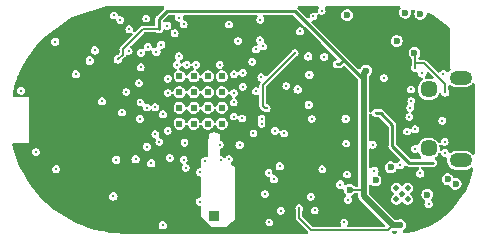
<source format=gbr>
G04 #@! TF.GenerationSoftware,KiCad,Pcbnew,7.0.10-7.0.10~ubuntu22.04.1*
G04 #@! TF.CreationDate,2024-02-23T22:34:40+01:00*
G04 #@! TF.ProjectId,dictofun,64696374-6f66-4756-9e2e-6b696361645f,rev?*
G04 #@! TF.SameCoordinates,Original*
G04 #@! TF.FileFunction,Copper,L3,Inr*
G04 #@! TF.FilePolarity,Positive*
%FSLAX45Y45*%
G04 Gerber Fmt 4.5, Leading zero omitted, Abs format (unit mm)*
G04 Created by KiCad (PCBNEW 7.0.10-7.0.10~ubuntu22.04.1) date 2024-02-23 22:34:40*
%MOMM*%
%LPD*%
G01*
G04 APERTURE LIST*
G04 #@! TA.AperFunction,ComponentPad*
%ADD10C,0.500000*%
G04 #@! TD*
G04 #@! TA.AperFunction,ComponentPad*
%ADD11R,0.850000X0.850000*%
G04 #@! TD*
G04 #@! TA.AperFunction,ComponentPad*
%ADD12C,0.610000*%
G04 #@! TD*
G04 #@! TA.AperFunction,ComponentPad*
%ADD13O,1.900000X1.200000*%
G04 #@! TD*
G04 #@! TA.AperFunction,ComponentPad*
%ADD14C,1.450000*%
G04 #@! TD*
G04 #@! TA.AperFunction,ViaPad*
%ADD15C,0.250000*%
G04 #@! TD*
G04 #@! TA.AperFunction,ViaPad*
%ADD16C,0.300000*%
G04 #@! TD*
G04 #@! TA.AperFunction,ViaPad*
%ADD17C,0.600000*%
G04 #@! TD*
G04 #@! TA.AperFunction,Conductor*
%ADD18C,0.127000*%
G04 #@! TD*
G04 #@! TA.AperFunction,Conductor*
%ADD19C,0.200000*%
G04 #@! TD*
G04 #@! TA.AperFunction,Conductor*
%ADD20C,0.254000*%
G04 #@! TD*
G04 #@! TA.AperFunction,Conductor*
%ADD21C,0.500000*%
G04 #@! TD*
G04 #@! TA.AperFunction,Conductor*
%ADD22C,0.090000*%
G04 #@! TD*
G04 APERTURE END LIST*
D10*
X14901500Y-10486500D03*
X14806500Y-10486500D03*
X14901500Y-10581500D03*
X14806500Y-10581500D03*
D11*
X13265000Y-10725000D03*
D12*
X12970000Y-9540000D03*
X12970000Y-9673300D03*
X12970000Y-9806700D03*
X12970000Y-9940000D03*
X13090000Y-9540000D03*
X13090000Y-9673300D03*
X13090000Y-9806700D03*
X13090000Y-9940000D03*
X13210000Y-9540000D03*
X13210000Y-9673300D03*
X13210000Y-9806700D03*
X13210000Y-9940000D03*
X13330000Y-9540000D03*
X13330000Y-9673300D03*
X13330000Y-9806700D03*
X13330000Y-9940000D03*
D13*
X15350000Y-9550000D03*
D14*
X15080000Y-9650000D03*
X15080000Y-10150000D03*
D13*
X15350000Y-10250000D03*
D15*
X14930000Y-9650000D03*
X13695000Y-10535000D03*
D16*
X13820000Y-10300000D03*
D15*
X14180000Y-10325000D03*
X13140000Y-10600000D03*
X13465000Y-9240000D03*
D17*
X15070000Y-10540000D03*
D15*
X13709000Y-9809000D03*
X13390000Y-10240000D03*
X12642000Y-9463000D03*
X12930000Y-9175000D03*
X12705000Y-9290000D03*
D17*
X14390000Y-9020000D03*
D15*
X13725000Y-10355000D03*
D17*
X14880000Y-9000000D03*
D15*
X12890000Y-10230000D03*
X15218000Y-10187000D03*
X13665000Y-9940000D03*
X13731000Y-10776000D03*
D17*
X15308000Y-10450000D03*
D16*
X11925000Y-10325000D03*
D15*
X13770000Y-10410000D03*
X12637368Y-9899251D03*
X13005000Y-9100000D03*
D16*
X14195000Y-9375000D03*
X15027000Y-9514000D03*
D15*
X13655000Y-9060000D03*
X13310000Y-9440000D03*
X13502181Y-9895903D03*
X14925000Y-9804000D03*
D17*
X14760000Y-10310000D03*
X15240000Y-10410000D03*
D15*
X12628000Y-9596000D03*
X13665000Y-9898000D03*
D17*
X14630000Y-10420000D03*
D15*
X14605000Y-10118000D03*
D16*
X12730000Y-10275000D03*
X12410000Y-10555000D03*
D15*
X13945000Y-9342000D03*
X14397000Y-10583000D03*
X13506000Y-9628000D03*
X14701000Y-9553000D03*
D17*
X14810000Y-9240000D03*
D16*
X11918000Y-9245000D03*
D15*
X12470000Y-9063000D03*
D16*
X15205000Y-9520000D03*
D15*
X12540000Y-9325000D03*
D16*
X12435000Y-10245000D03*
D15*
X14366000Y-10776000D03*
X11630000Y-9660000D03*
X11755000Y-10180000D03*
X14967000Y-9988000D03*
X13184000Y-10256000D03*
D16*
X13480000Y-10120000D03*
D15*
X13145000Y-10350000D03*
X12640000Y-9758000D03*
X13390000Y-9100000D03*
X14090000Y-9900000D03*
D16*
X11750000Y-10375000D03*
D15*
X13830000Y-9250000D03*
X12900000Y-9333000D03*
D17*
X15121482Y-9337722D03*
D15*
X12230000Y-9845000D03*
X11990000Y-9525000D03*
X13500000Y-9780000D03*
X13370000Y-10070000D03*
D16*
X13410000Y-9350000D03*
D15*
X12800000Y-9740000D03*
X12737000Y-9540000D03*
X13473000Y-9542000D03*
D17*
X14640000Y-9010000D03*
D16*
X12795000Y-10670000D03*
D15*
X13200000Y-10075000D03*
X12794000Y-9458000D03*
D16*
X12980000Y-10790000D03*
D15*
X12752000Y-9900000D03*
X12140000Y-9090000D03*
D16*
X12890000Y-10070000D03*
D15*
X13430000Y-9960000D03*
X12800000Y-9620000D03*
X14195000Y-9145000D03*
D17*
X14820000Y-9090000D03*
D15*
X13005000Y-10244000D03*
D16*
X12695000Y-10135000D03*
X12830000Y-10800000D03*
D15*
X13023000Y-10315000D03*
D16*
X15007500Y-10360000D03*
X14840000Y-10290000D03*
X14620000Y-10340000D03*
D15*
X12766000Y-10030000D03*
X12870000Y-10001000D03*
X12800000Y-10095000D03*
X12830000Y-9861000D03*
X12520000Y-9672000D03*
X12870000Y-9680000D03*
X13991000Y-9158000D03*
D16*
X15115000Y-10270000D03*
D15*
X14630000Y-9850000D03*
D16*
X15080000Y-10620000D03*
D15*
X14105000Y-9031000D03*
X13110000Y-9440000D03*
X14390000Y-10370000D03*
X14081000Y-10559000D03*
X12767000Y-9800000D03*
X14115000Y-10675000D03*
D16*
X12775000Y-9330000D03*
X12255000Y-9320000D03*
D15*
X12950000Y-9440000D03*
X12416000Y-9024000D03*
X12965000Y-9370000D03*
D16*
X12815000Y-9270000D03*
D15*
X13320000Y-10250000D03*
X13780000Y-10000000D03*
D16*
X12449000Y-9395000D03*
D15*
X12800000Y-9140000D03*
D17*
X15010000Y-9010000D03*
X14840000Y-10800000D03*
X14550000Y-9490000D03*
D15*
X14302500Y-9437500D03*
X13985000Y-10655000D03*
D17*
X14410000Y-10500000D03*
D15*
X13827000Y-10676000D03*
X12545000Y-9140000D03*
X12690000Y-9050000D03*
X15215000Y-10094000D03*
D16*
X14377000Y-9899000D03*
D15*
X14384023Y-10108542D03*
X12314000Y-9750000D03*
X12485000Y-9845000D03*
X14898000Y-10007000D03*
X15196000Y-9914000D03*
X13617000Y-9311000D03*
X13679000Y-9284000D03*
X14917000Y-9883000D03*
X13013000Y-10101000D03*
D16*
X12600000Y-10240000D03*
D15*
X12870000Y-9560000D03*
X12693753Y-9803728D03*
X13310000Y-10118000D03*
X13597000Y-10020000D03*
X13875000Y-9621000D03*
X13620000Y-9666000D03*
X13664000Y-9546000D03*
X13431000Y-9520000D03*
X13506000Y-9508000D03*
X13587000Y-9415000D03*
X13652000Y-9232000D03*
X14933000Y-9748000D03*
X13857500Y-10022500D03*
X13430000Y-9880000D03*
X12968000Y-9042000D03*
D16*
X12094000Y-9521000D03*
X14966647Y-9467129D03*
X15220000Y-9675000D03*
D17*
X14960000Y-9340000D03*
D15*
X14175000Y-8985000D03*
D16*
X14330000Y-10455000D03*
X14060000Y-9370000D03*
D15*
X13431000Y-9680000D03*
D16*
X13970000Y-9650000D03*
X14070000Y-9525000D03*
X14065000Y-9780000D03*
D15*
X13430000Y-9760000D03*
X14965000Y-10154000D03*
D16*
X12211000Y-9405000D03*
X12866000Y-9111300D03*
D15*
X12646000Y-9340000D03*
X13030000Y-9440000D03*
D18*
X13709000Y-9809000D02*
X13691000Y-9809000D01*
X13674000Y-9792000D02*
X13674000Y-9613000D01*
X13674000Y-9613000D02*
X13945000Y-9342000D01*
X13691000Y-9809000D02*
X13674000Y-9792000D01*
X12926000Y-10034000D02*
X12926000Y-10000000D01*
X12926000Y-10000000D02*
X12932000Y-9994000D01*
X12551256Y-9845000D02*
X12504406Y-9891850D01*
X12752000Y-9900000D02*
X12826000Y-9926000D01*
X12913150Y-9910000D02*
X12918150Y-9905000D01*
D19*
X12860000Y-10670000D02*
X12795000Y-10670000D01*
D18*
X12918150Y-9491850D02*
X12918150Y-9511452D01*
X12889406Y-9726850D02*
X12850594Y-9726850D01*
X13390000Y-9827098D02*
X13390000Y-9785000D01*
X12850594Y-9726850D02*
X12823150Y-9699406D01*
D19*
X12945000Y-10125000D02*
X12890000Y-10070000D01*
D18*
X12932000Y-9982398D02*
X12913150Y-9963548D01*
X12932000Y-9994000D02*
X12932000Y-9982398D01*
D19*
X12980000Y-10790000D02*
X12980000Y-10345000D01*
D18*
X12823150Y-9660594D02*
X12850594Y-9633150D01*
X12918150Y-9905000D02*
X12914000Y-9900850D01*
X13390000Y-9919602D02*
X13376000Y-9905602D01*
D20*
X13830000Y-9250000D02*
X13611800Y-9468200D01*
X14595000Y-9135000D02*
X14585000Y-9145000D01*
D18*
X12913150Y-9830248D02*
X12913150Y-9746150D01*
X13390000Y-9815000D02*
X13390000Y-9785000D01*
X12850594Y-9633150D02*
X12873000Y-9633150D01*
D20*
X13541436Y-9468200D02*
X13423236Y-9350000D01*
D18*
X12891000Y-9466000D02*
X12806000Y-9466000D01*
X12897150Y-9926000D02*
X12918150Y-9905000D01*
X12913150Y-9516452D02*
X12913150Y-9563548D01*
X13365000Y-10000000D02*
X13390000Y-10000000D01*
X13396000Y-9569000D02*
X13387000Y-9560000D01*
X12823150Y-9699406D02*
X12823150Y-9660594D01*
X12894000Y-9466000D02*
X12891000Y-9466000D01*
X13290594Y-9393150D02*
X13263150Y-9420594D01*
X12913150Y-9563548D02*
X12920000Y-9570398D01*
X13390000Y-9950000D02*
X13390000Y-9919602D01*
X12760000Y-9892000D02*
X12760000Y-9845000D01*
X13387000Y-9560000D02*
X13387000Y-9401000D01*
X13446000Y-9569000D02*
X13396000Y-9569000D01*
X13379150Y-9393150D02*
X13290594Y-9393150D01*
X12752000Y-9900000D02*
X12760000Y-9892000D01*
X13200000Y-10075000D02*
X13215000Y-10060000D01*
X13473000Y-9541000D02*
X13473000Y-9542000D01*
X13376000Y-9841098D02*
X13390000Y-9827098D01*
X12920000Y-9570398D02*
X12920000Y-9614000D01*
X13215000Y-10060000D02*
X13215000Y-10000000D01*
X12918000Y-9490000D02*
X12894000Y-9466000D01*
X13263150Y-9459406D02*
X13273150Y-9469406D01*
X13263150Y-9420594D02*
X13263150Y-9459406D01*
X12913150Y-9963548D02*
X12913150Y-9910000D01*
X12890000Y-10070000D02*
X12926000Y-10034000D01*
X12504406Y-9891850D02*
X12276850Y-9891850D01*
X12918150Y-9511452D02*
X12913150Y-9516452D01*
D20*
X13611800Y-9468200D02*
X13541436Y-9468200D01*
D18*
X12813150Y-9726850D02*
X12800000Y-9740000D01*
D20*
X13423236Y-9350000D02*
X13410000Y-9350000D01*
D18*
X13387000Y-9401000D02*
X13379150Y-9393150D01*
X12800000Y-9603000D02*
X12737000Y-9540000D01*
X12826000Y-9926000D02*
X12897150Y-9926000D01*
X13273150Y-9469406D02*
X13273150Y-9696848D01*
X12897000Y-9460000D02*
X12891000Y-9466000D01*
X12893850Y-9726850D02*
X12813150Y-9726850D01*
X13306452Y-9730150D02*
X13335150Y-9730150D01*
X12900850Y-9633150D02*
X12850594Y-9633150D01*
X12905000Y-9740000D02*
X12890628Y-9725628D01*
X12806000Y-9466000D02*
X12800000Y-9460000D01*
X13376000Y-9905602D02*
X13376000Y-9841098D01*
X13215000Y-10000000D02*
X13365000Y-10000000D01*
X12850594Y-9633150D02*
X12845744Y-9638000D01*
X13469000Y-9537000D02*
X13473000Y-9541000D01*
X13390000Y-10000000D02*
X13390000Y-9950000D01*
X12845744Y-9638000D02*
X12818000Y-9638000D01*
X12800000Y-9620000D02*
X12800000Y-9603000D01*
X12276850Y-9891850D02*
X12230000Y-9845000D01*
X12913150Y-9746150D02*
X12893850Y-9726850D01*
X13425000Y-9950000D02*
X13390000Y-9950000D01*
X13465000Y-9815000D02*
X13390000Y-9815000D01*
X12914000Y-9900850D02*
X12914000Y-9831098D01*
X12926000Y-10000000D02*
X13215000Y-10000000D01*
D19*
X12980000Y-10790000D02*
X12860000Y-10670000D01*
D18*
X12818000Y-9638000D02*
X12800000Y-9620000D01*
D20*
X14640000Y-9090000D02*
X14595000Y-9135000D01*
D18*
X13410000Y-9433744D02*
X13411628Y-9435372D01*
X12920000Y-9490000D02*
X12918150Y-9491850D01*
D20*
X14585000Y-9145000D02*
X14195000Y-9145000D01*
D18*
X13500000Y-9780000D02*
X13465000Y-9815000D01*
X12914000Y-9831098D02*
X12913150Y-9830248D01*
X13370000Y-10070000D02*
X13370000Y-10005000D01*
D19*
X12945000Y-10310000D02*
X12945000Y-10125000D01*
D18*
X13273150Y-9696848D02*
X13306452Y-9730150D01*
X12760000Y-9845000D02*
X12551256Y-9845000D01*
D20*
X14640000Y-9010000D02*
X14640000Y-9090000D01*
D18*
X13335150Y-9730150D02*
X13390000Y-9785000D01*
X12897000Y-9336000D02*
X12897000Y-9460000D01*
X13410000Y-9350000D02*
X13410000Y-9433744D01*
X12900000Y-9333000D02*
X12897000Y-9336000D01*
X13473000Y-9542000D02*
X13446000Y-9569000D01*
X12890628Y-9725628D02*
X12889406Y-9726850D01*
X13370000Y-10005000D02*
X13365000Y-10000000D01*
X12920000Y-9614000D02*
X12900850Y-9633150D01*
D19*
X12980000Y-10345000D02*
X12945000Y-10310000D01*
D20*
X14673000Y-9850000D02*
X14630000Y-9850000D01*
X14773000Y-10129000D02*
X14773000Y-9950000D01*
X14773000Y-9950000D02*
X14673000Y-9850000D01*
X15115000Y-10270000D02*
X14914000Y-10270000D01*
X14914000Y-10270000D02*
X14773000Y-10129000D01*
D18*
X14410000Y-10500000D02*
X14525000Y-10500000D01*
D20*
X13944400Y-8984400D02*
X12865600Y-8984400D01*
D18*
X12449000Y-9395000D02*
X12489000Y-9355000D01*
X12658744Y-9140000D02*
X12800000Y-9140000D01*
X14525000Y-10500000D02*
X14530000Y-10495000D01*
D20*
X12800000Y-9050000D02*
X12800000Y-9140000D01*
X14505000Y-9535000D02*
X14550000Y-9490000D01*
D18*
X13985000Y-10740000D02*
X14085000Y-10840000D01*
D21*
X14775000Y-10800000D02*
X14530000Y-10555000D01*
D18*
X13985000Y-10655000D02*
X13985000Y-10740000D01*
D20*
X14322500Y-9437500D02*
X14302500Y-9437500D01*
D18*
X12489000Y-9309744D02*
X12658744Y-9140000D01*
D21*
X14530000Y-9510000D02*
X14550000Y-9490000D01*
D18*
X12489000Y-9355000D02*
X12489000Y-9309744D01*
D20*
X12865600Y-8984400D02*
X12800000Y-9050000D01*
D21*
X14530000Y-10555000D02*
X14530000Y-10495000D01*
D20*
X14505000Y-9545000D02*
X14505000Y-9535000D01*
D18*
X14085000Y-10840000D02*
X14735000Y-10840000D01*
D21*
X14530000Y-10495000D02*
X14530000Y-9510000D01*
D20*
X14360000Y-9400000D02*
X14322500Y-9437500D01*
X14505000Y-9545000D02*
X14360000Y-9400000D01*
D18*
X14735000Y-10840000D02*
X14775000Y-10800000D01*
D20*
X14360000Y-9400000D02*
X13944400Y-8984400D01*
D21*
X14840000Y-10800000D02*
X14775000Y-10800000D01*
D22*
X13431000Y-9520000D02*
X13431000Y-9519360D01*
D18*
X14966647Y-9346647D02*
X14960000Y-9340000D01*
X15041208Y-9426000D02*
X15220000Y-9604792D01*
X14966647Y-9467129D02*
X14966647Y-9426000D01*
X15220000Y-9604792D02*
X15220000Y-9675000D01*
X14966647Y-9426000D02*
X15041208Y-9426000D01*
X14966647Y-9467129D02*
X14966647Y-9346647D01*
G04 #@! TA.AperFunction,Conductor*
G36*
X12835452Y-8946969D02*
G01*
X12840028Y-8952249D01*
X12841022Y-8959165D01*
X12838119Y-8965520D01*
X12837516Y-8966168D01*
X12778236Y-9025448D01*
X12777439Y-9026179D01*
X12774525Y-9028624D01*
X12774525Y-9028624D01*
X12772623Y-9031918D01*
X12772042Y-9032830D01*
X12769860Y-9035946D01*
X12769647Y-9036403D01*
X12768922Y-9038153D01*
X12768750Y-9038627D01*
X12768090Y-9042372D01*
X12767856Y-9043427D01*
X12766871Y-9047102D01*
X12767203Y-9050890D01*
X12767250Y-9051971D01*
X12767250Y-9101200D01*
X12765281Y-9107904D01*
X12760001Y-9112479D01*
X12754850Y-9113600D01*
X12662565Y-9113600D01*
X12660146Y-9113362D01*
X12659635Y-9113260D01*
X12658744Y-9113083D01*
X12658744Y-9113083D01*
X12656144Y-9113600D01*
X12648443Y-9115132D01*
X12641914Y-9119494D01*
X12639711Y-9120967D01*
X12638916Y-9122156D01*
X12637374Y-9124034D01*
X12596806Y-9164603D01*
X12590674Y-9167951D01*
X12583705Y-9167453D01*
X12578111Y-9163265D01*
X12575670Y-9156719D01*
X12576257Y-9152513D01*
X12576252Y-9152512D01*
X12576278Y-9152362D01*
X12576386Y-9151593D01*
X12576440Y-9151445D01*
X12576440Y-9151443D01*
X12578458Y-9140000D01*
X12576440Y-9128557D01*
X12572370Y-9121507D01*
X12570631Y-9118494D01*
X12570631Y-9118494D01*
X12570630Y-9118493D01*
X12570630Y-9118493D01*
X12570630Y-9118493D01*
X12562229Y-9111444D01*
X12561729Y-9111024D01*
X12550810Y-9107050D01*
X12539190Y-9107050D01*
X12528271Y-9111024D01*
X12520668Y-9117404D01*
X12519369Y-9118494D01*
X12519369Y-9118494D01*
X12513560Y-9128556D01*
X12513559Y-9128557D01*
X12511542Y-9140000D01*
X12511542Y-9140000D01*
X12513559Y-9151443D01*
X12513560Y-9151444D01*
X12519369Y-9161506D01*
X12519369Y-9161506D01*
X12519369Y-9161507D01*
X12528271Y-9168976D01*
X12539190Y-9172950D01*
X12539190Y-9172950D01*
X12550810Y-9172950D01*
X12550810Y-9172950D01*
X12557444Y-9170535D01*
X12564417Y-9170092D01*
X12570522Y-9173489D01*
X12573822Y-9179648D01*
X12573268Y-9186613D01*
X12570453Y-9190956D01*
X12473034Y-9288374D01*
X12471156Y-9289916D01*
X12469967Y-9290711D01*
X12467472Y-9294444D01*
X12467472Y-9294444D01*
X12464132Y-9299443D01*
X12463326Y-9303493D01*
X12462221Y-9309050D01*
X12462083Y-9309744D01*
X12462362Y-9311146D01*
X12462600Y-9313565D01*
X12462600Y-9338928D01*
X12460631Y-9345632D01*
X12458968Y-9347697D01*
X12450134Y-9356531D01*
X12444001Y-9359879D01*
X12443306Y-9360010D01*
X12437909Y-9360865D01*
X12427903Y-9365963D01*
X12419963Y-9373903D01*
X12414865Y-9383909D01*
X12413108Y-9395000D01*
X12413108Y-9395000D01*
X12414865Y-9406091D01*
X12419963Y-9416097D01*
X12427903Y-9424037D01*
X12437909Y-9429135D01*
X12449000Y-9430892D01*
X12449000Y-9430892D01*
X12449000Y-9430892D01*
X12460091Y-9429135D01*
X12460091Y-9429135D01*
X12460091Y-9429135D01*
X12470097Y-9424037D01*
X12478037Y-9416097D01*
X12483135Y-9406091D01*
X12483990Y-9400694D01*
X12486983Y-9394381D01*
X12487467Y-9393868D01*
X12504965Y-9376370D01*
X12506845Y-9374828D01*
X12508033Y-9374033D01*
X12513868Y-9365301D01*
X12513868Y-9365300D01*
X12514336Y-9364172D01*
X12514550Y-9364261D01*
X12517021Y-9359536D01*
X12523092Y-9356078D01*
X12530069Y-9356451D01*
X12530173Y-9356488D01*
X12534190Y-9357950D01*
X12534190Y-9357950D01*
X12545810Y-9357950D01*
X12545810Y-9357950D01*
X12556729Y-9353976D01*
X12565630Y-9346507D01*
X12569387Y-9340000D01*
X12612542Y-9340000D01*
X12614559Y-9351443D01*
X12614560Y-9351444D01*
X12620369Y-9361506D01*
X12620370Y-9361507D01*
X12623546Y-9364172D01*
X12629271Y-9368976D01*
X12640190Y-9372950D01*
X12640190Y-9372950D01*
X12651810Y-9372950D01*
X12651810Y-9372950D01*
X12662729Y-9368976D01*
X12671630Y-9361507D01*
X12677440Y-9351443D01*
X12679458Y-9340000D01*
X12678622Y-9335257D01*
X12679396Y-9328314D01*
X12683802Y-9322891D01*
X12690440Y-9320710D01*
X12695074Y-9321452D01*
X12699190Y-9322950D01*
X12699190Y-9322950D01*
X12710810Y-9322950D01*
X12710810Y-9322950D01*
X12721729Y-9318976D01*
X12721729Y-9318976D01*
X12722467Y-9318707D01*
X12729440Y-9318264D01*
X12735545Y-9321661D01*
X12738845Y-9327820D01*
X12739001Y-9329323D01*
X12740865Y-9341091D01*
X12745963Y-9351097D01*
X12753903Y-9359037D01*
X12763909Y-9364135D01*
X12775000Y-9365892D01*
X12775000Y-9365892D01*
X12775000Y-9365892D01*
X12786091Y-9364135D01*
X12786091Y-9364135D01*
X12786091Y-9364135D01*
X12796097Y-9359037D01*
X12804037Y-9351097D01*
X12809135Y-9341091D01*
X12809135Y-9341091D01*
X12809135Y-9341091D01*
X12810892Y-9330000D01*
X12810892Y-9330000D01*
X12809207Y-9319364D01*
X12810103Y-9312435D01*
X12811310Y-9311000D01*
X13583542Y-9311000D01*
X13585559Y-9322443D01*
X13585560Y-9322444D01*
X13591369Y-9332506D01*
X13591370Y-9332507D01*
X13593278Y-9334108D01*
X13600271Y-9339976D01*
X13611190Y-9343950D01*
X13611190Y-9343950D01*
X13622810Y-9343950D01*
X13622810Y-9343950D01*
X13633729Y-9339976D01*
X13642630Y-9332507D01*
X13648440Y-9322443D01*
X13648441Y-9322443D01*
X13648811Y-9321424D01*
X13649176Y-9321557D01*
X13651375Y-9317114D01*
X13657368Y-9313522D01*
X13664352Y-9313740D01*
X13664724Y-9313869D01*
X13673190Y-9316950D01*
X13673190Y-9316950D01*
X13684810Y-9316950D01*
X13684810Y-9316950D01*
X13695729Y-9312976D01*
X13704630Y-9305507D01*
X13710440Y-9295443D01*
X13712458Y-9284000D01*
X13710440Y-9272557D01*
X13704630Y-9262493D01*
X13704630Y-9262493D01*
X13704630Y-9262493D01*
X13695729Y-9255024D01*
X13692040Y-9253681D01*
X13686413Y-9249539D01*
X13683920Y-9243012D01*
X13684069Y-9239876D01*
X13684777Y-9235865D01*
X13685458Y-9232000D01*
X13683440Y-9220557D01*
X13678883Y-9212663D01*
X13677631Y-9210494D01*
X13677631Y-9210494D01*
X13677630Y-9210493D01*
X13677630Y-9210493D01*
X13677630Y-9210493D01*
X13668729Y-9203024D01*
X13668729Y-9203024D01*
X13657810Y-9199050D01*
X13646190Y-9199050D01*
X13635271Y-9203024D01*
X13628020Y-9209108D01*
X13626369Y-9210494D01*
X13626369Y-9210494D01*
X13620560Y-9220556D01*
X13620559Y-9220557D01*
X13618542Y-9232000D01*
X13618542Y-9232000D01*
X13620559Y-9243443D01*
X13620560Y-9243444D01*
X13626369Y-9253506D01*
X13626369Y-9253506D01*
X13626369Y-9253507D01*
X13629450Y-9256091D01*
X13629521Y-9256151D01*
X13633391Y-9261968D01*
X13633502Y-9268954D01*
X13629818Y-9274891D01*
X13623510Y-9277894D01*
X13621550Y-9278050D01*
X13611190Y-9278050D01*
X13600271Y-9282024D01*
X13592703Y-9288374D01*
X13591369Y-9289494D01*
X13591369Y-9289494D01*
X13585560Y-9299556D01*
X13585559Y-9299557D01*
X13583542Y-9311000D01*
X13583542Y-9311000D01*
X12811310Y-9311000D01*
X12814602Y-9307089D01*
X12819514Y-9305177D01*
X12826091Y-9304135D01*
X12836097Y-9299037D01*
X12844037Y-9291097D01*
X12849135Y-9281091D01*
X12849135Y-9281091D01*
X12849135Y-9281091D01*
X12850892Y-9270000D01*
X12850892Y-9270000D01*
X12849135Y-9258909D01*
X12844037Y-9248903D01*
X12836096Y-9240963D01*
X12834207Y-9240000D01*
X13431542Y-9240000D01*
X13433559Y-9251443D01*
X13433560Y-9251444D01*
X13439369Y-9261506D01*
X13439370Y-9261507D01*
X13443473Y-9264950D01*
X13448271Y-9268976D01*
X13459190Y-9272950D01*
X13459190Y-9272950D01*
X13470810Y-9272950D01*
X13470810Y-9272950D01*
X13481729Y-9268976D01*
X13490630Y-9261507D01*
X13496440Y-9251443D01*
X13498458Y-9240000D01*
X13498436Y-9239876D01*
X13497048Y-9232000D01*
X13496440Y-9228557D01*
X13490630Y-9218493D01*
X13490630Y-9218493D01*
X13490630Y-9218493D01*
X13481729Y-9211024D01*
X13481729Y-9211024D01*
X13470810Y-9207050D01*
X13459190Y-9207050D01*
X13449730Y-9210493D01*
X13448271Y-9211024D01*
X13439369Y-9218494D01*
X13439369Y-9218494D01*
X13433560Y-9228556D01*
X13433559Y-9228557D01*
X13431542Y-9240000D01*
X13431542Y-9240000D01*
X12834207Y-9240000D01*
X12826091Y-9235865D01*
X12815000Y-9234108D01*
X12815000Y-9234108D01*
X12803909Y-9235865D01*
X12793903Y-9240963D01*
X12785963Y-9248903D01*
X12780865Y-9258909D01*
X12779108Y-9270000D01*
X12779108Y-9270000D01*
X12780793Y-9280636D01*
X12779897Y-9287565D01*
X12775397Y-9292911D01*
X12770485Y-9294823D01*
X12763909Y-9295865D01*
X12756436Y-9299672D01*
X12749569Y-9300962D01*
X12743095Y-9298334D01*
X12739070Y-9292623D01*
X12738595Y-9290777D01*
X12737752Y-9285995D01*
X12736440Y-9278557D01*
X12731500Y-9270000D01*
X12730631Y-9268494D01*
X12730631Y-9268494D01*
X12730630Y-9268493D01*
X12730630Y-9268493D01*
X12730630Y-9268493D01*
X12721729Y-9261024D01*
X12721729Y-9261024D01*
X12710810Y-9257050D01*
X12699190Y-9257050D01*
X12688271Y-9261024D01*
X12680748Y-9267337D01*
X12679369Y-9268494D01*
X12679369Y-9268494D01*
X12673560Y-9278556D01*
X12673559Y-9278557D01*
X12671542Y-9290000D01*
X12671542Y-9290000D01*
X12672378Y-9294743D01*
X12671603Y-9301686D01*
X12667198Y-9307109D01*
X12660560Y-9309290D01*
X12655925Y-9308548D01*
X12651810Y-9307050D01*
X12640190Y-9307050D01*
X12629271Y-9311024D01*
X12622014Y-9317114D01*
X12620369Y-9318494D01*
X12620369Y-9318494D01*
X12614560Y-9328556D01*
X12614559Y-9328557D01*
X12612542Y-9340000D01*
X12612542Y-9340000D01*
X12569387Y-9340000D01*
X12571440Y-9336443D01*
X12573458Y-9325000D01*
X12573007Y-9322443D01*
X12572349Y-9318707D01*
X12571440Y-9313557D01*
X12568535Y-9308525D01*
X12565631Y-9303494D01*
X12565631Y-9303494D01*
X12565630Y-9303493D01*
X12558029Y-9297115D01*
X12554159Y-9291298D01*
X12554048Y-9284312D01*
X12557231Y-9278848D01*
X12666047Y-9170032D01*
X12672180Y-9166683D01*
X12674815Y-9166400D01*
X12775688Y-9166400D01*
X12782392Y-9168369D01*
X12783020Y-9168831D01*
X12783270Y-9168975D01*
X12783271Y-9168976D01*
X12794190Y-9172950D01*
X12794190Y-9172950D01*
X12805810Y-9172950D01*
X12805810Y-9172950D01*
X12816729Y-9168976D01*
X12825630Y-9161507D01*
X12831440Y-9151443D01*
X12831441Y-9151443D01*
X12831811Y-9150424D01*
X12831930Y-9150467D01*
X12834539Y-9145202D01*
X12840534Y-9141613D01*
X12847517Y-9141834D01*
X12849278Y-9142566D01*
X12854909Y-9145435D01*
X12866000Y-9147192D01*
X12866000Y-9147192D01*
X12866000Y-9147192D01*
X12877091Y-9145435D01*
X12877091Y-9145435D01*
X12877091Y-9145435D01*
X12885031Y-9141390D01*
X12891898Y-9140100D01*
X12898372Y-9142728D01*
X12902398Y-9148438D01*
X12902697Y-9155419D01*
X12901399Y-9158638D01*
X12898559Y-9163557D01*
X12898559Y-9163557D01*
X12896542Y-9175000D01*
X12896542Y-9175000D01*
X12898559Y-9186443D01*
X12898560Y-9186444D01*
X12904369Y-9196506D01*
X12904369Y-9196506D01*
X12904369Y-9196507D01*
X12913271Y-9203976D01*
X12924190Y-9207950D01*
X12924190Y-9207950D01*
X12935810Y-9207950D01*
X12935810Y-9207950D01*
X12946729Y-9203976D01*
X12955630Y-9196507D01*
X12961440Y-9186443D01*
X12963458Y-9175000D01*
X12961440Y-9163557D01*
X12958232Y-9158000D01*
X13957542Y-9158000D01*
X13959559Y-9169443D01*
X13959560Y-9169444D01*
X13965369Y-9179506D01*
X13965369Y-9179506D01*
X13965369Y-9179507D01*
X13974271Y-9186976D01*
X13985190Y-9190950D01*
X13985190Y-9190950D01*
X13996810Y-9190950D01*
X13996810Y-9190950D01*
X14007729Y-9186976D01*
X14016630Y-9179507D01*
X14022440Y-9169443D01*
X14024458Y-9158000D01*
X14022440Y-9146557D01*
X14018713Y-9140100D01*
X14017897Y-9138688D01*
X14016250Y-9131898D01*
X14016307Y-9131733D01*
X14009595Y-9130273D01*
X14007970Y-9129163D01*
X14007729Y-9129025D01*
X14007729Y-9129024D01*
X14007729Y-9129024D01*
X13996810Y-9125050D01*
X13985190Y-9125050D01*
X13975557Y-9128556D01*
X13974271Y-9129024D01*
X13965369Y-9136494D01*
X13965369Y-9136494D01*
X13959560Y-9146556D01*
X13959559Y-9146557D01*
X13957542Y-9158000D01*
X13957542Y-9158000D01*
X12958232Y-9158000D01*
X12957493Y-9156719D01*
X12955631Y-9153494D01*
X12955630Y-9153493D01*
X12947363Y-9146556D01*
X12946729Y-9146024D01*
X12935810Y-9142050D01*
X12924190Y-9142050D01*
X12913271Y-9146024D01*
X12913271Y-9146024D01*
X12912251Y-9146395D01*
X12912145Y-9146103D01*
X12907060Y-9147335D01*
X12900458Y-9145048D01*
X12896140Y-9139555D01*
X12895478Y-9132600D01*
X12896605Y-9129320D01*
X12896755Y-9129024D01*
X12900135Y-9122391D01*
X12900135Y-9122391D01*
X12900135Y-9122391D01*
X12901892Y-9111300D01*
X12901892Y-9111300D01*
X12900135Y-9100209D01*
X12895037Y-9090203D01*
X12887096Y-9082263D01*
X12877091Y-9077165D01*
X12866000Y-9075408D01*
X12866000Y-9075408D01*
X12854909Y-9077165D01*
X12851760Y-9078769D01*
X12844893Y-9080058D01*
X12838419Y-9077431D01*
X12834394Y-9071720D01*
X12834095Y-9064739D01*
X12837363Y-9058952D01*
X12875534Y-9020782D01*
X12881666Y-9017433D01*
X12884302Y-9017150D01*
X12924146Y-9017150D01*
X12930850Y-9019119D01*
X12935425Y-9024399D01*
X12936419Y-9031315D01*
X12936357Y-9031703D01*
X12934542Y-9042000D01*
X12934542Y-9042000D01*
X12936559Y-9053443D01*
X12936560Y-9053444D01*
X12942369Y-9063506D01*
X12942370Y-9063507D01*
X12944246Y-9065082D01*
X12951271Y-9070976D01*
X12962190Y-9074950D01*
X12962191Y-9074950D01*
X12963259Y-9075138D01*
X12963188Y-9075539D01*
X12967885Y-9076919D01*
X12972460Y-9082199D01*
X12973455Y-9089115D01*
X12973393Y-9089501D01*
X12972957Y-9091976D01*
X12971542Y-9100000D01*
X12971542Y-9100000D01*
X12973559Y-9111443D01*
X12973560Y-9111444D01*
X12979369Y-9121506D01*
X12979370Y-9121507D01*
X12980424Y-9122391D01*
X12988271Y-9128976D01*
X12999190Y-9132950D01*
X12999190Y-9132950D01*
X13010810Y-9132950D01*
X13010810Y-9132950D01*
X13021729Y-9128976D01*
X13030630Y-9121507D01*
X13036440Y-9111443D01*
X13038458Y-9100000D01*
X13356542Y-9100000D01*
X13358559Y-9111443D01*
X13358560Y-9111444D01*
X13364369Y-9121506D01*
X13364370Y-9121507D01*
X13365424Y-9122391D01*
X13373271Y-9128976D01*
X13384190Y-9132950D01*
X13384190Y-9132950D01*
X13395810Y-9132950D01*
X13395810Y-9132950D01*
X13406729Y-9128976D01*
X13415630Y-9121507D01*
X13421440Y-9111443D01*
X13423458Y-9100000D01*
X13421440Y-9088557D01*
X13417370Y-9081507D01*
X13415631Y-9078494D01*
X13415631Y-9078494D01*
X13415630Y-9078493D01*
X13415630Y-9078493D01*
X13415630Y-9078493D01*
X13407229Y-9071444D01*
X13406729Y-9071024D01*
X13395810Y-9067050D01*
X13384190Y-9067050D01*
X13373271Y-9071024D01*
X13368046Y-9075408D01*
X13364369Y-9078494D01*
X13364369Y-9078494D01*
X13358560Y-9088556D01*
X13358559Y-9088557D01*
X13356542Y-9100000D01*
X13356542Y-9100000D01*
X13038458Y-9100000D01*
X13036440Y-9088557D01*
X13032370Y-9081507D01*
X13030631Y-9078494D01*
X13030631Y-9078494D01*
X13030630Y-9078493D01*
X13030630Y-9078493D01*
X13030630Y-9078493D01*
X13022229Y-9071444D01*
X13021729Y-9071024D01*
X13010810Y-9067050D01*
X13010810Y-9067050D01*
X13009741Y-9066862D01*
X13009812Y-9066461D01*
X13005115Y-9065082D01*
X13000540Y-9059801D01*
X12999545Y-9052885D01*
X12999607Y-9052497D01*
X12999773Y-9051557D01*
X13001458Y-9042000D01*
X13000840Y-9038494D01*
X12999643Y-9031703D01*
X13000417Y-9024759D01*
X13004823Y-9019336D01*
X13011461Y-9017156D01*
X13011854Y-9017150D01*
X13620737Y-9017150D01*
X13627441Y-9019119D01*
X13632016Y-9024399D01*
X13633011Y-9031315D01*
X13630108Y-9037670D01*
X13629833Y-9037941D01*
X13629369Y-9038494D01*
X13623560Y-9048556D01*
X13623559Y-9048557D01*
X13621542Y-9060000D01*
X13621542Y-9060000D01*
X13623559Y-9071443D01*
X13623560Y-9071444D01*
X13629369Y-9081506D01*
X13629370Y-9081507D01*
X13632945Y-9084507D01*
X13638271Y-9088976D01*
X13649190Y-9092950D01*
X13649190Y-9092950D01*
X13660810Y-9092950D01*
X13660810Y-9092950D01*
X13671729Y-9088976D01*
X13680630Y-9081507D01*
X13686440Y-9071443D01*
X13688458Y-9060000D01*
X13688273Y-9058952D01*
X13687137Y-9052506D01*
X13686440Y-9048557D01*
X13681943Y-9040767D01*
X13680631Y-9038494D01*
X13680631Y-9038494D01*
X13680630Y-9038493D01*
X13680630Y-9038493D01*
X13679933Y-9037663D01*
X13680214Y-9037427D01*
X13677422Y-9033232D01*
X13677311Y-9026246D01*
X13680995Y-9020309D01*
X13687303Y-9017306D01*
X13689263Y-9017150D01*
X13925698Y-9017150D01*
X13932402Y-9019119D01*
X13934466Y-9020782D01*
X14024306Y-9110621D01*
X14027654Y-9116754D01*
X14027375Y-9120656D01*
X14030983Y-9120312D01*
X14037193Y-9123513D01*
X14037403Y-9123718D01*
X14168709Y-9255024D01*
X14298722Y-9385038D01*
X14302071Y-9391170D01*
X14301572Y-9398139D01*
X14297385Y-9403733D01*
X14294194Y-9405458D01*
X14293875Y-9405574D01*
X14291790Y-9406133D01*
X14291126Y-9406250D01*
X14291126Y-9406250D01*
X14290543Y-9406587D01*
X14288585Y-9407500D01*
X14285771Y-9408524D01*
X14285770Y-9408525D01*
X14283477Y-9410449D01*
X14281708Y-9411688D01*
X14281125Y-9412025D01*
X14281124Y-9412025D01*
X14280691Y-9412541D01*
X14279163Y-9414068D01*
X14276870Y-9415993D01*
X14276869Y-9415993D01*
X14275426Y-9418494D01*
X14275372Y-9418587D01*
X14274133Y-9420356D01*
X14273700Y-9420872D01*
X14273700Y-9420873D01*
X14273470Y-9421505D01*
X14272557Y-9423463D01*
X14271059Y-9426057D01*
X14271059Y-9426057D01*
X14270539Y-9429006D01*
X14269980Y-9431092D01*
X14269750Y-9431725D01*
X14269750Y-9432398D01*
X14269562Y-9434551D01*
X14269042Y-9437500D01*
X14269042Y-9437500D01*
X14269562Y-9440448D01*
X14269750Y-9442602D01*
X14269750Y-9443274D01*
X14269750Y-9443275D01*
X14269980Y-9443907D01*
X14270539Y-9445994D01*
X14271059Y-9448943D01*
X14271059Y-9448943D01*
X14271059Y-9448943D01*
X14272503Y-9451444D01*
X14272557Y-9451537D01*
X14273470Y-9453496D01*
X14273700Y-9454127D01*
X14273700Y-9454128D01*
X14274132Y-9454643D01*
X14275372Y-9456413D01*
X14276869Y-9459007D01*
X14279163Y-9460932D01*
X14280691Y-9462459D01*
X14280862Y-9462663D01*
X14281124Y-9462975D01*
X14281706Y-9463311D01*
X14283476Y-9464551D01*
X14285771Y-9466476D01*
X14286844Y-9466866D01*
X14288585Y-9467500D01*
X14290543Y-9468413D01*
X14290990Y-9468671D01*
X14291126Y-9468750D01*
X14291789Y-9468867D01*
X14293876Y-9469426D01*
X14296690Y-9470450D01*
X14296690Y-9470450D01*
X14308310Y-9470450D01*
X14308310Y-9470450D01*
X14308310Y-9470450D01*
X14308375Y-9470438D01*
X14310529Y-9470250D01*
X14320529Y-9470250D01*
X14321610Y-9470297D01*
X14325398Y-9470629D01*
X14329075Y-9469643D01*
X14330126Y-9469411D01*
X14333874Y-9468750D01*
X14333874Y-9468749D01*
X14334353Y-9468575D01*
X14336092Y-9467855D01*
X14336554Y-9467640D01*
X14336554Y-9467639D01*
X14339671Y-9465457D01*
X14340579Y-9464878D01*
X14343876Y-9462975D01*
X14346322Y-9460060D01*
X14347052Y-9459264D01*
X14351232Y-9455083D01*
X14357364Y-9451735D01*
X14364333Y-9452234D01*
X14368768Y-9455083D01*
X14423593Y-9509909D01*
X14477639Y-9563955D01*
X14479201Y-9565990D01*
X14479525Y-9566376D01*
X14479525Y-9566376D01*
X14480520Y-9567211D01*
X14484391Y-9573028D01*
X14484950Y-9576710D01*
X14484950Y-10461200D01*
X14482981Y-10467904D01*
X14477701Y-10472479D01*
X14472550Y-10473600D01*
X14459013Y-10473600D01*
X14452309Y-10471632D01*
X14449641Y-10469320D01*
X14448414Y-10467904D01*
X14443113Y-10461786D01*
X14431005Y-10454005D01*
X14431005Y-10454005D01*
X14431005Y-10454005D01*
X14431005Y-10454005D01*
X14417196Y-10449950D01*
X14417196Y-10449950D01*
X14402804Y-10449950D01*
X14402804Y-10449950D01*
X14388995Y-10454005D01*
X14388995Y-10454005D01*
X14383863Y-10457303D01*
X14377159Y-10459271D01*
X14370455Y-10457303D01*
X14365879Y-10452022D01*
X14364912Y-10448811D01*
X14364135Y-10443909D01*
X14359212Y-10434246D01*
X14359037Y-10433903D01*
X14351096Y-10425963D01*
X14341091Y-10420865D01*
X14330000Y-10419108D01*
X14330000Y-10419108D01*
X14318909Y-10420865D01*
X14308903Y-10425963D01*
X14300963Y-10433903D01*
X14295865Y-10443909D01*
X14294108Y-10455000D01*
X14294108Y-10455000D01*
X14295865Y-10466091D01*
X14300963Y-10476097D01*
X14308903Y-10484037D01*
X14318909Y-10489135D01*
X14330000Y-10490892D01*
X14330000Y-10490892D01*
X14330000Y-10490892D01*
X14341091Y-10489135D01*
X14341091Y-10489135D01*
X14341091Y-10489135D01*
X14341406Y-10488975D01*
X14341829Y-10488895D01*
X14342019Y-10488834D01*
X14342027Y-10488858D01*
X14348273Y-10487685D01*
X14354747Y-10490313D01*
X14358772Y-10496023D01*
X14359286Y-10499125D01*
X14359309Y-10499122D01*
X14361483Y-10514246D01*
X14366797Y-10525880D01*
X14367462Y-10527337D01*
X14376887Y-10538214D01*
X14376887Y-10538214D01*
X14377468Y-10538885D01*
X14377356Y-10538982D01*
X14380609Y-10544044D01*
X14380609Y-10551031D01*
X14376831Y-10556908D01*
X14376682Y-10557036D01*
X14371370Y-10561493D01*
X14371369Y-10561494D01*
X14365560Y-10571556D01*
X14365559Y-10571557D01*
X14363542Y-10583000D01*
X14363542Y-10583000D01*
X14365559Y-10594443D01*
X14365560Y-10594444D01*
X14371369Y-10604506D01*
X14371369Y-10604506D01*
X14371369Y-10604507D01*
X14380271Y-10611976D01*
X14391190Y-10615950D01*
X14391190Y-10615950D01*
X14402810Y-10615950D01*
X14402810Y-10615950D01*
X14413729Y-10611976D01*
X14422630Y-10604507D01*
X14428440Y-10594443D01*
X14430458Y-10583000D01*
X14428440Y-10571557D01*
X14424077Y-10564000D01*
X14422430Y-10557210D01*
X14424715Y-10550607D01*
X14430207Y-10546288D01*
X14430855Y-10546064D01*
X14431005Y-10545995D01*
X14431005Y-10545995D01*
X14443113Y-10538214D01*
X14449641Y-10530680D01*
X14455519Y-10526902D01*
X14459013Y-10526400D01*
X14472550Y-10526400D01*
X14479254Y-10528369D01*
X14483829Y-10533649D01*
X14484950Y-10538800D01*
X14484950Y-10551774D01*
X14484872Y-10553162D01*
X14484473Y-10556704D01*
X14485535Y-10562320D01*
X14485613Y-10562777D01*
X14486465Y-10568429D01*
X14486716Y-10569243D01*
X14486998Y-10570047D01*
X14486998Y-10570047D01*
X14486998Y-10570047D01*
X14487795Y-10571557D01*
X14489669Y-10575101D01*
X14489878Y-10575515D01*
X14492357Y-10580664D01*
X14492836Y-10581367D01*
X14493343Y-10582053D01*
X14493343Y-10582054D01*
X14493344Y-10582054D01*
X14497385Y-10586095D01*
X14497706Y-10586429D01*
X14499308Y-10588156D01*
X14501595Y-10590620D01*
X14502321Y-10591199D01*
X14502269Y-10591264D01*
X14503493Y-10592203D01*
X14609076Y-10697786D01*
X14703722Y-10792432D01*
X14707070Y-10798564D01*
X14706572Y-10805533D01*
X14702384Y-10811127D01*
X14695838Y-10813568D01*
X14694953Y-10813600D01*
X14403816Y-10813600D01*
X14397112Y-10811632D01*
X14392537Y-10806351D01*
X14391543Y-10799435D01*
X14393078Y-10795000D01*
X14393605Y-10794086D01*
X14397440Y-10787443D01*
X14399458Y-10776000D01*
X14397440Y-10764557D01*
X14391923Y-10755000D01*
X14391631Y-10754494D01*
X14391631Y-10754494D01*
X14391630Y-10754493D01*
X14391630Y-10754493D01*
X14391630Y-10754493D01*
X14382729Y-10747024D01*
X14382729Y-10747024D01*
X14371810Y-10743050D01*
X14360190Y-10743050D01*
X14349271Y-10747024D01*
X14340830Y-10754107D01*
X14340369Y-10754494D01*
X14340369Y-10754494D01*
X14334560Y-10764556D01*
X14334559Y-10764557D01*
X14332542Y-10776000D01*
X14332542Y-10776000D01*
X14334559Y-10787443D01*
X14334560Y-10787444D01*
X14338922Y-10795000D01*
X14340570Y-10801790D01*
X14338284Y-10808393D01*
X14332792Y-10812712D01*
X14328184Y-10813600D01*
X14101071Y-10813600D01*
X14094368Y-10811632D01*
X14092303Y-10809968D01*
X14015032Y-10732697D01*
X14011683Y-10726564D01*
X14011400Y-10723929D01*
X14011400Y-10678496D01*
X14012337Y-10675000D01*
X14081542Y-10675000D01*
X14083559Y-10686443D01*
X14083560Y-10686444D01*
X14089369Y-10696506D01*
X14089370Y-10696507D01*
X14090561Y-10697507D01*
X14098271Y-10703976D01*
X14109190Y-10707950D01*
X14109190Y-10707950D01*
X14120810Y-10707950D01*
X14120810Y-10707950D01*
X14131729Y-10703976D01*
X14140630Y-10696507D01*
X14146440Y-10686443D01*
X14148458Y-10675000D01*
X14146440Y-10663557D01*
X14141894Y-10655682D01*
X14140631Y-10653494D01*
X14140631Y-10653494D01*
X14140630Y-10653493D01*
X14140630Y-10653493D01*
X14140630Y-10653493D01*
X14132921Y-10647024D01*
X14131729Y-10646024D01*
X14120810Y-10642050D01*
X14109190Y-10642050D01*
X14105050Y-10643557D01*
X14098271Y-10646024D01*
X14089369Y-10653494D01*
X14089369Y-10653494D01*
X14083560Y-10663556D01*
X14083559Y-10663557D01*
X14081542Y-10675000D01*
X14081542Y-10675000D01*
X14012337Y-10675000D01*
X14013061Y-10672296D01*
X14014229Y-10670273D01*
X14016440Y-10666443D01*
X14018458Y-10655000D01*
X14018193Y-10653493D01*
X14017407Y-10649037D01*
X14016440Y-10643557D01*
X14010630Y-10633493D01*
X14010630Y-10633493D01*
X14010630Y-10633493D01*
X14001729Y-10626024D01*
X14001729Y-10626024D01*
X13990810Y-10622050D01*
X13979190Y-10622050D01*
X13968271Y-10626024D01*
X13959369Y-10633494D01*
X13959369Y-10633494D01*
X13953560Y-10643556D01*
X13953559Y-10643557D01*
X13951542Y-10655000D01*
X13951542Y-10655000D01*
X13953559Y-10666443D01*
X13953560Y-10666444D01*
X13956939Y-10672296D01*
X13958600Y-10678496D01*
X13958600Y-10736178D01*
X13958362Y-10738597D01*
X13958083Y-10740000D01*
X13958600Y-10742600D01*
X13958600Y-10742601D01*
X13960131Y-10750301D01*
X13960132Y-10750301D01*
X13965967Y-10759033D01*
X13967155Y-10759828D01*
X13969034Y-10761370D01*
X14056447Y-10848782D01*
X14059795Y-10854914D01*
X14059297Y-10861883D01*
X14055109Y-10867477D01*
X14048563Y-10869918D01*
X14047678Y-10869950D01*
X12500195Y-10869950D01*
X12499806Y-10869944D01*
X12439486Y-10868048D01*
X12438708Y-10867999D01*
X12378820Y-10862338D01*
X12378047Y-10862241D01*
X12318635Y-10852831D01*
X12317870Y-10852685D01*
X12259162Y-10839562D01*
X12258408Y-10839368D01*
X12200644Y-10822586D01*
X12199903Y-10822345D01*
X12143305Y-10801969D01*
X12142580Y-10801682D01*
X12138694Y-10800000D01*
X12794108Y-10800000D01*
X12795865Y-10811091D01*
X12800963Y-10821097D01*
X12808903Y-10829037D01*
X12818909Y-10834135D01*
X12830000Y-10835892D01*
X12830000Y-10835892D01*
X12830000Y-10835892D01*
X12841091Y-10834135D01*
X12841091Y-10834135D01*
X12841091Y-10834135D01*
X12851097Y-10829037D01*
X12859037Y-10821097D01*
X12864135Y-10811091D01*
X12864135Y-10811091D01*
X12864135Y-10811091D01*
X12865892Y-10800000D01*
X12865892Y-10800000D01*
X12864135Y-10788909D01*
X12859037Y-10778903D01*
X12851096Y-10770963D01*
X12841091Y-10765865D01*
X12830000Y-10764108D01*
X12830000Y-10764108D01*
X12818909Y-10765865D01*
X12808903Y-10770963D01*
X12800963Y-10778903D01*
X12795865Y-10788909D01*
X12794108Y-10800000D01*
X12794108Y-10800000D01*
X12138694Y-10800000D01*
X12095036Y-10781108D01*
X12093388Y-10780243D01*
X11886227Y-10650767D01*
X11885199Y-10650050D01*
X11882039Y-10647598D01*
X11881438Y-10647102D01*
X11836315Y-10607320D01*
X11835747Y-10606787D01*
X11828960Y-10600000D01*
X13106542Y-10600000D01*
X13108559Y-10611443D01*
X13108560Y-10611444D01*
X13114369Y-10621506D01*
X13114370Y-10621507D01*
X13116031Y-10622901D01*
X13123271Y-10628976D01*
X13134190Y-10632950D01*
X13134190Y-10632950D01*
X13137600Y-10632950D01*
X13144304Y-10634919D01*
X13148879Y-10640199D01*
X13150000Y-10645350D01*
X13150000Y-10725000D01*
X13240000Y-10815000D01*
X13365000Y-10815000D01*
X13365000Y-10815000D01*
X13413750Y-10776000D01*
X13697542Y-10776000D01*
X13699559Y-10787443D01*
X13699560Y-10787444D01*
X13705369Y-10797506D01*
X13705370Y-10797507D01*
X13708341Y-10800000D01*
X13714271Y-10804976D01*
X13725190Y-10808950D01*
X13725190Y-10808950D01*
X13736810Y-10808950D01*
X13736810Y-10808950D01*
X13747729Y-10804976D01*
X13756630Y-10797507D01*
X13762440Y-10787443D01*
X13764458Y-10776000D01*
X13762440Y-10764557D01*
X13756923Y-10755000D01*
X13756631Y-10754494D01*
X13756631Y-10754494D01*
X13756630Y-10754493D01*
X13756630Y-10754493D01*
X13756630Y-10754493D01*
X13747729Y-10747024D01*
X13747729Y-10747024D01*
X13736810Y-10743050D01*
X13725190Y-10743050D01*
X13714271Y-10747024D01*
X13705830Y-10754107D01*
X13705369Y-10754494D01*
X13705369Y-10754494D01*
X13699560Y-10764556D01*
X13699559Y-10764557D01*
X13697542Y-10776000D01*
X13697542Y-10776000D01*
X13413750Y-10776000D01*
X13440000Y-10755000D01*
X13440000Y-10676000D01*
X13793542Y-10676000D01*
X13795559Y-10687443D01*
X13795560Y-10687444D01*
X13801369Y-10697506D01*
X13801370Y-10697507D01*
X13805820Y-10701241D01*
X13810271Y-10704976D01*
X13821190Y-10708950D01*
X13821190Y-10708950D01*
X13832810Y-10708950D01*
X13832810Y-10708950D01*
X13843729Y-10704976D01*
X13852630Y-10697507D01*
X13858440Y-10687443D01*
X13860458Y-10676000D01*
X13858440Y-10664557D01*
X13852923Y-10655000D01*
X13852631Y-10654494D01*
X13852631Y-10654494D01*
X13852630Y-10654493D01*
X13852630Y-10654493D01*
X13852630Y-10654493D01*
X13843729Y-10647024D01*
X13843729Y-10647024D01*
X13832810Y-10643050D01*
X13821190Y-10643050D01*
X13810271Y-10647024D01*
X13802561Y-10653494D01*
X13801369Y-10654494D01*
X13801369Y-10654494D01*
X13795560Y-10664556D01*
X13795559Y-10664557D01*
X13793542Y-10676000D01*
X13793542Y-10676000D01*
X13440000Y-10676000D01*
X13440000Y-10535000D01*
X13661542Y-10535000D01*
X13663559Y-10546443D01*
X13663560Y-10546444D01*
X13669369Y-10556506D01*
X13669370Y-10556507D01*
X13669611Y-10556710D01*
X13678271Y-10563976D01*
X13689190Y-10567950D01*
X13689190Y-10567950D01*
X13700810Y-10567950D01*
X13700810Y-10567950D01*
X13711729Y-10563976D01*
X13717659Y-10559000D01*
X14047542Y-10559000D01*
X14049559Y-10570443D01*
X14049560Y-10570444D01*
X14055369Y-10580506D01*
X14055370Y-10580507D01*
X14058341Y-10583000D01*
X14064271Y-10587976D01*
X14075190Y-10591950D01*
X14075190Y-10591950D01*
X14086810Y-10591950D01*
X14086810Y-10591950D01*
X14097729Y-10587976D01*
X14106630Y-10580507D01*
X14112440Y-10570443D01*
X14114458Y-10559000D01*
X14112440Y-10547557D01*
X14106630Y-10537493D01*
X14106630Y-10537493D01*
X14106630Y-10537493D01*
X14099954Y-10531892D01*
X14097729Y-10530024D01*
X14086810Y-10526050D01*
X14075190Y-10526050D01*
X14064271Y-10530024D01*
X14056744Y-10536340D01*
X14055369Y-10537494D01*
X14055369Y-10537494D01*
X14049560Y-10547556D01*
X14049559Y-10547557D01*
X14047542Y-10559000D01*
X14047542Y-10559000D01*
X13717659Y-10559000D01*
X13720630Y-10556507D01*
X13726440Y-10546443D01*
X13728458Y-10535000D01*
X13728265Y-10533903D01*
X13726942Y-10526400D01*
X13726440Y-10523557D01*
X13723209Y-10517960D01*
X13720631Y-10513494D01*
X13720631Y-10513494D01*
X13720630Y-10513493D01*
X13720630Y-10513493D01*
X13720630Y-10513493D01*
X13711729Y-10506024D01*
X13711729Y-10506024D01*
X13700810Y-10502050D01*
X13689190Y-10502050D01*
X13678271Y-10506024D01*
X13669369Y-10513494D01*
X13669369Y-10513494D01*
X13663560Y-10523556D01*
X13663559Y-10523557D01*
X13661542Y-10535000D01*
X13661542Y-10535000D01*
X13440000Y-10535000D01*
X13440000Y-10355000D01*
X13691542Y-10355000D01*
X13693559Y-10366443D01*
X13693560Y-10366444D01*
X13699369Y-10376506D01*
X13699369Y-10376506D01*
X13699369Y-10376507D01*
X13708271Y-10383976D01*
X13719190Y-10387950D01*
X13719190Y-10387950D01*
X13725652Y-10387950D01*
X13732356Y-10389919D01*
X13736931Y-10395199D01*
X13737926Y-10402115D01*
X13737864Y-10402502D01*
X13737290Y-10405754D01*
X13736542Y-10410000D01*
X13736542Y-10410000D01*
X13738559Y-10421443D01*
X13738560Y-10421444D01*
X13744369Y-10431506D01*
X13744369Y-10431506D01*
X13744369Y-10431507D01*
X13753271Y-10438976D01*
X13764190Y-10442950D01*
X13764190Y-10442950D01*
X13775810Y-10442950D01*
X13775810Y-10442950D01*
X13786729Y-10438976D01*
X13795630Y-10431507D01*
X13801440Y-10421443D01*
X13803458Y-10410000D01*
X13801440Y-10398557D01*
X13797370Y-10391507D01*
X13795631Y-10388494D01*
X13795630Y-10388493D01*
X13787637Y-10381786D01*
X13786729Y-10381024D01*
X13775810Y-10377050D01*
X13769348Y-10377050D01*
X13762644Y-10375082D01*
X13758241Y-10370000D01*
X14356542Y-10370000D01*
X14358559Y-10381443D01*
X14358560Y-10381444D01*
X14364369Y-10391506D01*
X14364370Y-10391507D01*
X14367887Y-10394458D01*
X14373271Y-10398976D01*
X14384190Y-10402950D01*
X14384190Y-10402950D01*
X14395810Y-10402950D01*
X14395810Y-10402950D01*
X14406729Y-10398976D01*
X14415630Y-10391507D01*
X14421440Y-10381443D01*
X14423458Y-10370000D01*
X14421440Y-10358557D01*
X14418535Y-10353525D01*
X14415631Y-10348494D01*
X14415631Y-10348494D01*
X14415630Y-10348493D01*
X14415630Y-10348493D01*
X14415630Y-10348493D01*
X14406729Y-10341024D01*
X14406729Y-10341024D01*
X14395810Y-10337050D01*
X14384190Y-10337050D01*
X14373271Y-10341024D01*
X14367226Y-10346097D01*
X14364369Y-10348494D01*
X14364369Y-10348494D01*
X14358560Y-10358556D01*
X14358559Y-10358557D01*
X14356542Y-10370000D01*
X14356542Y-10370000D01*
X13758241Y-10370000D01*
X13758069Y-10369801D01*
X13757074Y-10362885D01*
X13757136Y-10362497D01*
X13757568Y-10360050D01*
X13758458Y-10355000D01*
X13758288Y-10354037D01*
X13757384Y-10348909D01*
X13756440Y-10343557D01*
X13752370Y-10336507D01*
X13750631Y-10333494D01*
X13750631Y-10333494D01*
X13750630Y-10333493D01*
X13750630Y-10333493D01*
X13750630Y-10333493D01*
X13742229Y-10326444D01*
X13741729Y-10326024D01*
X13730810Y-10322050D01*
X13719190Y-10322050D01*
X13708709Y-10325865D01*
X13708271Y-10326024D01*
X13699369Y-10333494D01*
X13699369Y-10333494D01*
X13693560Y-10343556D01*
X13693559Y-10343557D01*
X13691542Y-10355000D01*
X13691542Y-10355000D01*
X13440000Y-10355000D01*
X13440000Y-10310000D01*
X13439998Y-10309999D01*
X13425556Y-10300000D01*
X13784108Y-10300000D01*
X13785865Y-10311091D01*
X13790963Y-10321097D01*
X13798903Y-10329037D01*
X13808909Y-10334135D01*
X13820000Y-10335892D01*
X13820000Y-10335892D01*
X13820000Y-10335892D01*
X13831091Y-10334135D01*
X13831091Y-10334135D01*
X13831091Y-10334135D01*
X13841097Y-10329037D01*
X13845134Y-10325000D01*
X14146542Y-10325000D01*
X14148559Y-10336443D01*
X14148560Y-10336444D01*
X14154369Y-10346506D01*
X14154370Y-10346507D01*
X14157434Y-10349078D01*
X14163271Y-10353976D01*
X14174190Y-10357950D01*
X14174190Y-10357950D01*
X14185810Y-10357950D01*
X14185810Y-10357950D01*
X14196729Y-10353976D01*
X14205630Y-10346507D01*
X14211440Y-10336443D01*
X14213458Y-10325000D01*
X14213458Y-10325000D01*
X14212056Y-10317050D01*
X14211440Y-10313557D01*
X14206431Y-10304880D01*
X14205631Y-10303494D01*
X14205631Y-10303494D01*
X14205630Y-10303493D01*
X14205630Y-10303493D01*
X14205630Y-10303493D01*
X14196729Y-10296024D01*
X14196729Y-10296024D01*
X14185810Y-10292050D01*
X14174190Y-10292050D01*
X14163271Y-10296024D01*
X14154804Y-10303129D01*
X14154369Y-10303494D01*
X14154369Y-10303494D01*
X14148560Y-10313556D01*
X14148559Y-10313557D01*
X14146542Y-10325000D01*
X14146542Y-10325000D01*
X13845134Y-10325000D01*
X13849037Y-10321097D01*
X13854135Y-10311091D01*
X13854135Y-10311091D01*
X13854135Y-10311091D01*
X13855892Y-10300000D01*
X13855892Y-10300000D01*
X13854135Y-10288909D01*
X13849037Y-10278903D01*
X13841096Y-10270963D01*
X13831091Y-10265865D01*
X13820000Y-10264108D01*
X13820000Y-10264108D01*
X13808909Y-10265865D01*
X13798903Y-10270963D01*
X13790963Y-10278903D01*
X13785865Y-10288909D01*
X13784108Y-10300000D01*
X13784108Y-10300000D01*
X13425556Y-10300000D01*
X13408341Y-10288083D01*
X13403950Y-10282648D01*
X13403194Y-10275702D01*
X13406313Y-10269450D01*
X13407428Y-10268389D01*
X13415630Y-10261507D01*
X13421440Y-10251443D01*
X13423458Y-10240000D01*
X13423458Y-10240000D01*
X13422333Y-10233618D01*
X13421440Y-10228557D01*
X13415678Y-10218575D01*
X13415631Y-10218494D01*
X13415631Y-10218494D01*
X13415630Y-10218493D01*
X13415630Y-10218493D01*
X13415630Y-10218493D01*
X13406729Y-10211024D01*
X13406729Y-10211024D01*
X13395810Y-10207050D01*
X13384190Y-10207050D01*
X13373271Y-10211024D01*
X13366682Y-10216553D01*
X13364369Y-10218494D01*
X13361753Y-10223024D01*
X13356697Y-10227846D01*
X13349836Y-10229168D01*
X13343349Y-10226571D01*
X13343044Y-10226323D01*
X13336729Y-10221024D01*
X13336729Y-10221024D01*
X13325810Y-10217050D01*
X13322400Y-10217050D01*
X13315696Y-10215082D01*
X13311121Y-10209801D01*
X13310000Y-10204650D01*
X13310000Y-10161747D01*
X13311968Y-10155043D01*
X13317249Y-10150468D01*
X13318156Y-10150096D01*
X13326729Y-10146976D01*
X13335630Y-10139507D01*
X13341440Y-10129443D01*
X13343106Y-10120000D01*
X13444108Y-10120000D01*
X13445865Y-10131091D01*
X13450963Y-10141097D01*
X13458903Y-10149037D01*
X13468909Y-10154135D01*
X13480000Y-10155892D01*
X13480000Y-10155892D01*
X13480000Y-10155892D01*
X13491091Y-10154135D01*
X13491091Y-10154135D01*
X13491091Y-10154135D01*
X13501097Y-10149037D01*
X13509037Y-10141097D01*
X13514135Y-10131091D01*
X13514135Y-10131091D01*
X13514135Y-10131091D01*
X13515892Y-10120000D01*
X13515892Y-10120000D01*
X13514135Y-10108909D01*
X13513948Y-10108542D01*
X14350565Y-10108542D01*
X14352582Y-10119985D01*
X14352583Y-10119985D01*
X14358392Y-10130048D01*
X14358393Y-10130049D01*
X14360597Y-10131898D01*
X14367294Y-10137518D01*
X14378213Y-10141492D01*
X14378213Y-10141492D01*
X14389833Y-10141492D01*
X14389833Y-10141492D01*
X14400752Y-10137518D01*
X14409653Y-10130048D01*
X14415463Y-10119985D01*
X14417481Y-10108542D01*
X14417026Y-10105963D01*
X14416187Y-10101202D01*
X14415463Y-10097098D01*
X14411921Y-10090963D01*
X14409654Y-10087036D01*
X14409654Y-10087035D01*
X14409653Y-10087035D01*
X14409653Y-10087035D01*
X14409653Y-10087035D01*
X14400752Y-10079566D01*
X14400752Y-10079566D01*
X14389833Y-10075592D01*
X14378213Y-10075592D01*
X14367294Y-10079566D01*
X14359787Y-10085865D01*
X14358392Y-10087035D01*
X14358392Y-10087036D01*
X14352583Y-10097098D01*
X14352582Y-10097099D01*
X14350565Y-10108542D01*
X14350565Y-10108542D01*
X13513948Y-10108542D01*
X13509037Y-10098903D01*
X13501096Y-10090963D01*
X13491091Y-10085865D01*
X13480000Y-10084108D01*
X13480000Y-10084108D01*
X13468909Y-10085865D01*
X13458903Y-10090963D01*
X13450963Y-10098903D01*
X13445865Y-10108909D01*
X13444108Y-10120000D01*
X13444108Y-10120000D01*
X13343106Y-10120000D01*
X13343458Y-10118000D01*
X13341440Y-10106557D01*
X13335630Y-10096493D01*
X13335630Y-10096493D01*
X13335630Y-10096493D01*
X13327363Y-10089556D01*
X13326729Y-10089024D01*
X13318159Y-10085905D01*
X13312532Y-10081762D01*
X13310039Y-10075236D01*
X13310000Y-10074253D01*
X13310000Y-10030000D01*
X13287500Y-10020000D01*
X13563542Y-10020000D01*
X13565559Y-10031443D01*
X13565560Y-10031444D01*
X13571369Y-10041506D01*
X13571370Y-10041507D01*
X13574348Y-10044006D01*
X13580271Y-10048976D01*
X13591190Y-10052950D01*
X13591190Y-10052950D01*
X13602810Y-10052950D01*
X13602810Y-10052950D01*
X13613729Y-10048976D01*
X13622630Y-10041507D01*
X13628440Y-10031443D01*
X13630458Y-10020000D01*
X13630190Y-10018478D01*
X13629564Y-10014931D01*
X13628440Y-10008557D01*
X13623799Y-10000518D01*
X13623500Y-10000000D01*
X13746542Y-10000000D01*
X13748559Y-10011443D01*
X13748560Y-10011444D01*
X13754369Y-10021506D01*
X13754370Y-10021507D01*
X13755561Y-10022507D01*
X13763271Y-10028976D01*
X13774190Y-10032950D01*
X13774190Y-10032950D01*
X13785810Y-10032950D01*
X13785810Y-10032950D01*
X13796729Y-10028976D01*
X13805064Y-10021982D01*
X13811464Y-10019181D01*
X13818363Y-10020285D01*
X13823570Y-10024944D01*
X13825246Y-10029328D01*
X13826059Y-10033943D01*
X13826060Y-10033944D01*
X13831869Y-10044006D01*
X13831869Y-10044006D01*
X13831869Y-10044007D01*
X13840771Y-10051476D01*
X13851690Y-10055450D01*
X13851690Y-10055450D01*
X13863310Y-10055450D01*
X13863310Y-10055450D01*
X13874229Y-10051476D01*
X13883130Y-10044007D01*
X13888940Y-10033943D01*
X13890958Y-10022500D01*
X13888940Y-10011057D01*
X13883148Y-10001024D01*
X13883131Y-10000994D01*
X13883130Y-10000993D01*
X13874229Y-9993524D01*
X13874229Y-9993524D01*
X13863310Y-9989550D01*
X13851690Y-9989550D01*
X13840771Y-9993524D01*
X13840771Y-9993524D01*
X13840771Y-9993524D01*
X13832436Y-10000518D01*
X13826036Y-10003319D01*
X13819136Y-10002215D01*
X13813929Y-9997556D01*
X13812254Y-9993172D01*
X13811792Y-9990550D01*
X13811440Y-9988557D01*
X13806208Y-9979493D01*
X13805631Y-9978494D01*
X13805631Y-9978494D01*
X13805630Y-9978493D01*
X13805630Y-9978493D01*
X13805630Y-9978493D01*
X13797921Y-9972024D01*
X13796729Y-9971024D01*
X13785810Y-9967050D01*
X13774190Y-9967050D01*
X13763271Y-9971024D01*
X13754928Y-9978024D01*
X13754369Y-9978494D01*
X13754369Y-9978494D01*
X13748560Y-9988556D01*
X13748559Y-9988557D01*
X13746542Y-10000000D01*
X13746542Y-10000000D01*
X13623500Y-10000000D01*
X13622631Y-9998494D01*
X13622631Y-9998494D01*
X13622630Y-9998493D01*
X13622630Y-9998493D01*
X13622630Y-9998493D01*
X13613729Y-9991024D01*
X13613729Y-9991024D01*
X13602810Y-9987050D01*
X13591190Y-9987050D01*
X13580271Y-9991024D01*
X13577711Y-9993172D01*
X13571369Y-9998494D01*
X13571369Y-9998494D01*
X13565560Y-10008556D01*
X13565559Y-10008557D01*
X13563542Y-10020000D01*
X13563542Y-10020000D01*
X13287500Y-10020000D01*
X13265000Y-10010000D01*
X13215000Y-10025000D01*
X13215000Y-10210131D01*
X13213031Y-10216835D01*
X13211687Y-10218568D01*
X13209406Y-10221024D01*
X13208648Y-10221841D01*
X13202643Y-10225414D01*
X13195660Y-10225174D01*
X13195320Y-10225056D01*
X13189810Y-10223050D01*
X13178190Y-10223050D01*
X13169197Y-10226323D01*
X13167271Y-10227024D01*
X13158369Y-10234494D01*
X13158369Y-10234494D01*
X13152560Y-10244556D01*
X13152559Y-10244557D01*
X13150542Y-10256000D01*
X13150542Y-10256000D01*
X13152329Y-10266135D01*
X13152559Y-10267443D01*
X13153105Y-10268388D01*
X13153251Y-10268641D01*
X13154898Y-10275431D01*
X13152613Y-10282033D01*
X13151599Y-10283278D01*
X13150000Y-10285000D01*
X13150000Y-10304739D01*
X13148031Y-10311443D01*
X13142751Y-10316018D01*
X13139754Y-10316951D01*
X13139190Y-10317050D01*
X13133730Y-10319037D01*
X13128271Y-10321024D01*
X13120553Y-10327500D01*
X13119369Y-10328494D01*
X13119369Y-10328494D01*
X13113560Y-10338556D01*
X13113559Y-10338557D01*
X13111542Y-10350000D01*
X13111542Y-10350000D01*
X13113559Y-10361443D01*
X13113560Y-10361444D01*
X13119369Y-10371506D01*
X13119369Y-10371506D01*
X13119369Y-10371507D01*
X13128271Y-10378976D01*
X13139190Y-10382950D01*
X13139190Y-10382950D01*
X13139753Y-10383049D01*
X13146013Y-10386152D01*
X13149603Y-10392147D01*
X13150000Y-10395261D01*
X13150000Y-10554650D01*
X13148031Y-10561354D01*
X13142751Y-10565929D01*
X13137600Y-10567050D01*
X13134190Y-10567050D01*
X13123271Y-10571024D01*
X13117226Y-10576097D01*
X13114369Y-10578494D01*
X13114369Y-10578494D01*
X13108560Y-10588556D01*
X13108559Y-10588557D01*
X13106542Y-10600000D01*
X13106542Y-10600000D01*
X11828960Y-10600000D01*
X11793213Y-10564253D01*
X11792680Y-10563685D01*
X11785023Y-10555000D01*
X12374108Y-10555000D01*
X12375865Y-10566091D01*
X12380963Y-10576097D01*
X12388903Y-10584037D01*
X12398909Y-10589135D01*
X12410000Y-10590892D01*
X12410000Y-10590892D01*
X12410000Y-10590892D01*
X12421091Y-10589135D01*
X12421091Y-10589135D01*
X12421091Y-10589135D01*
X12431097Y-10584037D01*
X12439037Y-10576097D01*
X12444135Y-10566091D01*
X12444135Y-10566091D01*
X12444135Y-10566091D01*
X12445892Y-10555000D01*
X12445892Y-10555000D01*
X12444135Y-10543909D01*
X12439037Y-10533903D01*
X12431096Y-10525963D01*
X12421091Y-10520865D01*
X12410000Y-10519108D01*
X12410000Y-10519108D01*
X12398909Y-10520865D01*
X12388903Y-10525963D01*
X12380963Y-10533903D01*
X12375865Y-10543909D01*
X12374108Y-10555000D01*
X12374108Y-10555000D01*
X11785023Y-10555000D01*
X11752897Y-10518561D01*
X11752401Y-10517960D01*
X11748936Y-10513494D01*
X11715531Y-10470428D01*
X11715076Y-10469802D01*
X11681263Y-10420048D01*
X11680846Y-10419390D01*
X11650225Y-10367613D01*
X11649850Y-10366930D01*
X11636128Y-10340000D01*
X11628485Y-10325000D01*
X11889108Y-10325000D01*
X11890865Y-10336091D01*
X11895963Y-10346097D01*
X11903903Y-10354037D01*
X11913909Y-10359135D01*
X11925000Y-10360892D01*
X11925000Y-10360892D01*
X11925000Y-10360892D01*
X11936091Y-10359135D01*
X11936091Y-10359135D01*
X11936091Y-10359135D01*
X11946097Y-10354037D01*
X11954037Y-10346097D01*
X11959135Y-10336091D01*
X11959135Y-10336091D01*
X11959135Y-10336091D01*
X11960892Y-10325000D01*
X11960892Y-10325000D01*
X11959135Y-10313909D01*
X11954037Y-10303903D01*
X11946096Y-10295963D01*
X11936091Y-10290865D01*
X11925000Y-10289108D01*
X11925000Y-10289108D01*
X11913909Y-10290865D01*
X11903903Y-10295963D01*
X11895963Y-10303903D01*
X11890865Y-10313909D01*
X11889108Y-10325000D01*
X11889108Y-10325000D01*
X11628485Y-10325000D01*
X11622540Y-10313332D01*
X11622208Y-10312627D01*
X11621546Y-10311097D01*
X11598317Y-10257419D01*
X11598031Y-10256695D01*
X11593821Y-10245000D01*
X12399108Y-10245000D01*
X12400865Y-10256091D01*
X12405963Y-10266097D01*
X12413903Y-10274037D01*
X12423909Y-10279135D01*
X12435000Y-10280892D01*
X12435000Y-10280892D01*
X12435000Y-10280892D01*
X12446091Y-10279135D01*
X12446091Y-10279135D01*
X12446091Y-10279135D01*
X12456097Y-10274037D01*
X12464037Y-10266097D01*
X12469135Y-10256091D01*
X12469135Y-10256091D01*
X12469135Y-10256091D01*
X12470892Y-10245000D01*
X12470892Y-10245000D01*
X12470100Y-10240000D01*
X12564108Y-10240000D01*
X12565865Y-10251091D01*
X12570963Y-10261097D01*
X12578903Y-10269037D01*
X12588909Y-10274135D01*
X12600000Y-10275892D01*
X12600000Y-10275892D01*
X12600000Y-10275892D01*
X12605630Y-10275000D01*
X12694108Y-10275000D01*
X12695865Y-10286091D01*
X12700963Y-10296097D01*
X12708903Y-10304037D01*
X12718909Y-10309135D01*
X12730000Y-10310892D01*
X12730000Y-10310892D01*
X12730000Y-10310892D01*
X12741091Y-10309135D01*
X12741091Y-10309135D01*
X12741091Y-10309135D01*
X12751097Y-10304037D01*
X12759037Y-10296097D01*
X12764135Y-10286091D01*
X12764135Y-10286091D01*
X12764135Y-10286091D01*
X12765892Y-10275000D01*
X12765892Y-10275000D01*
X12764135Y-10263909D01*
X12759037Y-10253903D01*
X12751096Y-10245963D01*
X12741091Y-10240865D01*
X12730000Y-10239108D01*
X12730000Y-10239108D01*
X12718909Y-10240865D01*
X12708903Y-10245963D01*
X12700963Y-10253903D01*
X12695865Y-10263909D01*
X12694108Y-10275000D01*
X12694108Y-10275000D01*
X12605630Y-10275000D01*
X12611091Y-10274135D01*
X12611091Y-10274135D01*
X12611091Y-10274135D01*
X12621097Y-10269037D01*
X12629037Y-10261097D01*
X12634135Y-10251091D01*
X12634135Y-10251091D01*
X12634135Y-10251091D01*
X12635892Y-10240000D01*
X12635892Y-10240000D01*
X12634308Y-10230000D01*
X12856542Y-10230000D01*
X12858559Y-10241443D01*
X12858560Y-10241444D01*
X12864369Y-10251506D01*
X12864369Y-10251506D01*
X12864369Y-10251507D01*
X12873271Y-10258976D01*
X12884190Y-10262950D01*
X12884190Y-10262950D01*
X12895810Y-10262950D01*
X12895810Y-10262950D01*
X12906729Y-10258976D01*
X12915630Y-10251507D01*
X12919964Y-10244000D01*
X12971542Y-10244000D01*
X12973559Y-10255443D01*
X12973560Y-10255444D01*
X12979369Y-10265506D01*
X12979370Y-10265507D01*
X12980118Y-10266135D01*
X12988271Y-10272976D01*
X12991788Y-10274256D01*
X12997415Y-10278399D01*
X12999908Y-10284925D01*
X12998477Y-10291764D01*
X12997732Y-10292865D01*
X12991560Y-10303556D01*
X12991559Y-10303557D01*
X12989542Y-10315000D01*
X12989542Y-10315000D01*
X12991559Y-10326443D01*
X12991560Y-10326444D01*
X12997369Y-10336506D01*
X12997369Y-10336506D01*
X12997369Y-10336507D01*
X13006271Y-10343976D01*
X13017190Y-10347950D01*
X13017190Y-10347950D01*
X13028810Y-10347950D01*
X13028810Y-10347950D01*
X13039729Y-10343976D01*
X13048630Y-10336507D01*
X13054440Y-10326443D01*
X13056458Y-10315000D01*
X13056391Y-10314619D01*
X13055424Y-10309135D01*
X13054440Y-10303557D01*
X13048630Y-10293493D01*
X13048630Y-10293493D01*
X13048630Y-10293493D01*
X13039729Y-10286024D01*
X13036211Y-10284744D01*
X13030585Y-10280601D01*
X13028092Y-10274074D01*
X13029523Y-10267236D01*
X13030268Y-10266135D01*
X13030630Y-10265507D01*
X13030630Y-10265507D01*
X13036440Y-10255443D01*
X13038458Y-10244000D01*
X13038007Y-10241443D01*
X13036898Y-10235152D01*
X13036440Y-10232557D01*
X13032842Y-10226323D01*
X13030631Y-10222494D01*
X13030631Y-10222494D01*
X13030630Y-10222493D01*
X13030630Y-10222493D01*
X13030630Y-10222493D01*
X13022863Y-10215976D01*
X13021729Y-10215024D01*
X13010810Y-10211050D01*
X12999190Y-10211050D01*
X12988271Y-10215024D01*
X12980055Y-10221919D01*
X12979369Y-10222494D01*
X12979369Y-10222494D01*
X12973560Y-10232556D01*
X12973559Y-10232557D01*
X12971542Y-10244000D01*
X12971542Y-10244000D01*
X12919964Y-10244000D01*
X12921440Y-10241443D01*
X12923458Y-10230000D01*
X12923193Y-10228493D01*
X12921686Y-10219950D01*
X12921440Y-10218557D01*
X12916999Y-10210865D01*
X12915631Y-10208494D01*
X12915631Y-10208494D01*
X12915630Y-10208493D01*
X12915630Y-10208493D01*
X12915630Y-10208493D01*
X12906729Y-10201024D01*
X12906729Y-10201024D01*
X12895810Y-10197050D01*
X12884190Y-10197050D01*
X12875354Y-10200266D01*
X12873271Y-10201024D01*
X12864369Y-10208494D01*
X12864369Y-10208494D01*
X12858560Y-10218556D01*
X12858559Y-10218557D01*
X12856542Y-10230000D01*
X12856542Y-10230000D01*
X12634308Y-10230000D01*
X12634135Y-10228909D01*
X12629037Y-10218903D01*
X12621096Y-10210963D01*
X12611091Y-10205865D01*
X12600000Y-10204108D01*
X12600000Y-10204108D01*
X12588909Y-10205865D01*
X12578903Y-10210963D01*
X12570963Y-10218903D01*
X12565865Y-10228909D01*
X12564108Y-10240000D01*
X12564108Y-10240000D01*
X12470100Y-10240000D01*
X12469135Y-10233909D01*
X12464037Y-10223903D01*
X12456096Y-10215963D01*
X12446091Y-10210865D01*
X12435000Y-10209108D01*
X12435000Y-10209108D01*
X12423909Y-10210865D01*
X12413903Y-10215963D01*
X12405963Y-10223903D01*
X12400865Y-10233909D01*
X12399108Y-10245000D01*
X12399108Y-10245000D01*
X11593821Y-10245000D01*
X11577654Y-10200097D01*
X11577414Y-10199356D01*
X11577149Y-10198443D01*
X11571790Y-10180000D01*
X11721542Y-10180000D01*
X11723559Y-10191443D01*
X11723560Y-10191444D01*
X11729369Y-10201506D01*
X11729369Y-10201506D01*
X11729369Y-10201507D01*
X11738271Y-10208976D01*
X11749190Y-10212950D01*
X11749190Y-10212950D01*
X11760810Y-10212950D01*
X11760810Y-10212950D01*
X11771729Y-10208976D01*
X11780630Y-10201507D01*
X11786440Y-10191443D01*
X11788458Y-10180000D01*
X11786440Y-10168557D01*
X11782509Y-10161747D01*
X11780631Y-10158494D01*
X11780631Y-10158494D01*
X11780630Y-10158493D01*
X11780630Y-10158493D01*
X11780630Y-10158493D01*
X11771729Y-10151024D01*
X11771729Y-10151024D01*
X11760810Y-10147050D01*
X11749190Y-10147050D01*
X11738271Y-10151024D01*
X11729928Y-10158024D01*
X11729369Y-10158494D01*
X11729369Y-10158494D01*
X11723560Y-10168556D01*
X11723559Y-10168557D01*
X11721542Y-10180000D01*
X11721542Y-10180000D01*
X11571790Y-10180000D01*
X11560631Y-10141591D01*
X11560438Y-10140838D01*
X11560334Y-10140374D01*
X11559133Y-10135000D01*
X12659108Y-10135000D01*
X12660865Y-10146091D01*
X12665963Y-10156097D01*
X12673903Y-10164037D01*
X12683909Y-10169135D01*
X12695000Y-10170892D01*
X12695000Y-10170892D01*
X12695000Y-10170892D01*
X12706091Y-10169135D01*
X12706091Y-10169135D01*
X12706091Y-10169135D01*
X12716097Y-10164037D01*
X12724037Y-10156097D01*
X12729135Y-10146091D01*
X12729135Y-10146091D01*
X12729135Y-10146091D01*
X12730892Y-10135000D01*
X12730892Y-10135000D01*
X12729135Y-10123909D01*
X12724037Y-10113903D01*
X12716096Y-10105963D01*
X12706091Y-10100865D01*
X12695000Y-10099108D01*
X12695000Y-10099108D01*
X12683909Y-10100865D01*
X12673903Y-10105963D01*
X12665963Y-10113903D01*
X12660865Y-10123909D01*
X12659108Y-10135000D01*
X12659108Y-10135000D01*
X11559133Y-10135000D01*
X11555342Y-10118038D01*
X11555800Y-10111066D01*
X11559955Y-10105449D01*
X11566488Y-10102970D01*
X11567354Y-10102934D01*
X11699000Y-10102000D01*
X11699186Y-10030000D01*
X12732542Y-10030000D01*
X12734559Y-10041443D01*
X12734560Y-10041444D01*
X12740369Y-10051506D01*
X12740370Y-10051507D01*
X12744820Y-10055241D01*
X12749271Y-10058976D01*
X12760190Y-10062950D01*
X12760190Y-10062950D01*
X12761144Y-10063118D01*
X12767404Y-10066221D01*
X12770993Y-10072215D01*
X12770772Y-10079199D01*
X12769730Y-10081530D01*
X12768560Y-10083556D01*
X12768559Y-10083557D01*
X12766542Y-10095000D01*
X12766542Y-10095000D01*
X12768559Y-10106443D01*
X12768560Y-10106444D01*
X12774369Y-10116506D01*
X12774370Y-10116507D01*
X12776195Y-10118038D01*
X12783271Y-10123976D01*
X12794190Y-10127950D01*
X12794190Y-10127950D01*
X12805810Y-10127950D01*
X12805810Y-10127950D01*
X12816729Y-10123976D01*
X12825630Y-10116507D01*
X12831440Y-10106443D01*
X12832400Y-10101000D01*
X12979542Y-10101000D01*
X12981559Y-10112443D01*
X12981560Y-10112444D01*
X12987369Y-10122506D01*
X12987370Y-10122507D01*
X12989120Y-10123976D01*
X12996271Y-10129976D01*
X13007190Y-10133950D01*
X13007190Y-10133950D01*
X13018810Y-10133950D01*
X13018810Y-10133950D01*
X13029729Y-10129976D01*
X13038630Y-10122507D01*
X13044440Y-10112443D01*
X13046458Y-10101000D01*
X13044440Y-10089557D01*
X13040399Y-10082557D01*
X13038631Y-10079494D01*
X13038631Y-10079494D01*
X13038630Y-10079493D01*
X13038630Y-10079493D01*
X13038630Y-10079493D01*
X13029729Y-10072024D01*
X13029729Y-10072024D01*
X13018810Y-10068050D01*
X13007190Y-10068050D01*
X12996271Y-10072024D01*
X12987369Y-10079494D01*
X12987369Y-10079494D01*
X12981560Y-10089556D01*
X12981559Y-10089557D01*
X12979542Y-10101000D01*
X12979542Y-10101000D01*
X12832400Y-10101000D01*
X12833458Y-10095000D01*
X12833370Y-10094498D01*
X12831847Y-10085865D01*
X12831440Y-10083557D01*
X12826636Y-10075236D01*
X12825631Y-10073494D01*
X12825630Y-10073493D01*
X12816729Y-10066024D01*
X12816729Y-10066024D01*
X12805810Y-10062050D01*
X12805810Y-10062050D01*
X12804855Y-10061882D01*
X12798595Y-10058779D01*
X12795006Y-10052784D01*
X12795228Y-10045801D01*
X12796270Y-10043471D01*
X12797440Y-10041443D01*
X12799458Y-10030000D01*
X12797440Y-10018557D01*
X12793110Y-10011056D01*
X12791631Y-10008494D01*
X12791631Y-10008494D01*
X12791630Y-10008493D01*
X12791630Y-10008493D01*
X12791630Y-10008493D01*
X12782729Y-10001024D01*
X12782729Y-10001024D01*
X12782662Y-10001000D01*
X12836542Y-10001000D01*
X12838559Y-10012443D01*
X12838560Y-10012444D01*
X12844369Y-10022506D01*
X12844369Y-10022506D01*
X12844369Y-10022507D01*
X12853271Y-10029976D01*
X12864190Y-10033950D01*
X12864190Y-10033950D01*
X12875810Y-10033950D01*
X12875810Y-10033950D01*
X12886729Y-10029976D01*
X12895630Y-10022507D01*
X12901440Y-10012443D01*
X12903458Y-10001000D01*
X12903457Y-10000993D01*
X12901699Y-9991024D01*
X12901440Y-9989557D01*
X12895630Y-9979493D01*
X12895630Y-9979493D01*
X12895630Y-9979493D01*
X12886729Y-9972024D01*
X12886729Y-9972024D01*
X12875810Y-9968050D01*
X12864190Y-9968050D01*
X12853271Y-9972024D01*
X12845561Y-9978494D01*
X12844369Y-9979494D01*
X12844369Y-9979494D01*
X12838560Y-9989556D01*
X12838559Y-9989557D01*
X12836542Y-10001000D01*
X12836542Y-10001000D01*
X12782662Y-10001000D01*
X12771810Y-9997050D01*
X12760190Y-9997050D01*
X12749357Y-10000993D01*
X12749271Y-10001024D01*
X12740369Y-10008494D01*
X12740369Y-10008494D01*
X12734560Y-10018556D01*
X12734559Y-10018557D01*
X12732542Y-10030000D01*
X12732542Y-10030000D01*
X11699186Y-10030000D01*
X11699419Y-9940000D01*
X12918930Y-9940000D01*
X12920999Y-9954388D01*
X12920999Y-9954388D01*
X12922691Y-9958093D01*
X12927037Y-9967610D01*
X12927037Y-9967610D01*
X12936556Y-9978596D01*
X12948785Y-9986455D01*
X12959349Y-9989557D01*
X12962732Y-9990550D01*
X12962732Y-9990550D01*
X12977268Y-9990550D01*
X12979316Y-9989949D01*
X12991215Y-9986455D01*
X13003444Y-9978596D01*
X13012963Y-9967610D01*
X13018721Y-9955002D01*
X13023296Y-9949722D01*
X13030000Y-9947753D01*
X13036704Y-9949722D01*
X13041279Y-9955002D01*
X13047037Y-9967610D01*
X13056556Y-9978596D01*
X13068785Y-9986455D01*
X13079349Y-9989557D01*
X13082732Y-9990550D01*
X13082732Y-9990550D01*
X13097268Y-9990550D01*
X13099316Y-9989949D01*
X13111215Y-9986455D01*
X13123444Y-9978596D01*
X13132963Y-9967610D01*
X13138721Y-9955002D01*
X13143296Y-9949722D01*
X13150000Y-9947753D01*
X13156704Y-9949722D01*
X13161279Y-9955002D01*
X13167037Y-9967610D01*
X13176556Y-9978596D01*
X13188785Y-9986455D01*
X13199349Y-9989557D01*
X13202732Y-9990550D01*
X13202732Y-9990550D01*
X13217268Y-9990550D01*
X13219316Y-9989949D01*
X13231215Y-9986455D01*
X13243444Y-9978596D01*
X13252963Y-9967610D01*
X13258721Y-9955002D01*
X13263296Y-9949722D01*
X13270000Y-9947753D01*
X13276704Y-9949722D01*
X13281279Y-9955002D01*
X13287037Y-9967610D01*
X13296556Y-9978596D01*
X13308785Y-9986455D01*
X13319349Y-9989557D01*
X13322732Y-9990550D01*
X13322732Y-9990550D01*
X13337268Y-9990550D01*
X13339316Y-9989949D01*
X13351215Y-9986455D01*
X13363444Y-9978596D01*
X13372963Y-9967610D01*
X13379001Y-9954388D01*
X13381070Y-9940000D01*
X13631542Y-9940000D01*
X13633559Y-9951443D01*
X13633560Y-9951444D01*
X13639369Y-9961506D01*
X13639369Y-9961506D01*
X13639369Y-9961507D01*
X13648271Y-9968976D01*
X13659190Y-9972950D01*
X13659190Y-9972950D01*
X13670810Y-9972950D01*
X13670810Y-9972950D01*
X13681729Y-9968976D01*
X13690630Y-9961507D01*
X13696440Y-9951443D01*
X13698458Y-9940000D01*
X13698216Y-9938626D01*
X13696514Y-9928976D01*
X13696440Y-9928557D01*
X13694502Y-9925200D01*
X13692855Y-9918410D01*
X13694503Y-9912800D01*
X13694739Y-9912390D01*
X13696440Y-9909443D01*
X13698106Y-9900000D01*
X14056542Y-9900000D01*
X14058559Y-9911443D01*
X14058560Y-9911444D01*
X14064369Y-9921506D01*
X14064369Y-9921506D01*
X14064369Y-9921507D01*
X14073271Y-9928976D01*
X14084190Y-9932950D01*
X14084190Y-9932950D01*
X14095810Y-9932950D01*
X14095810Y-9932950D01*
X14106729Y-9928976D01*
X14115630Y-9921507D01*
X14121440Y-9911443D01*
X14123458Y-9900000D01*
X14123282Y-9899000D01*
X14341108Y-9899000D01*
X14342865Y-9910091D01*
X14347963Y-9920097D01*
X14355903Y-9928037D01*
X14365909Y-9933135D01*
X14377000Y-9934892D01*
X14377000Y-9934892D01*
X14377000Y-9934892D01*
X14388091Y-9933135D01*
X14388091Y-9933135D01*
X14388091Y-9933135D01*
X14398097Y-9928037D01*
X14406037Y-9920097D01*
X14411135Y-9910091D01*
X14411135Y-9910091D01*
X14411135Y-9910091D01*
X14412892Y-9899000D01*
X14412892Y-9899000D01*
X14411135Y-9887909D01*
X14406037Y-9877903D01*
X14398096Y-9869963D01*
X14388091Y-9864865D01*
X14377000Y-9863108D01*
X14377000Y-9863108D01*
X14365909Y-9864865D01*
X14355903Y-9869963D01*
X14347963Y-9877903D01*
X14342865Y-9887909D01*
X14341108Y-9899000D01*
X14341108Y-9899000D01*
X14123282Y-9899000D01*
X14123106Y-9898000D01*
X14122320Y-9893545D01*
X14121440Y-9888557D01*
X14116714Y-9880371D01*
X14115631Y-9878494D01*
X14115631Y-9878494D01*
X14115630Y-9878493D01*
X14115630Y-9878493D01*
X14115630Y-9878493D01*
X14108646Y-9872633D01*
X14106729Y-9871024D01*
X14095810Y-9867050D01*
X14084190Y-9867050D01*
X14073271Y-9871024D01*
X14065073Y-9877903D01*
X14064369Y-9878494D01*
X14064369Y-9878494D01*
X14058560Y-9888556D01*
X14058559Y-9888557D01*
X14056542Y-9900000D01*
X14056542Y-9900000D01*
X13698106Y-9900000D01*
X13698458Y-9898000D01*
X13696440Y-9886557D01*
X13691352Y-9877744D01*
X13690631Y-9876494D01*
X13690631Y-9876494D01*
X13690630Y-9876493D01*
X13690630Y-9876493D01*
X13690630Y-9876493D01*
X13683220Y-9870275D01*
X13681729Y-9869024D01*
X13670810Y-9865050D01*
X13659190Y-9865050D01*
X13648271Y-9869024D01*
X13642370Y-9873976D01*
X13639369Y-9876494D01*
X13639369Y-9876494D01*
X13633560Y-9886556D01*
X13633559Y-9886557D01*
X13631542Y-9898000D01*
X13631542Y-9898000D01*
X13633559Y-9909443D01*
X13633559Y-9909443D01*
X13635497Y-9912800D01*
X13637145Y-9919590D01*
X13635497Y-9925200D01*
X13633559Y-9928557D01*
X13633559Y-9928557D01*
X13631542Y-9940000D01*
X13631542Y-9940000D01*
X13381070Y-9940000D01*
X13379001Y-9925612D01*
X13374589Y-9915950D01*
X13372963Y-9912390D01*
X13372962Y-9912390D01*
X13363444Y-9901404D01*
X13351215Y-9893545D01*
X13339058Y-9889976D01*
X13337268Y-9889450D01*
X13337268Y-9889450D01*
X13322732Y-9889450D01*
X13322732Y-9889450D01*
X13320942Y-9889976D01*
X13308785Y-9893545D01*
X13308785Y-9893545D01*
X13308785Y-9893545D01*
X13296556Y-9901404D01*
X13296556Y-9901404D01*
X13296556Y-9901404D01*
X13296467Y-9901507D01*
X13287037Y-9912390D01*
X13287037Y-9912390D01*
X13281279Y-9924998D01*
X13276704Y-9930278D01*
X13270000Y-9932247D01*
X13263296Y-9930278D01*
X13258721Y-9924998D01*
X13258721Y-9924998D01*
X13252963Y-9912390D01*
X13252962Y-9912390D01*
X13243444Y-9901404D01*
X13231215Y-9893545D01*
X13219058Y-9889976D01*
X13217268Y-9889450D01*
X13217268Y-9889450D01*
X13202732Y-9889450D01*
X13202732Y-9889450D01*
X13200942Y-9889976D01*
X13188785Y-9893545D01*
X13188785Y-9893545D01*
X13188785Y-9893545D01*
X13176556Y-9901404D01*
X13176556Y-9901404D01*
X13176556Y-9901404D01*
X13176467Y-9901507D01*
X13167037Y-9912390D01*
X13167037Y-9912390D01*
X13161279Y-9924998D01*
X13156704Y-9930278D01*
X13150000Y-9932247D01*
X13143296Y-9930278D01*
X13138721Y-9924998D01*
X13138721Y-9924998D01*
X13132963Y-9912390D01*
X13132962Y-9912390D01*
X13123444Y-9901404D01*
X13111215Y-9893545D01*
X13099058Y-9889976D01*
X13097268Y-9889450D01*
X13097268Y-9889450D01*
X13082732Y-9889450D01*
X13082732Y-9889450D01*
X13080942Y-9889976D01*
X13068785Y-9893545D01*
X13068785Y-9893545D01*
X13068785Y-9893545D01*
X13056556Y-9901404D01*
X13056556Y-9901404D01*
X13056556Y-9901404D01*
X13056467Y-9901507D01*
X13047037Y-9912390D01*
X13047037Y-9912390D01*
X13041279Y-9924998D01*
X13036704Y-9930278D01*
X13030000Y-9932247D01*
X13023296Y-9930278D01*
X13018721Y-9924998D01*
X13018721Y-9924998D01*
X13012963Y-9912390D01*
X13012962Y-9912390D01*
X13003444Y-9901404D01*
X12991215Y-9893545D01*
X12979058Y-9889976D01*
X12977268Y-9889450D01*
X12977268Y-9889450D01*
X12962732Y-9889450D01*
X12962732Y-9889450D01*
X12960942Y-9889976D01*
X12948785Y-9893545D01*
X12948785Y-9893545D01*
X12948785Y-9893545D01*
X12936556Y-9901404D01*
X12936556Y-9901404D01*
X12936556Y-9901404D01*
X12936467Y-9901507D01*
X12927037Y-9912390D01*
X12927037Y-9912390D01*
X12920999Y-9925612D01*
X12920999Y-9925612D01*
X12918930Y-9940000D01*
X11699419Y-9940000D01*
X11699524Y-9899251D01*
X12603910Y-9899251D01*
X12605928Y-9910694D01*
X12605928Y-9910694D01*
X12611738Y-9920757D01*
X12611738Y-9920758D01*
X12612631Y-9921507D01*
X12620639Y-9928226D01*
X12631558Y-9932201D01*
X12631559Y-9932201D01*
X12643178Y-9932201D01*
X12643178Y-9932201D01*
X12654098Y-9928226D01*
X12662999Y-9920757D01*
X12668809Y-9910694D01*
X12670827Y-9899251D01*
X12670782Y-9899000D01*
X12669450Y-9891443D01*
X12668809Y-9887807D01*
X12665023Y-9881250D01*
X12662999Y-9877744D01*
X12662999Y-9877744D01*
X12662999Y-9877744D01*
X12662999Y-9877744D01*
X12662999Y-9877744D01*
X12654098Y-9870275D01*
X12654098Y-9870275D01*
X12643178Y-9866301D01*
X12631558Y-9866301D01*
X12620639Y-9870275D01*
X12613228Y-9876493D01*
X12611738Y-9877744D01*
X12611738Y-9877744D01*
X12605928Y-9887807D01*
X12605928Y-9887808D01*
X12603910Y-9899251D01*
X12603910Y-9899251D01*
X11699524Y-9899251D01*
X11699664Y-9845000D01*
X12451542Y-9845000D01*
X12453559Y-9856443D01*
X12453560Y-9856444D01*
X12459369Y-9866506D01*
X12459370Y-9866507D01*
X12461428Y-9868234D01*
X12468271Y-9873976D01*
X12479190Y-9877950D01*
X12479190Y-9877950D01*
X12490810Y-9877950D01*
X12490810Y-9877950D01*
X12501729Y-9873976D01*
X12510630Y-9866507D01*
X12516440Y-9856443D01*
X12518458Y-9845000D01*
X12516440Y-9833557D01*
X12513517Y-9828493D01*
X12510631Y-9823494D01*
X12510631Y-9823494D01*
X12510630Y-9823493D01*
X12510630Y-9823493D01*
X12510630Y-9823493D01*
X12501729Y-9816024D01*
X12501729Y-9816024D01*
X12490810Y-9812050D01*
X12479190Y-9812050D01*
X12468271Y-9816024D01*
X12463004Y-9820444D01*
X12459369Y-9823494D01*
X12459369Y-9823494D01*
X12453560Y-9833556D01*
X12453559Y-9833557D01*
X12451542Y-9845000D01*
X12451542Y-9845000D01*
X11699664Y-9845000D01*
X11699910Y-9750000D01*
X12280542Y-9750000D01*
X12282559Y-9761443D01*
X12282560Y-9761444D01*
X12288369Y-9771506D01*
X12288370Y-9771507D01*
X12291438Y-9774082D01*
X12297271Y-9778976D01*
X12308190Y-9782950D01*
X12308190Y-9782950D01*
X12319810Y-9782950D01*
X12319810Y-9782950D01*
X12330729Y-9778976D01*
X12339630Y-9771507D01*
X12345440Y-9761443D01*
X12346048Y-9758000D01*
X12606542Y-9758000D01*
X12608559Y-9769443D01*
X12608560Y-9769444D01*
X12614369Y-9779506D01*
X12614370Y-9779507D01*
X12618473Y-9782950D01*
X12623271Y-9786976D01*
X12634190Y-9790950D01*
X12634190Y-9790950D01*
X12646895Y-9790950D01*
X12646895Y-9791091D01*
X12652685Y-9791736D01*
X12658108Y-9796142D01*
X12660288Y-9802780D01*
X12660295Y-9803174D01*
X12660295Y-9803728D01*
X12662312Y-9815171D01*
X12662312Y-9815171D01*
X12668122Y-9825234D01*
X12668123Y-9825234D01*
X12672007Y-9828493D01*
X12677024Y-9832703D01*
X12687943Y-9836678D01*
X12687943Y-9836678D01*
X12699563Y-9836678D01*
X12699563Y-9836678D01*
X12710482Y-9832703D01*
X12719383Y-9825234D01*
X12720765Y-9822840D01*
X12725822Y-9818019D01*
X12732682Y-9816697D01*
X12739169Y-9819293D01*
X12741003Y-9821069D01*
X12741369Y-9821507D01*
X12741369Y-9821507D01*
X12750271Y-9828976D01*
X12761190Y-9832950D01*
X12761190Y-9832950D01*
X12772810Y-9832950D01*
X12772810Y-9832950D01*
X12783729Y-9828976D01*
X12783729Y-9828976D01*
X12784749Y-9828605D01*
X12784791Y-9828721D01*
X12790510Y-9827333D01*
X12797113Y-9829618D01*
X12801432Y-9835110D01*
X12802097Y-9842066D01*
X12800659Y-9845919D01*
X12798671Y-9849363D01*
X12798560Y-9849557D01*
X12798559Y-9849557D01*
X12796542Y-9861000D01*
X12796542Y-9861000D01*
X12798559Y-9872443D01*
X12798560Y-9872444D01*
X12804369Y-9882506D01*
X12804370Y-9882507D01*
X12806698Y-9884460D01*
X12813271Y-9889976D01*
X12824190Y-9893950D01*
X12824190Y-9893950D01*
X12835810Y-9893950D01*
X12835810Y-9893950D01*
X12846729Y-9889976D01*
X12855630Y-9882507D01*
X12857078Y-9880000D01*
X13396542Y-9880000D01*
X13396762Y-9881249D01*
X13398559Y-9891443D01*
X13398560Y-9891444D01*
X13404369Y-9901506D01*
X13404370Y-9901507D01*
X13407945Y-9904507D01*
X13413271Y-9908976D01*
X13424190Y-9912950D01*
X13424190Y-9912950D01*
X13435810Y-9912950D01*
X13435810Y-9912950D01*
X13446729Y-9908976D01*
X13452218Y-9904370D01*
X13458618Y-9901569D01*
X13465518Y-9902673D01*
X13470725Y-9907331D01*
X13470926Y-9907668D01*
X13471951Y-9909443D01*
X13476551Y-9917410D01*
X13476551Y-9917410D01*
X13476551Y-9917410D01*
X13485452Y-9924879D01*
X13496371Y-9928853D01*
X13496372Y-9928853D01*
X13507991Y-9928853D01*
X13507991Y-9928853D01*
X13518911Y-9924879D01*
X13527812Y-9917410D01*
X13533622Y-9907347D01*
X13535640Y-9895903D01*
X13535295Y-9893950D01*
X13534344Y-9888556D01*
X13533622Y-9884460D01*
X13530455Y-9878976D01*
X13527812Y-9874397D01*
X13527812Y-9874397D01*
X13520157Y-9867974D01*
X13518911Y-9866928D01*
X13507991Y-9862953D01*
X13496371Y-9862953D01*
X13485452Y-9866928D01*
X13485452Y-9866928D01*
X13485452Y-9866928D01*
X13479963Y-9871533D01*
X13473563Y-9874335D01*
X13466663Y-9873230D01*
X13461456Y-9868572D01*
X13461254Y-9868234D01*
X13455631Y-9858494D01*
X13455631Y-9858494D01*
X13455630Y-9858493D01*
X13455630Y-9858493D01*
X13455630Y-9858493D01*
X13446729Y-9851024D01*
X13446729Y-9851024D01*
X13435810Y-9847050D01*
X13424190Y-9847050D01*
X13413271Y-9851024D01*
X13405851Y-9857250D01*
X13404369Y-9858494D01*
X13404369Y-9858494D01*
X13398560Y-9868556D01*
X13398559Y-9868557D01*
X13396807Y-9878494D01*
X13396542Y-9880000D01*
X12857078Y-9880000D01*
X12861440Y-9872443D01*
X12863458Y-9861000D01*
X12861440Y-9849557D01*
X12855630Y-9839493D01*
X12855630Y-9839493D01*
X12855630Y-9839493D01*
X12847538Y-9832703D01*
X12846729Y-9832024D01*
X12835810Y-9828050D01*
X12824190Y-9828050D01*
X12813271Y-9832024D01*
X12813271Y-9832024D01*
X12812251Y-9832395D01*
X12812209Y-9832279D01*
X12806487Y-9833667D01*
X12799885Y-9831381D01*
X12795567Y-9825888D01*
X12794903Y-9818933D01*
X12796340Y-9815081D01*
X12798440Y-9811443D01*
X12799277Y-9806700D01*
X12918930Y-9806700D01*
X12920999Y-9821088D01*
X12920999Y-9821088D01*
X12921849Y-9822949D01*
X12927037Y-9834310D01*
X12927037Y-9834310D01*
X12936556Y-9845296D01*
X12948785Y-9853155D01*
X12959984Y-9856443D01*
X12962732Y-9857250D01*
X12962732Y-9857250D01*
X12977268Y-9857250D01*
X12980016Y-9856443D01*
X12991215Y-9853155D01*
X13003444Y-9845296D01*
X13012963Y-9834310D01*
X13018721Y-9821702D01*
X13023296Y-9816422D01*
X13030000Y-9814453D01*
X13036704Y-9816422D01*
X13041279Y-9821702D01*
X13047037Y-9834310D01*
X13056556Y-9845296D01*
X13068785Y-9853155D01*
X13079984Y-9856443D01*
X13082732Y-9857250D01*
X13082732Y-9857250D01*
X13097268Y-9857250D01*
X13100016Y-9856443D01*
X13111215Y-9853155D01*
X13123444Y-9845296D01*
X13132963Y-9834310D01*
X13138721Y-9821702D01*
X13143296Y-9816422D01*
X13150000Y-9814453D01*
X13156704Y-9816422D01*
X13161279Y-9821702D01*
X13167037Y-9834310D01*
X13176556Y-9845296D01*
X13188785Y-9853155D01*
X13199984Y-9856443D01*
X13202732Y-9857250D01*
X13202732Y-9857250D01*
X13217268Y-9857250D01*
X13220016Y-9856443D01*
X13231215Y-9853155D01*
X13243444Y-9845296D01*
X13252963Y-9834310D01*
X13258721Y-9821702D01*
X13263296Y-9816422D01*
X13270000Y-9814453D01*
X13276704Y-9816422D01*
X13281279Y-9821702D01*
X13287037Y-9834310D01*
X13296556Y-9845296D01*
X13308785Y-9853155D01*
X13319984Y-9856443D01*
X13322732Y-9857250D01*
X13322732Y-9857250D01*
X13337268Y-9857250D01*
X13340016Y-9856443D01*
X13351215Y-9853155D01*
X13363444Y-9845296D01*
X13372963Y-9834310D01*
X13373091Y-9834029D01*
X13373697Y-9832703D01*
X13379001Y-9821088D01*
X13381070Y-9806700D01*
X13379001Y-9792312D01*
X13374726Y-9782950D01*
X13372963Y-9779090D01*
X13372962Y-9779090D01*
X13372864Y-9778976D01*
X13363444Y-9768104D01*
X13351215Y-9760245D01*
X13341363Y-9757353D01*
X13337268Y-9756150D01*
X13337268Y-9756150D01*
X13322732Y-9756150D01*
X13322732Y-9756150D01*
X13316934Y-9757852D01*
X13308785Y-9760245D01*
X13308785Y-9760245D01*
X13308785Y-9760245D01*
X13296556Y-9768104D01*
X13296556Y-9768104D01*
X13296556Y-9768104D01*
X13295286Y-9769571D01*
X13287037Y-9779090D01*
X13287037Y-9779090D01*
X13281279Y-9791698D01*
X13276704Y-9796978D01*
X13270000Y-9798947D01*
X13263296Y-9796978D01*
X13258721Y-9791698D01*
X13258721Y-9791698D01*
X13252963Y-9779090D01*
X13252962Y-9779090D01*
X13252864Y-9778976D01*
X13243444Y-9768104D01*
X13231215Y-9760245D01*
X13221363Y-9757353D01*
X13217268Y-9756150D01*
X13217268Y-9756150D01*
X13202732Y-9756150D01*
X13202732Y-9756150D01*
X13196934Y-9757852D01*
X13188785Y-9760245D01*
X13188785Y-9760245D01*
X13188785Y-9760245D01*
X13176556Y-9768104D01*
X13176556Y-9768104D01*
X13176556Y-9768104D01*
X13175286Y-9769571D01*
X13167037Y-9779090D01*
X13167037Y-9779090D01*
X13161279Y-9791698D01*
X13156704Y-9796978D01*
X13150000Y-9798947D01*
X13143296Y-9796978D01*
X13138721Y-9791698D01*
X13138721Y-9791698D01*
X13132963Y-9779090D01*
X13132962Y-9779090D01*
X13132864Y-9778976D01*
X13123444Y-9768104D01*
X13111215Y-9760245D01*
X13101363Y-9757353D01*
X13097268Y-9756150D01*
X13097268Y-9756150D01*
X13082732Y-9756150D01*
X13082732Y-9756150D01*
X13076934Y-9757852D01*
X13068785Y-9760245D01*
X13068785Y-9760245D01*
X13068785Y-9760245D01*
X13056556Y-9768104D01*
X13056556Y-9768104D01*
X13056556Y-9768104D01*
X13055286Y-9769571D01*
X13047037Y-9779090D01*
X13047037Y-9779090D01*
X13041279Y-9791698D01*
X13036704Y-9796978D01*
X13030000Y-9798947D01*
X13023296Y-9796978D01*
X13018721Y-9791698D01*
X13018721Y-9791698D01*
X13012963Y-9779090D01*
X13012962Y-9779090D01*
X13012864Y-9778976D01*
X13003444Y-9768104D01*
X12991215Y-9760245D01*
X12981363Y-9757353D01*
X12977268Y-9756150D01*
X12977268Y-9756150D01*
X12962732Y-9756150D01*
X12962732Y-9756150D01*
X12956934Y-9757852D01*
X12948785Y-9760245D01*
X12948785Y-9760245D01*
X12948785Y-9760245D01*
X12936556Y-9768104D01*
X12936556Y-9768104D01*
X12936556Y-9768104D01*
X12935286Y-9769571D01*
X12927037Y-9779090D01*
X12927037Y-9779090D01*
X12920999Y-9792312D01*
X12920999Y-9792312D01*
X12918930Y-9806700D01*
X12799277Y-9806700D01*
X12800458Y-9800000D01*
X12798440Y-9788557D01*
X12794370Y-9781507D01*
X12792631Y-9778494D01*
X12792631Y-9778494D01*
X12792630Y-9778493D01*
X12792630Y-9778493D01*
X12792630Y-9778493D01*
X12784229Y-9771444D01*
X12783729Y-9771024D01*
X12772810Y-9767050D01*
X12761190Y-9767050D01*
X12750271Y-9771024D01*
X12743071Y-9777065D01*
X12741369Y-9778494D01*
X12739987Y-9780887D01*
X12734931Y-9785709D01*
X12728070Y-9787031D01*
X12721584Y-9784434D01*
X12719750Y-9782658D01*
X12719383Y-9782221D01*
X12712029Y-9776050D01*
X12710482Y-9774752D01*
X12699563Y-9770778D01*
X12687943Y-9770778D01*
X12686858Y-9770778D01*
X12686858Y-9770637D01*
X12681067Y-9769991D01*
X12675644Y-9765585D01*
X12673464Y-9758946D01*
X12673458Y-9758554D01*
X12673458Y-9758000D01*
X12672048Y-9750000D01*
X12671440Y-9746557D01*
X12665630Y-9736493D01*
X12665630Y-9736493D01*
X12665630Y-9736493D01*
X12656729Y-9729024D01*
X12656729Y-9729024D01*
X12645810Y-9725050D01*
X12634190Y-9725050D01*
X12627780Y-9727383D01*
X12623271Y-9729024D01*
X12614369Y-9736494D01*
X12614369Y-9736494D01*
X12608560Y-9746556D01*
X12608559Y-9746557D01*
X12606542Y-9758000D01*
X12606542Y-9758000D01*
X12346048Y-9758000D01*
X12347458Y-9750000D01*
X12347106Y-9748000D01*
X12346419Y-9744108D01*
X12345440Y-9738557D01*
X12341092Y-9731024D01*
X12339631Y-9728494D01*
X12339631Y-9728494D01*
X12339630Y-9728493D01*
X12339630Y-9728493D01*
X12339630Y-9728493D01*
X12330729Y-9721024D01*
X12330729Y-9721024D01*
X12319810Y-9717050D01*
X12308190Y-9717050D01*
X12297622Y-9720896D01*
X12297271Y-9721024D01*
X12288369Y-9728494D01*
X12288369Y-9728494D01*
X12282560Y-9738556D01*
X12282559Y-9738557D01*
X12280542Y-9750000D01*
X12280542Y-9750000D01*
X11699910Y-9750000D01*
X11700000Y-9715000D01*
X11645552Y-9715000D01*
X11638848Y-9713032D01*
X11634272Y-9707751D01*
X11633278Y-9700835D01*
X11636181Y-9694480D01*
X11641311Y-9690948D01*
X11646729Y-9688976D01*
X11655630Y-9681507D01*
X11661119Y-9672000D01*
X12486542Y-9672000D01*
X12488559Y-9683443D01*
X12488560Y-9683444D01*
X12494369Y-9693506D01*
X12494370Y-9693507D01*
X12498095Y-9696633D01*
X12503271Y-9700976D01*
X12514190Y-9704950D01*
X12514190Y-9704950D01*
X12525810Y-9704950D01*
X12525810Y-9704950D01*
X12536729Y-9700976D01*
X12545630Y-9693507D01*
X12551440Y-9683443D01*
X12552048Y-9680000D01*
X12836542Y-9680000D01*
X12838559Y-9691443D01*
X12838560Y-9691444D01*
X12844369Y-9701506D01*
X12844370Y-9701507D01*
X12848473Y-9704950D01*
X12853271Y-9708976D01*
X12864190Y-9712950D01*
X12864190Y-9712950D01*
X12875810Y-9712950D01*
X12875810Y-9712950D01*
X12886729Y-9708976D01*
X12895630Y-9701507D01*
X12901292Y-9691700D01*
X12906349Y-9686879D01*
X12913209Y-9685556D01*
X12919696Y-9688153D01*
X12923310Y-9692749D01*
X12927037Y-9700910D01*
X12936556Y-9711896D01*
X12948785Y-9719755D01*
X12960332Y-9723145D01*
X12962732Y-9723850D01*
X12962732Y-9723850D01*
X12977268Y-9723850D01*
X12979316Y-9723249D01*
X12991215Y-9719755D01*
X13003444Y-9711896D01*
X13012963Y-9700910D01*
X13018721Y-9688302D01*
X13023296Y-9683022D01*
X13030000Y-9681053D01*
X13036704Y-9683022D01*
X13041279Y-9688302D01*
X13047037Y-9700910D01*
X13056556Y-9711896D01*
X13068785Y-9719755D01*
X13080332Y-9723145D01*
X13082732Y-9723850D01*
X13082732Y-9723850D01*
X13097268Y-9723850D01*
X13099316Y-9723249D01*
X13111215Y-9719755D01*
X13123444Y-9711896D01*
X13132963Y-9700910D01*
X13138721Y-9688302D01*
X13143296Y-9683022D01*
X13150000Y-9681053D01*
X13156704Y-9683022D01*
X13161279Y-9688302D01*
X13167037Y-9700910D01*
X13176556Y-9711896D01*
X13188785Y-9719755D01*
X13200332Y-9723145D01*
X13202732Y-9723850D01*
X13202732Y-9723850D01*
X13217268Y-9723850D01*
X13219316Y-9723249D01*
X13231215Y-9719755D01*
X13243444Y-9711896D01*
X13252963Y-9700910D01*
X13258721Y-9688302D01*
X13263296Y-9683022D01*
X13270000Y-9681053D01*
X13276704Y-9683022D01*
X13281279Y-9688302D01*
X13287037Y-9700910D01*
X13296556Y-9711896D01*
X13308785Y-9719755D01*
X13320332Y-9723145D01*
X13322732Y-9723850D01*
X13322732Y-9723850D01*
X13337268Y-9723850D01*
X13339316Y-9723249D01*
X13351215Y-9719755D01*
X13363444Y-9711896D01*
X13372963Y-9700910D01*
X13377131Y-9691782D01*
X13381707Y-9686502D01*
X13388411Y-9684533D01*
X13395115Y-9686502D01*
X13399149Y-9690733D01*
X13405369Y-9701506D01*
X13405369Y-9701506D01*
X13405369Y-9701507D01*
X13414271Y-9708976D01*
X13414271Y-9708976D01*
X13414277Y-9708979D01*
X13414286Y-9708988D01*
X13415102Y-9709673D01*
X13415025Y-9709764D01*
X13419099Y-9714036D01*
X13420422Y-9720896D01*
X13417825Y-9727383D01*
X13414016Y-9730146D01*
X13414210Y-9730482D01*
X13413271Y-9731024D01*
X13404369Y-9738494D01*
X13404369Y-9738494D01*
X13398560Y-9748556D01*
X13398559Y-9748557D01*
X13396542Y-9760000D01*
X13396542Y-9760000D01*
X13398559Y-9771443D01*
X13398560Y-9771444D01*
X13404369Y-9781506D01*
X13404370Y-9781507D01*
X13407858Y-9784434D01*
X13413271Y-9788976D01*
X13424190Y-9792950D01*
X13424190Y-9792950D01*
X13435810Y-9792950D01*
X13435810Y-9792950D01*
X13446729Y-9788976D01*
X13455630Y-9781507D01*
X13461440Y-9771443D01*
X13463458Y-9760000D01*
X13463265Y-9758903D01*
X13461440Y-9748557D01*
X13461440Y-9748557D01*
X13455630Y-9738493D01*
X13455630Y-9738493D01*
X13455630Y-9738493D01*
X13446729Y-9731024D01*
X13446722Y-9731020D01*
X13446713Y-9731011D01*
X13445898Y-9730327D01*
X13445974Y-9730236D01*
X13441900Y-9725964D01*
X13440578Y-9719103D01*
X13443175Y-9712617D01*
X13446987Y-9709859D01*
X13446790Y-9709518D01*
X13447729Y-9708976D01*
X13452826Y-9704699D01*
X13456630Y-9701507D01*
X13462440Y-9691443D01*
X13464458Y-9680000D01*
X13464288Y-9679037D01*
X13463048Y-9672000D01*
X13462440Y-9668557D01*
X13460964Y-9666000D01*
X13586542Y-9666000D01*
X13588559Y-9677443D01*
X13588560Y-9677444D01*
X13594369Y-9687506D01*
X13594370Y-9687507D01*
X13598820Y-9691241D01*
X13603271Y-9694976D01*
X13614190Y-9698950D01*
X13614190Y-9698950D01*
X13625810Y-9698950D01*
X13625810Y-9698950D01*
X13630959Y-9697076D01*
X13637932Y-9696633D01*
X13644037Y-9700030D01*
X13647337Y-9706188D01*
X13647600Y-9708728D01*
X13647600Y-9788178D01*
X13647362Y-9790597D01*
X13647143Y-9791698D01*
X13647083Y-9792000D01*
X13647272Y-9792950D01*
X13647600Y-9794600D01*
X13647600Y-9794601D01*
X13649131Y-9802301D01*
X13649132Y-9802301D01*
X13654967Y-9811033D01*
X13654967Y-9811033D01*
X13655580Y-9811443D01*
X13656155Y-9811828D01*
X13658034Y-9813370D01*
X13669630Y-9824965D01*
X13671172Y-9826844D01*
X13671499Y-9827333D01*
X13671967Y-9828033D01*
X13680699Y-9833868D01*
X13680699Y-9833868D01*
X13680699Y-9833868D01*
X13686333Y-9834989D01*
X13691884Y-9837652D01*
X13692271Y-9837976D01*
X13703190Y-9841950D01*
X13703190Y-9841950D01*
X13714810Y-9841950D01*
X13714810Y-9841950D01*
X13725729Y-9837976D01*
X13734630Y-9830507D01*
X13740440Y-9820443D01*
X13742458Y-9809000D01*
X13742053Y-9806700D01*
X13741529Y-9803728D01*
X13740440Y-9797557D01*
X13735244Y-9788557D01*
X13734631Y-9787494D01*
X13734630Y-9787493D01*
X13726757Y-9780887D01*
X13725729Y-9780024D01*
X13725663Y-9780000D01*
X14029108Y-9780000D01*
X14030865Y-9791091D01*
X14035963Y-9801097D01*
X14043903Y-9809037D01*
X14053909Y-9814135D01*
X14065000Y-9815892D01*
X14065000Y-9815892D01*
X14065000Y-9815892D01*
X14076091Y-9814135D01*
X14076091Y-9814135D01*
X14076091Y-9814135D01*
X14086097Y-9809037D01*
X14094037Y-9801097D01*
X14099135Y-9791091D01*
X14099135Y-9791091D01*
X14099135Y-9791091D01*
X14100892Y-9780000D01*
X14100892Y-9780000D01*
X14099135Y-9768909D01*
X14094037Y-9758903D01*
X14086096Y-9750963D01*
X14076091Y-9745865D01*
X14065000Y-9744108D01*
X14065000Y-9744108D01*
X14053909Y-9745865D01*
X14043903Y-9750963D01*
X14035963Y-9758903D01*
X14030865Y-9768909D01*
X14029108Y-9780000D01*
X14029108Y-9780000D01*
X13725663Y-9780000D01*
X13714810Y-9776050D01*
X13712800Y-9776050D01*
X13706096Y-9774082D01*
X13701521Y-9768801D01*
X13700400Y-9763650D01*
X13700400Y-9629071D01*
X13702368Y-9622368D01*
X13703470Y-9621000D01*
X13841542Y-9621000D01*
X13843559Y-9632443D01*
X13843560Y-9632444D01*
X13849369Y-9642506D01*
X13849370Y-9642507D01*
X13849987Y-9643024D01*
X13858271Y-9649976D01*
X13869190Y-9653950D01*
X13869190Y-9653950D01*
X13880810Y-9653950D01*
X13880810Y-9653950D01*
X13891662Y-9650000D01*
X13934108Y-9650000D01*
X13935865Y-9661091D01*
X13940963Y-9671097D01*
X13948903Y-9679037D01*
X13958909Y-9684135D01*
X13970000Y-9685892D01*
X13970000Y-9685892D01*
X13970000Y-9685892D01*
X13981091Y-9684135D01*
X13981091Y-9684135D01*
X13981091Y-9684135D01*
X13991097Y-9679037D01*
X13999037Y-9671097D01*
X14004135Y-9661091D01*
X14004135Y-9661091D01*
X14004135Y-9661091D01*
X14005892Y-9650000D01*
X14005892Y-9650000D01*
X14004135Y-9638909D01*
X13999037Y-9628903D01*
X13991096Y-9620963D01*
X13981091Y-9615865D01*
X13970000Y-9614108D01*
X13970000Y-9614108D01*
X13958909Y-9615865D01*
X13948903Y-9620963D01*
X13940963Y-9628903D01*
X13935865Y-9638909D01*
X13934108Y-9650000D01*
X13934108Y-9650000D01*
X13891662Y-9650000D01*
X13891729Y-9649976D01*
X13900630Y-9642507D01*
X13906440Y-9632443D01*
X13908458Y-9621000D01*
X13908452Y-9620963D01*
X13907295Y-9614402D01*
X13906440Y-9609557D01*
X13900630Y-9599493D01*
X13900630Y-9599493D01*
X13900630Y-9599493D01*
X13891729Y-9592024D01*
X13891729Y-9592024D01*
X13880810Y-9588050D01*
X13869190Y-9588050D01*
X13858271Y-9592024D01*
X13849928Y-9599024D01*
X13849369Y-9599494D01*
X13849369Y-9599494D01*
X13843560Y-9609556D01*
X13843559Y-9609557D01*
X13841542Y-9621000D01*
X13841542Y-9621000D01*
X13703470Y-9621000D01*
X13704032Y-9620303D01*
X13799335Y-9525000D01*
X14034108Y-9525000D01*
X14035865Y-9536091D01*
X14040963Y-9546097D01*
X14048903Y-9554037D01*
X14058909Y-9559135D01*
X14070000Y-9560892D01*
X14070000Y-9560892D01*
X14070000Y-9560892D01*
X14081091Y-9559135D01*
X14081091Y-9559135D01*
X14081091Y-9559135D01*
X14091097Y-9554037D01*
X14099037Y-9546097D01*
X14104135Y-9536091D01*
X14104135Y-9536091D01*
X14104135Y-9536091D01*
X14105892Y-9525000D01*
X14105892Y-9525000D01*
X14104135Y-9513909D01*
X14099037Y-9503903D01*
X14091096Y-9495963D01*
X14081091Y-9490865D01*
X14070000Y-9489108D01*
X14070000Y-9489108D01*
X14058909Y-9490865D01*
X14048903Y-9495963D01*
X14040963Y-9503903D01*
X14035865Y-9513909D01*
X14034108Y-9525000D01*
X14034108Y-9525000D01*
X13799335Y-9525000D01*
X13824774Y-9499561D01*
X13946626Y-9377709D01*
X13951153Y-9374825D01*
X13961729Y-9370976D01*
X13962892Y-9370000D01*
X14024108Y-9370000D01*
X14025865Y-9381091D01*
X14030963Y-9391097D01*
X14038903Y-9399037D01*
X14048909Y-9404135D01*
X14060000Y-9405892D01*
X14060000Y-9405892D01*
X14060000Y-9405892D01*
X14071091Y-9404135D01*
X14071091Y-9404135D01*
X14071091Y-9404135D01*
X14081097Y-9399037D01*
X14089037Y-9391097D01*
X14094135Y-9381091D01*
X14094135Y-9381091D01*
X14094135Y-9381091D01*
X14095100Y-9375000D01*
X14159108Y-9375000D01*
X14160865Y-9386091D01*
X14165963Y-9396097D01*
X14173903Y-9404037D01*
X14183909Y-9409135D01*
X14195000Y-9410892D01*
X14195000Y-9410892D01*
X14195000Y-9410892D01*
X14206091Y-9409135D01*
X14206091Y-9409135D01*
X14206091Y-9409135D01*
X14216097Y-9404037D01*
X14224037Y-9396097D01*
X14229135Y-9386091D01*
X14229135Y-9386091D01*
X14229135Y-9386091D01*
X14230892Y-9375000D01*
X14230892Y-9375000D01*
X14229135Y-9363909D01*
X14224037Y-9353903D01*
X14216096Y-9345963D01*
X14206091Y-9340865D01*
X14195000Y-9339108D01*
X14195000Y-9339108D01*
X14183909Y-9340865D01*
X14173903Y-9345963D01*
X14165963Y-9353903D01*
X14160865Y-9363909D01*
X14159108Y-9375000D01*
X14159108Y-9375000D01*
X14095100Y-9375000D01*
X14095892Y-9370000D01*
X14095892Y-9370000D01*
X14094135Y-9358909D01*
X14089037Y-9348903D01*
X14081096Y-9340963D01*
X14071091Y-9335865D01*
X14060000Y-9334108D01*
X14060000Y-9334108D01*
X14048909Y-9335865D01*
X14038903Y-9340963D01*
X14030963Y-9348903D01*
X14025865Y-9358909D01*
X14024108Y-9370000D01*
X14024108Y-9370000D01*
X13962892Y-9370000D01*
X13970630Y-9363507D01*
X13976440Y-9353443D01*
X13978458Y-9342000D01*
X13978106Y-9340000D01*
X13977376Y-9335865D01*
X13976440Y-9330557D01*
X13971756Y-9322444D01*
X13970631Y-9320494D01*
X13970631Y-9320494D01*
X13970630Y-9320493D01*
X13970630Y-9320493D01*
X13970630Y-9320493D01*
X13961729Y-9313024D01*
X13961729Y-9313024D01*
X13950810Y-9309050D01*
X13939190Y-9309050D01*
X13928271Y-9313024D01*
X13921178Y-9318976D01*
X13919369Y-9320494D01*
X13919369Y-9320494D01*
X13913559Y-9330557D01*
X13913050Y-9333443D01*
X13909948Y-9339703D01*
X13909607Y-9340058D01*
X13714066Y-9535599D01*
X13707934Y-9538947D01*
X13700965Y-9538449D01*
X13695371Y-9534261D01*
X13694559Y-9533030D01*
X13689631Y-9524494D01*
X13689631Y-9524494D01*
X13689630Y-9524493D01*
X13689630Y-9524493D01*
X13689630Y-9524493D01*
X13680776Y-9517063D01*
X13680729Y-9517024D01*
X13669810Y-9513050D01*
X13658190Y-9513050D01*
X13647271Y-9517024D01*
X13638928Y-9524024D01*
X13638369Y-9524494D01*
X13638369Y-9524494D01*
X13632560Y-9534556D01*
X13632559Y-9534557D01*
X13630542Y-9546000D01*
X13630542Y-9546000D01*
X13632559Y-9557443D01*
X13632560Y-9557444D01*
X13638369Y-9567506D01*
X13638370Y-9567507D01*
X13647270Y-9574976D01*
X13647271Y-9574976D01*
X13647271Y-9574976D01*
X13648821Y-9575540D01*
X13654447Y-9579682D01*
X13656941Y-9586209D01*
X13655510Y-9593048D01*
X13654890Y-9594081D01*
X13652472Y-9597700D01*
X13652472Y-9597700D01*
X13649132Y-9602699D01*
X13647083Y-9613000D01*
X13647362Y-9614402D01*
X13647600Y-9616821D01*
X13647600Y-9623272D01*
X13645631Y-9629976D01*
X13640351Y-9634551D01*
X13633435Y-9635546D01*
X13630959Y-9634924D01*
X13629935Y-9634551D01*
X13625810Y-9633050D01*
X13614190Y-9633050D01*
X13603271Y-9637024D01*
X13600857Y-9639050D01*
X13594369Y-9644494D01*
X13594369Y-9644494D01*
X13588560Y-9654556D01*
X13588559Y-9654557D01*
X13586542Y-9666000D01*
X13586542Y-9666000D01*
X13460964Y-9666000D01*
X13459075Y-9662728D01*
X13456631Y-9658494D01*
X13456631Y-9658494D01*
X13456630Y-9658493D01*
X13456630Y-9658493D01*
X13456630Y-9658493D01*
X13449954Y-9652892D01*
X13447729Y-9651024D01*
X13436810Y-9647050D01*
X13425190Y-9647050D01*
X13414271Y-9651024D01*
X13407178Y-9656976D01*
X13405369Y-9658494D01*
X13402124Y-9664115D01*
X13397067Y-9668936D01*
X13390206Y-9670259D01*
X13383720Y-9667662D01*
X13379667Y-9661970D01*
X13379111Y-9659680D01*
X13379001Y-9658912D01*
X13378117Y-9656976D01*
X13372963Y-9645690D01*
X13372962Y-9645690D01*
X13363444Y-9634704D01*
X13353012Y-9628000D01*
X13472542Y-9628000D01*
X13474559Y-9639443D01*
X13474560Y-9639444D01*
X13480369Y-9649506D01*
X13480370Y-9649507D01*
X13482178Y-9651024D01*
X13489271Y-9656976D01*
X13500190Y-9660950D01*
X13500190Y-9660950D01*
X13511810Y-9660950D01*
X13511810Y-9660950D01*
X13522729Y-9656976D01*
X13531630Y-9649507D01*
X13537440Y-9639443D01*
X13539458Y-9628000D01*
X13537440Y-9616557D01*
X13533399Y-9609557D01*
X13531631Y-9606494D01*
X13531631Y-9606494D01*
X13531630Y-9606493D01*
X13531630Y-9606493D01*
X13531630Y-9606493D01*
X13522729Y-9599024D01*
X13522729Y-9599024D01*
X13511810Y-9595050D01*
X13500190Y-9595050D01*
X13489271Y-9599024D01*
X13481134Y-9605852D01*
X13480369Y-9606494D01*
X13480369Y-9606494D01*
X13474560Y-9616556D01*
X13474559Y-9616557D01*
X13472542Y-9628000D01*
X13472542Y-9628000D01*
X13353012Y-9628000D01*
X13351215Y-9626845D01*
X13341091Y-9623873D01*
X13337268Y-9622750D01*
X13337268Y-9622750D01*
X13322732Y-9622750D01*
X13322732Y-9622750D01*
X13318909Y-9623873D01*
X13308785Y-9626845D01*
X13308785Y-9626845D01*
X13308785Y-9626845D01*
X13296556Y-9634704D01*
X13287037Y-9645690D01*
X13287037Y-9645690D01*
X13281279Y-9658298D01*
X13276704Y-9663578D01*
X13270000Y-9665547D01*
X13263296Y-9663578D01*
X13258721Y-9658298D01*
X13258721Y-9658298D01*
X13252963Y-9645690D01*
X13252962Y-9645690D01*
X13243444Y-9634704D01*
X13231215Y-9626845D01*
X13221091Y-9623873D01*
X13217268Y-9622750D01*
X13217268Y-9622750D01*
X13202732Y-9622750D01*
X13202732Y-9622750D01*
X13198909Y-9623873D01*
X13188785Y-9626845D01*
X13188785Y-9626845D01*
X13188785Y-9626845D01*
X13176556Y-9634704D01*
X13167037Y-9645690D01*
X13167037Y-9645690D01*
X13161279Y-9658298D01*
X13156704Y-9663578D01*
X13150000Y-9665547D01*
X13143296Y-9663578D01*
X13138721Y-9658298D01*
X13138721Y-9658298D01*
X13132963Y-9645690D01*
X13132962Y-9645690D01*
X13123444Y-9634704D01*
X13111215Y-9626845D01*
X13101091Y-9623873D01*
X13097268Y-9622750D01*
X13097268Y-9622750D01*
X13082732Y-9622750D01*
X13082732Y-9622750D01*
X13078909Y-9623873D01*
X13068785Y-9626845D01*
X13068785Y-9626845D01*
X13068785Y-9626845D01*
X13056556Y-9634704D01*
X13047037Y-9645690D01*
X13047037Y-9645690D01*
X13041279Y-9658298D01*
X13036704Y-9663578D01*
X13030000Y-9665547D01*
X13023296Y-9663578D01*
X13018721Y-9658298D01*
X13018721Y-9658298D01*
X13012963Y-9645690D01*
X13012962Y-9645690D01*
X13003444Y-9634704D01*
X12991215Y-9626845D01*
X12981091Y-9623873D01*
X12977268Y-9622750D01*
X12977268Y-9622750D01*
X12962732Y-9622750D01*
X12962732Y-9622750D01*
X12958909Y-9623873D01*
X12948785Y-9626845D01*
X12948785Y-9626845D01*
X12948785Y-9626845D01*
X12936556Y-9634704D01*
X12927037Y-9645690D01*
X12927037Y-9645690D01*
X12920999Y-9658912D01*
X12920749Y-9659764D01*
X12920456Y-9659678D01*
X12918185Y-9664649D01*
X12912307Y-9668426D01*
X12905320Y-9668426D01*
X12899442Y-9664648D01*
X12898075Y-9662728D01*
X12895631Y-9658494D01*
X12895631Y-9658494D01*
X12895630Y-9658493D01*
X12895630Y-9658493D01*
X12895630Y-9658493D01*
X12888954Y-9652892D01*
X12886729Y-9651024D01*
X12875810Y-9647050D01*
X12864190Y-9647050D01*
X12853271Y-9651024D01*
X12846178Y-9656976D01*
X12844369Y-9658494D01*
X12844369Y-9658494D01*
X12838560Y-9668556D01*
X12838559Y-9668557D01*
X12836542Y-9680000D01*
X12836542Y-9680000D01*
X12552048Y-9680000D01*
X12553458Y-9672000D01*
X12553371Y-9671507D01*
X12552786Y-9668186D01*
X12551440Y-9660557D01*
X12547599Y-9653903D01*
X12545631Y-9650494D01*
X12545631Y-9650494D01*
X12545630Y-9650493D01*
X12545630Y-9650493D01*
X12545630Y-9650493D01*
X12536729Y-9643024D01*
X12536729Y-9643024D01*
X12525810Y-9639050D01*
X12514190Y-9639050D01*
X12503271Y-9643024D01*
X12494946Y-9650009D01*
X12494369Y-9650494D01*
X12494369Y-9650494D01*
X12488560Y-9660556D01*
X12488559Y-9660557D01*
X12486542Y-9672000D01*
X12486542Y-9672000D01*
X11661119Y-9672000D01*
X11661440Y-9671443D01*
X11663458Y-9660000D01*
X11663401Y-9659678D01*
X11662383Y-9653903D01*
X11661440Y-9648557D01*
X11655952Y-9639050D01*
X11655631Y-9638494D01*
X11655631Y-9638494D01*
X11655630Y-9638493D01*
X11655630Y-9638493D01*
X11655630Y-9638493D01*
X11648954Y-9632892D01*
X11646729Y-9631024D01*
X11635810Y-9627050D01*
X11624190Y-9627050D01*
X11613271Y-9631024D01*
X11610857Y-9633050D01*
X11604369Y-9638494D01*
X11604369Y-9638494D01*
X11598560Y-9648556D01*
X11598559Y-9648557D01*
X11596542Y-9660000D01*
X11596542Y-9660000D01*
X11598559Y-9671443D01*
X11598560Y-9671444D01*
X11604369Y-9681506D01*
X11604370Y-9681507D01*
X11608820Y-9685241D01*
X11613271Y-9688976D01*
X11618689Y-9690948D01*
X11624316Y-9695091D01*
X11626809Y-9701617D01*
X11625378Y-9708456D01*
X11620477Y-9713436D01*
X11614448Y-9715000D01*
X11570008Y-9715000D01*
X11563304Y-9713032D01*
X11558729Y-9707751D01*
X11557735Y-9700835D01*
X11557793Y-9700466D01*
X11571886Y-9619934D01*
X11572192Y-9618616D01*
X11577414Y-9600643D01*
X11577654Y-9599903D01*
X11578998Y-9596171D01*
X11579060Y-9596000D01*
X12594542Y-9596000D01*
X12596559Y-9607443D01*
X12596560Y-9607444D01*
X12602369Y-9617506D01*
X12602369Y-9617506D01*
X12602369Y-9617507D01*
X12611271Y-9624976D01*
X12622190Y-9628950D01*
X12622190Y-9628950D01*
X12633810Y-9628950D01*
X12633810Y-9628950D01*
X12644729Y-9624976D01*
X12653630Y-9617507D01*
X12659440Y-9607443D01*
X12661458Y-9596000D01*
X12661120Y-9594081D01*
X12660056Y-9588050D01*
X12659440Y-9584557D01*
X12653909Y-9574976D01*
X12653631Y-9574494D01*
X12653631Y-9574494D01*
X12653630Y-9574493D01*
X12653630Y-9574493D01*
X12653630Y-9574493D01*
X12645303Y-9567506D01*
X12644729Y-9567024D01*
X12633810Y-9563050D01*
X12622190Y-9563050D01*
X12611271Y-9567024D01*
X12606004Y-9571444D01*
X12602369Y-9574494D01*
X12602369Y-9574494D01*
X12596560Y-9584556D01*
X12596559Y-9584557D01*
X12594542Y-9596000D01*
X12594542Y-9596000D01*
X11579060Y-9596000D01*
X11592020Y-9560000D01*
X12836542Y-9560000D01*
X12838559Y-9571443D01*
X12838560Y-9571444D01*
X12844369Y-9581506D01*
X12844370Y-9581507D01*
X12848004Y-9584556D01*
X12853271Y-9588976D01*
X12864190Y-9592950D01*
X12864190Y-9592950D01*
X12875810Y-9592950D01*
X12875810Y-9592950D01*
X12886729Y-9588976D01*
X12895630Y-9581507D01*
X12901440Y-9571443D01*
X12902133Y-9567514D01*
X12905236Y-9561254D01*
X12911231Y-9557665D01*
X12918214Y-9557887D01*
X12923969Y-9561849D01*
X12925624Y-9564516D01*
X12927037Y-9567610D01*
X12936556Y-9578596D01*
X12948785Y-9586455D01*
X12960332Y-9589845D01*
X12962732Y-9590550D01*
X12962732Y-9590550D01*
X12977268Y-9590550D01*
X12979316Y-9589949D01*
X12991215Y-9586455D01*
X13003444Y-9578596D01*
X13012963Y-9567610D01*
X13018721Y-9555002D01*
X13023296Y-9549722D01*
X13030000Y-9547753D01*
X13036704Y-9549722D01*
X13041279Y-9555002D01*
X13047037Y-9567610D01*
X13056556Y-9578596D01*
X13068785Y-9586455D01*
X13080332Y-9589845D01*
X13082732Y-9590550D01*
X13082732Y-9590550D01*
X13097268Y-9590550D01*
X13099316Y-9589949D01*
X13111215Y-9586455D01*
X13123444Y-9578596D01*
X13132963Y-9567610D01*
X13138721Y-9555002D01*
X13143296Y-9549722D01*
X13150000Y-9547753D01*
X13156704Y-9549722D01*
X13161279Y-9555002D01*
X13167037Y-9567610D01*
X13176556Y-9578596D01*
X13188785Y-9586455D01*
X13200332Y-9589845D01*
X13202732Y-9590550D01*
X13202732Y-9590550D01*
X13217268Y-9590550D01*
X13219316Y-9589949D01*
X13231215Y-9586455D01*
X13243444Y-9578596D01*
X13252963Y-9567610D01*
X13258721Y-9555002D01*
X13263296Y-9549722D01*
X13270000Y-9547753D01*
X13276704Y-9549722D01*
X13281279Y-9555002D01*
X13287037Y-9567610D01*
X13296556Y-9578596D01*
X13308785Y-9586455D01*
X13320332Y-9589845D01*
X13322732Y-9590550D01*
X13322732Y-9590550D01*
X13337268Y-9590550D01*
X13339316Y-9589949D01*
X13351215Y-9586455D01*
X13363444Y-9578596D01*
X13372963Y-9567610D01*
X13379001Y-9554388D01*
X13380642Y-9542972D01*
X13383545Y-9536617D01*
X13389423Y-9532839D01*
X13396410Y-9532839D01*
X13402287Y-9536617D01*
X13403655Y-9538537D01*
X13405369Y-9541506D01*
X13405370Y-9541507D01*
X13406649Y-9542580D01*
X13414271Y-9548976D01*
X13425190Y-9552950D01*
X13425190Y-9552950D01*
X13436810Y-9552950D01*
X13436810Y-9552950D01*
X13447729Y-9548976D01*
X13456630Y-9541507D01*
X13461656Y-9532802D01*
X13466713Y-9527981D01*
X13473573Y-9526658D01*
X13480060Y-9529255D01*
X13480365Y-9529503D01*
X13481289Y-9530278D01*
X13489271Y-9536976D01*
X13500190Y-9540950D01*
X13500190Y-9540950D01*
X13511810Y-9540950D01*
X13511810Y-9540950D01*
X13522729Y-9536976D01*
X13531630Y-9529507D01*
X13537440Y-9519443D01*
X13539458Y-9508000D01*
X13537440Y-9496557D01*
X13533337Y-9489450D01*
X13531631Y-9486494D01*
X13531631Y-9486494D01*
X13531630Y-9486493D01*
X13531630Y-9486493D01*
X13531630Y-9486493D01*
X13522729Y-9479024D01*
X13522729Y-9479024D01*
X13511810Y-9475050D01*
X13500190Y-9475050D01*
X13489271Y-9479024D01*
X13481119Y-9485865D01*
X13480369Y-9486494D01*
X13480369Y-9486494D01*
X13475344Y-9495198D01*
X13470287Y-9500020D01*
X13463426Y-9501342D01*
X13456940Y-9498745D01*
X13456635Y-9498497D01*
X13448863Y-9491976D01*
X13447729Y-9491024D01*
X13436810Y-9487050D01*
X13425190Y-9487050D01*
X13414271Y-9491024D01*
X13411266Y-9493545D01*
X13405369Y-9498494D01*
X13405369Y-9498494D01*
X13399560Y-9508556D01*
X13399559Y-9508557D01*
X13398588Y-9514066D01*
X13395485Y-9520326D01*
X13389491Y-9523915D01*
X13382507Y-9523693D01*
X13376752Y-9519731D01*
X13375097Y-9517063D01*
X13372963Y-9512390D01*
X13372962Y-9512390D01*
X13363444Y-9501404D01*
X13351215Y-9493545D01*
X13340556Y-9490415D01*
X13337268Y-9489450D01*
X13337268Y-9489450D01*
X13336398Y-9489450D01*
X13329694Y-9487482D01*
X13325118Y-9482201D01*
X13324124Y-9475285D01*
X13327026Y-9468930D01*
X13328427Y-9467551D01*
X13333851Y-9463000D01*
X13335630Y-9461507D01*
X13341440Y-9451443D01*
X13343458Y-9440000D01*
X13342842Y-9436507D01*
X13342786Y-9436186D01*
X13341440Y-9428557D01*
X13337369Y-9421505D01*
X13335631Y-9418494D01*
X13335631Y-9418494D01*
X13335630Y-9418493D01*
X13335630Y-9418493D01*
X13335630Y-9418493D01*
X13331467Y-9415000D01*
X13553542Y-9415000D01*
X13555559Y-9426443D01*
X13555560Y-9426444D01*
X13561369Y-9436506D01*
X13561370Y-9436507D01*
X13565473Y-9439950D01*
X13570271Y-9443976D01*
X13581190Y-9447950D01*
X13581190Y-9447950D01*
X13592810Y-9447950D01*
X13592810Y-9447950D01*
X13603729Y-9443976D01*
X13612630Y-9436507D01*
X13618440Y-9426443D01*
X13620458Y-9415000D01*
X13620171Y-9413372D01*
X13619251Y-9408156D01*
X13618440Y-9403557D01*
X13613500Y-9395000D01*
X13612631Y-9393494D01*
X13612631Y-9393494D01*
X13612630Y-9393493D01*
X13612630Y-9393493D01*
X13612630Y-9393493D01*
X13603729Y-9386024D01*
X13603729Y-9386024D01*
X13592810Y-9382050D01*
X13581190Y-9382050D01*
X13570271Y-9386024D01*
X13562618Y-9392446D01*
X13561369Y-9393494D01*
X13561369Y-9393494D01*
X13555560Y-9403556D01*
X13555559Y-9403557D01*
X13553542Y-9415000D01*
X13553542Y-9415000D01*
X13331467Y-9415000D01*
X13326729Y-9411024D01*
X13326729Y-9411024D01*
X13315810Y-9407050D01*
X13304190Y-9407050D01*
X13293271Y-9411024D01*
X13285631Y-9417435D01*
X13284369Y-9418494D01*
X13284369Y-9418494D01*
X13278560Y-9428556D01*
X13278559Y-9428557D01*
X13276542Y-9440000D01*
X13276542Y-9440000D01*
X13278559Y-9451443D01*
X13278560Y-9451444D01*
X13284369Y-9461506D01*
X13284370Y-9461507D01*
X13293271Y-9468976D01*
X13293271Y-9468976D01*
X13293271Y-9468976D01*
X13304073Y-9472907D01*
X13309699Y-9477050D01*
X13312192Y-9483577D01*
X13310761Y-9490415D01*
X13306535Y-9494991D01*
X13296557Y-9501404D01*
X13296556Y-9501404D01*
X13296556Y-9501404D01*
X13295450Y-9502681D01*
X13287037Y-9512390D01*
X13287037Y-9512390D01*
X13281279Y-9524998D01*
X13276704Y-9530278D01*
X13270000Y-9532247D01*
X13263296Y-9530278D01*
X13258721Y-9524998D01*
X13258721Y-9524998D01*
X13252963Y-9512390D01*
X13252962Y-9512390D01*
X13243444Y-9501404D01*
X13231215Y-9493545D01*
X13220556Y-9490415D01*
X13217268Y-9489450D01*
X13217268Y-9489450D01*
X13202732Y-9489450D01*
X13202732Y-9489450D01*
X13197914Y-9490865D01*
X13188785Y-9493545D01*
X13188785Y-9493545D01*
X13188785Y-9493545D01*
X13176556Y-9501404D01*
X13176556Y-9501404D01*
X13176556Y-9501404D01*
X13175450Y-9502681D01*
X13167037Y-9512390D01*
X13167037Y-9512390D01*
X13161279Y-9524998D01*
X13156704Y-9530278D01*
X13150000Y-9532247D01*
X13143296Y-9530278D01*
X13138721Y-9524998D01*
X13138721Y-9524998D01*
X13132963Y-9512390D01*
X13132962Y-9512390D01*
X13123444Y-9501404D01*
X13123443Y-9501404D01*
X13123443Y-9501404D01*
X13113465Y-9494991D01*
X13108889Y-9489710D01*
X13107895Y-9482795D01*
X13110797Y-9476439D01*
X13115927Y-9472907D01*
X13126729Y-9468976D01*
X13135630Y-9461507D01*
X13141440Y-9451443D01*
X13143458Y-9440000D01*
X13142842Y-9436507D01*
X13142786Y-9436186D01*
X13141440Y-9428557D01*
X13137369Y-9421505D01*
X13135631Y-9418494D01*
X13135631Y-9418494D01*
X13135630Y-9418493D01*
X13135630Y-9418493D01*
X13135630Y-9418493D01*
X13126729Y-9411024D01*
X13126729Y-9411024D01*
X13115810Y-9407050D01*
X13104190Y-9407050D01*
X13093271Y-9411024D01*
X13085631Y-9417435D01*
X13084369Y-9418494D01*
X13084369Y-9418494D01*
X13080739Y-9424782D01*
X13075682Y-9429604D01*
X13068821Y-9430926D01*
X13062335Y-9428329D01*
X13059261Y-9424782D01*
X13055631Y-9418494D01*
X13055631Y-9418494D01*
X13055630Y-9418493D01*
X13055630Y-9418493D01*
X13055630Y-9418493D01*
X13046729Y-9411024D01*
X13046729Y-9411024D01*
X13035810Y-9407050D01*
X13024190Y-9407050D01*
X13013271Y-9411024D01*
X13005631Y-9417435D01*
X13004369Y-9418494D01*
X13004369Y-9418494D01*
X13000739Y-9424782D01*
X12995682Y-9429604D01*
X12988821Y-9430926D01*
X12982335Y-9428329D01*
X12979261Y-9424782D01*
X12975088Y-9417554D01*
X12975294Y-9417435D01*
X12973093Y-9412408D01*
X12974197Y-9405509D01*
X12978855Y-9400302D01*
X12981152Y-9399186D01*
X12981729Y-9398976D01*
X12990630Y-9391507D01*
X12996440Y-9381443D01*
X12998458Y-9370000D01*
X12998458Y-9370000D01*
X12997313Y-9363507D01*
X12996440Y-9358557D01*
X12990630Y-9348493D01*
X12990630Y-9348493D01*
X12990630Y-9348493D01*
X12981729Y-9341024D01*
X12981729Y-9341024D01*
X12970810Y-9337050D01*
X12959190Y-9337050D01*
X12948271Y-9341024D01*
X12944647Y-9344065D01*
X12939369Y-9348494D01*
X12939369Y-9348494D01*
X12933560Y-9358556D01*
X12933559Y-9358557D01*
X12931542Y-9370000D01*
X12931542Y-9370000D01*
X12933559Y-9381443D01*
X12933560Y-9381444D01*
X12939912Y-9392446D01*
X12939706Y-9392565D01*
X12941907Y-9397593D01*
X12940802Y-9404492D01*
X12936143Y-9409699D01*
X12933848Y-9410814D01*
X12933271Y-9411024D01*
X12928820Y-9414759D01*
X12925631Y-9417435D01*
X12924369Y-9418494D01*
X12924369Y-9418494D01*
X12918560Y-9428556D01*
X12918559Y-9428557D01*
X12916542Y-9440000D01*
X12916542Y-9440000D01*
X12918559Y-9451443D01*
X12918560Y-9451444D01*
X12924369Y-9461506D01*
X12924370Y-9461507D01*
X12933271Y-9468976D01*
X12933271Y-9468976D01*
X12933271Y-9468976D01*
X12944073Y-9472907D01*
X12949699Y-9477050D01*
X12952192Y-9483577D01*
X12950761Y-9490415D01*
X12946535Y-9494991D01*
X12936557Y-9501404D01*
X12936556Y-9501404D01*
X12936556Y-9501404D01*
X12935450Y-9502681D01*
X12927037Y-9512390D01*
X12927037Y-9512390D01*
X12920999Y-9525612D01*
X12920999Y-9525612D01*
X12919557Y-9535641D01*
X12916654Y-9541997D01*
X12910777Y-9545774D01*
X12903790Y-9545774D01*
X12897912Y-9541997D01*
X12896544Y-9540076D01*
X12895631Y-9538494D01*
X12895631Y-9538494D01*
X12895630Y-9538493D01*
X12895630Y-9538493D01*
X12895630Y-9538493D01*
X12887288Y-9531493D01*
X12886729Y-9531024D01*
X12875810Y-9527050D01*
X12864190Y-9527050D01*
X12853271Y-9531024D01*
X12845285Y-9537726D01*
X12844369Y-9538494D01*
X12844369Y-9538494D01*
X12838560Y-9548556D01*
X12838559Y-9548557D01*
X12836542Y-9560000D01*
X12836542Y-9560000D01*
X11592020Y-9560000D01*
X11598031Y-9543304D01*
X11598317Y-9542582D01*
X11607656Y-9521000D01*
X12058108Y-9521000D01*
X12059865Y-9532091D01*
X12064963Y-9542097D01*
X12072903Y-9550037D01*
X12082909Y-9555135D01*
X12094000Y-9556892D01*
X12094000Y-9556892D01*
X12094000Y-9556892D01*
X12105091Y-9555135D01*
X12105091Y-9555135D01*
X12105091Y-9555135D01*
X12115097Y-9550037D01*
X12123037Y-9542097D01*
X12128135Y-9532091D01*
X12128135Y-9532091D01*
X12128135Y-9532091D01*
X12129892Y-9521000D01*
X12129892Y-9521000D01*
X12128135Y-9509909D01*
X12123037Y-9499903D01*
X12115096Y-9491963D01*
X12105091Y-9486865D01*
X12094000Y-9485108D01*
X12094000Y-9485108D01*
X12082909Y-9486865D01*
X12072903Y-9491963D01*
X12064963Y-9499903D01*
X12059865Y-9509909D01*
X12058108Y-9521000D01*
X12058108Y-9521000D01*
X11607656Y-9521000D01*
X11622209Y-9487371D01*
X11622539Y-9486669D01*
X11626445Y-9479003D01*
X11626986Y-9478049D01*
X11636424Y-9463000D01*
X12608542Y-9463000D01*
X12610559Y-9474443D01*
X12610560Y-9474444D01*
X12616369Y-9484506D01*
X12616370Y-9484507D01*
X12619363Y-9487018D01*
X12625271Y-9491976D01*
X12636190Y-9495950D01*
X12636190Y-9495950D01*
X12647810Y-9495950D01*
X12647810Y-9495950D01*
X12658729Y-9491976D01*
X12667630Y-9484507D01*
X12673440Y-9474443D01*
X12675458Y-9463000D01*
X12675399Y-9462663D01*
X12674297Y-9456413D01*
X12673440Y-9451557D01*
X12669700Y-9445077D01*
X12667631Y-9441494D01*
X12667631Y-9441494D01*
X12667630Y-9441493D01*
X12667630Y-9441493D01*
X12667630Y-9441493D01*
X12658729Y-9434024D01*
X12658729Y-9434024D01*
X12647810Y-9430050D01*
X12636190Y-9430050D01*
X12625271Y-9434024D01*
X12617086Y-9440892D01*
X12616369Y-9441494D01*
X12616369Y-9441494D01*
X12610560Y-9451556D01*
X12610559Y-9451557D01*
X12608542Y-9463000D01*
X12608542Y-9463000D01*
X11636424Y-9463000D01*
X11672796Y-9405000D01*
X12175108Y-9405000D01*
X12176865Y-9416091D01*
X12181963Y-9426097D01*
X12189903Y-9434037D01*
X12199909Y-9439135D01*
X12211000Y-9440892D01*
X12211000Y-9440892D01*
X12211000Y-9440892D01*
X12222091Y-9439135D01*
X12222091Y-9439135D01*
X12222091Y-9439135D01*
X12232097Y-9434037D01*
X12240037Y-9426097D01*
X12245135Y-9416091D01*
X12245135Y-9416091D01*
X12245135Y-9416091D01*
X12246892Y-9405000D01*
X12246892Y-9405000D01*
X12245135Y-9393909D01*
X12240037Y-9383903D01*
X12232096Y-9375963D01*
X12222091Y-9370865D01*
X12211000Y-9369108D01*
X12211000Y-9369108D01*
X12199909Y-9370865D01*
X12189903Y-9375963D01*
X12181963Y-9383903D01*
X12176865Y-9393909D01*
X12175108Y-9405000D01*
X12175108Y-9405000D01*
X11672796Y-9405000D01*
X11726101Y-9320000D01*
X12219108Y-9320000D01*
X12220865Y-9331091D01*
X12225963Y-9341097D01*
X12233903Y-9349037D01*
X12243909Y-9354135D01*
X12255000Y-9355892D01*
X12255000Y-9355892D01*
X12255000Y-9355892D01*
X12266091Y-9354135D01*
X12266091Y-9354135D01*
X12266091Y-9354135D01*
X12276097Y-9349037D01*
X12284037Y-9341097D01*
X12289135Y-9331091D01*
X12289135Y-9331091D01*
X12289135Y-9331091D01*
X12290892Y-9320000D01*
X12290892Y-9320000D01*
X12289135Y-9308909D01*
X12284037Y-9298903D01*
X12276096Y-9290963D01*
X12266091Y-9285865D01*
X12255000Y-9284108D01*
X12255000Y-9284108D01*
X12243909Y-9285865D01*
X12233903Y-9290963D01*
X12225963Y-9298903D01*
X12220865Y-9308909D01*
X12219108Y-9320000D01*
X12219108Y-9320000D01*
X11726101Y-9320000D01*
X11739054Y-9299346D01*
X11739758Y-9298339D01*
X11752403Y-9282037D01*
X11752896Y-9281441D01*
X11785023Y-9245000D01*
X11882108Y-9245000D01*
X11883865Y-9256091D01*
X11888963Y-9266097D01*
X11896903Y-9274037D01*
X11906909Y-9279135D01*
X11918000Y-9280892D01*
X11918000Y-9280892D01*
X11918000Y-9280892D01*
X11929091Y-9279135D01*
X11929091Y-9279135D01*
X11929091Y-9279135D01*
X11939097Y-9274037D01*
X11947037Y-9266097D01*
X11952135Y-9256091D01*
X11952135Y-9256091D01*
X11952135Y-9256091D01*
X11953892Y-9245000D01*
X11953892Y-9245000D01*
X11952135Y-9233909D01*
X11947037Y-9223903D01*
X11939096Y-9215963D01*
X11929091Y-9210865D01*
X11918000Y-9209108D01*
X11918000Y-9209108D01*
X11906909Y-9210865D01*
X11896903Y-9215963D01*
X11888963Y-9223903D01*
X11883865Y-9233909D01*
X11882108Y-9245000D01*
X11882108Y-9245000D01*
X11785023Y-9245000D01*
X11792681Y-9236314D01*
X11793212Y-9235748D01*
X11804566Y-9224395D01*
X11805923Y-9223221D01*
X12034931Y-9052506D01*
X12043328Y-9046246D01*
X12046987Y-9044369D01*
X12111150Y-9024000D01*
X12382542Y-9024000D01*
X12384559Y-9035443D01*
X12384560Y-9035444D01*
X12390369Y-9045506D01*
X12390370Y-9045507D01*
X12394004Y-9048556D01*
X12399271Y-9052976D01*
X12410190Y-9056950D01*
X12410190Y-9056950D01*
X12421810Y-9056950D01*
X12421810Y-9056950D01*
X12421810Y-9056950D01*
X12422851Y-9056766D01*
X12429794Y-9057540D01*
X12435218Y-9061946D01*
X12437216Y-9066825D01*
X12438559Y-9074443D01*
X12438560Y-9074444D01*
X12444369Y-9084506D01*
X12444370Y-9084507D01*
X12448820Y-9088241D01*
X12453271Y-9091976D01*
X12464190Y-9095950D01*
X12464190Y-9095950D01*
X12475810Y-9095950D01*
X12475810Y-9095950D01*
X12486729Y-9091976D01*
X12495630Y-9084507D01*
X12501440Y-9074443D01*
X12503458Y-9063000D01*
X12501440Y-9051557D01*
X12500542Y-9050000D01*
X12656542Y-9050000D01*
X12658559Y-9061443D01*
X12658560Y-9061444D01*
X12664369Y-9071506D01*
X12664370Y-9071507D01*
X12668473Y-9074950D01*
X12673271Y-9078976D01*
X12684190Y-9082950D01*
X12684190Y-9082950D01*
X12695810Y-9082950D01*
X12695810Y-9082950D01*
X12706729Y-9078976D01*
X12715630Y-9071507D01*
X12721440Y-9061443D01*
X12723458Y-9050000D01*
X12721440Y-9038557D01*
X12715706Y-9028624D01*
X12715631Y-9028494D01*
X12715631Y-9028494D01*
X12715630Y-9028493D01*
X12715630Y-9028493D01*
X12715630Y-9028493D01*
X12706729Y-9021024D01*
X12706729Y-9021024D01*
X12695810Y-9017050D01*
X12684190Y-9017050D01*
X12673271Y-9021024D01*
X12665748Y-9027337D01*
X12664369Y-9028494D01*
X12664369Y-9028494D01*
X12658560Y-9038556D01*
X12658559Y-9038557D01*
X12656542Y-9050000D01*
X12656542Y-9050000D01*
X12500542Y-9050000D01*
X12497507Y-9044744D01*
X12495631Y-9041494D01*
X12495630Y-9041493D01*
X12488954Y-9035892D01*
X12486729Y-9034024D01*
X12475810Y-9030050D01*
X12464190Y-9030050D01*
X12464190Y-9030050D01*
X12463149Y-9030234D01*
X12456205Y-9029459D01*
X12450782Y-9025054D01*
X12448784Y-9020176D01*
X12447440Y-9012557D01*
X12443268Y-9005330D01*
X12441631Y-9002494D01*
X12441631Y-9002494D01*
X12441630Y-9002493D01*
X12441630Y-9002493D01*
X12441630Y-9002493D01*
X12434954Y-8996892D01*
X12432729Y-8995024D01*
X12421810Y-8991050D01*
X12410190Y-8991050D01*
X12399271Y-8995024D01*
X12390928Y-9002024D01*
X12390369Y-9002494D01*
X12390369Y-9002494D01*
X12384560Y-9012556D01*
X12384559Y-9012557D01*
X12382542Y-9024000D01*
X12382542Y-9024000D01*
X12111150Y-9024000D01*
X12358169Y-8945581D01*
X12361921Y-8945000D01*
X12828748Y-8945000D01*
X12835452Y-8946969D01*
G37*
G04 #@! TD.AperFunction*
G04 #@! TA.AperFunction,Conductor*
G36*
X14826434Y-8945346D02*
G01*
X14835329Y-8947493D01*
X14841384Y-8950980D01*
X14844593Y-8957186D01*
X14843937Y-8964142D01*
X14841791Y-8967667D01*
X14837462Y-8972662D01*
X14837462Y-8972663D01*
X14831483Y-8985754D01*
X14829435Y-9000000D01*
X14831483Y-9014246D01*
X14836422Y-9025059D01*
X14837462Y-9027337D01*
X14846887Y-9038214D01*
X14858995Y-9045995D01*
X14858995Y-9045995D01*
X14858995Y-9045995D01*
X14869711Y-9049142D01*
X14872634Y-9050000D01*
X14872804Y-9050050D01*
X14872804Y-9050050D01*
X14872804Y-9050050D01*
X14887196Y-9050050D01*
X14887196Y-9050050D01*
X14898894Y-9046615D01*
X14901005Y-9045995D01*
X14901005Y-9045995D01*
X14901005Y-9045995D01*
X14913113Y-9038214D01*
X14922538Y-9027337D01*
X14928516Y-9014246D01*
X14930565Y-9000000D01*
X14928772Y-8987532D01*
X14929766Y-8980616D01*
X14934342Y-8975336D01*
X14941046Y-8973367D01*
X14943955Y-8973713D01*
X14954194Y-8976185D01*
X14960248Y-8979671D01*
X14963457Y-8985878D01*
X14962801Y-8992834D01*
X14962563Y-8993389D01*
X14961483Y-8995754D01*
X14961483Y-8995754D01*
X14959435Y-9010000D01*
X14961483Y-9024246D01*
X14967035Y-9036403D01*
X14967462Y-9037337D01*
X14976887Y-9048214D01*
X14988995Y-9055995D01*
X14988995Y-9055995D01*
X14988995Y-9055995D01*
X14996552Y-9058214D01*
X15002634Y-9060000D01*
X15002804Y-9060050D01*
X15002804Y-9060050D01*
X15002804Y-9060050D01*
X15017196Y-9060050D01*
X15017196Y-9060050D01*
X15027912Y-9056904D01*
X15031005Y-9055995D01*
X15031005Y-9055995D01*
X15031005Y-9055995D01*
X15043113Y-9048214D01*
X15052538Y-9037337D01*
X15058516Y-9024246D01*
X15059757Y-9015619D01*
X15062659Y-9009264D01*
X15068537Y-9005486D01*
X15074940Y-9005330D01*
X15112381Y-9014368D01*
X15117120Y-9016662D01*
X15251716Y-9122156D01*
X15255245Y-9124922D01*
X15259307Y-9130607D01*
X15259996Y-9134644D01*
X15261000Y-9469000D01*
X15263134Y-9471139D01*
X15266477Y-9477274D01*
X15265972Y-9484243D01*
X15263126Y-9488666D01*
X15252231Y-9499561D01*
X15246099Y-9502910D01*
X15239130Y-9502411D01*
X15234695Y-9499561D01*
X15226096Y-9490963D01*
X15216091Y-9485865D01*
X15205000Y-9484108D01*
X15205000Y-9484108D01*
X15193909Y-9485865D01*
X15183903Y-9490963D01*
X15175962Y-9498904D01*
X15175436Y-9499937D01*
X15170638Y-9505017D01*
X15163856Y-9506696D01*
X15157243Y-9504442D01*
X15155619Y-9503076D01*
X15062578Y-9410035D01*
X15061036Y-9408156D01*
X15060598Y-9407500D01*
X15060242Y-9406967D01*
X15060242Y-9406967D01*
X15051509Y-9401132D01*
X15051509Y-9401132D01*
X15043810Y-9399600D01*
X15043809Y-9399600D01*
X15041208Y-9399083D01*
X15041208Y-9399083D01*
X15040317Y-9399260D01*
X15039806Y-9399362D01*
X15037387Y-9399600D01*
X15005447Y-9399600D01*
X14998743Y-9397632D01*
X14994167Y-9392351D01*
X14993047Y-9387200D01*
X14993047Y-9382915D01*
X14995015Y-9376212D01*
X14996075Y-9374795D01*
X15002537Y-9367338D01*
X15002538Y-9367337D01*
X15008516Y-9354246D01*
X15010565Y-9340000D01*
X15008516Y-9325754D01*
X15002538Y-9312663D01*
X14993113Y-9301786D01*
X14981005Y-9294005D01*
X14981005Y-9294005D01*
X14981005Y-9294005D01*
X14981005Y-9294005D01*
X14967196Y-9289950D01*
X14967196Y-9289950D01*
X14952804Y-9289950D01*
X14952804Y-9289950D01*
X14938995Y-9294005D01*
X14926887Y-9301786D01*
X14917462Y-9312663D01*
X14917462Y-9312663D01*
X14911483Y-9325754D01*
X14909435Y-9340000D01*
X14911483Y-9354246D01*
X14916802Y-9365892D01*
X14917462Y-9367337D01*
X14926887Y-9378214D01*
X14933820Y-9382670D01*
X14934551Y-9383139D01*
X14939126Y-9388420D01*
X14940247Y-9393571D01*
X14940247Y-9422178D01*
X14940009Y-9424597D01*
X14939730Y-9426000D01*
X14939730Y-9426000D01*
X14940008Y-9427402D01*
X14940247Y-9429821D01*
X14940247Y-9438373D01*
X14938278Y-9445077D01*
X14937878Y-9445662D01*
X14937609Y-9446033D01*
X14932511Y-9456038D01*
X14930755Y-9467129D01*
X14930755Y-9467129D01*
X14932511Y-9478220D01*
X14937609Y-9488225D01*
X14945550Y-9496166D01*
X14955556Y-9501264D01*
X14966647Y-9503021D01*
X14966647Y-9503021D01*
X14966647Y-9503021D01*
X14976768Y-9501418D01*
X14983698Y-9502313D01*
X14989043Y-9506813D01*
X14991107Y-9513488D01*
X14991108Y-9513665D01*
X14991108Y-9514000D01*
X14992865Y-9525091D01*
X14997963Y-9535097D01*
X15005903Y-9543037D01*
X15010906Y-9545586D01*
X15015909Y-9548135D01*
X15024798Y-9549543D01*
X15031111Y-9552536D01*
X15034805Y-9558467D01*
X15034705Y-9565453D01*
X15030844Y-9571277D01*
X15030147Y-9571822D01*
X15017731Y-9580843D01*
X15017730Y-9580844D01*
X15004713Y-9595301D01*
X14994986Y-9612149D01*
X14994986Y-9612149D01*
X14988974Y-9630652D01*
X14988974Y-9630652D01*
X14987393Y-9645690D01*
X14987393Y-9645690D01*
X14985616Y-9650009D01*
X14987385Y-9654231D01*
X14987392Y-9654299D01*
X14988143Y-9661443D01*
X14988974Y-9669348D01*
X14994986Y-9687851D01*
X14994986Y-9687851D01*
X15000312Y-9697076D01*
X15004713Y-9704699D01*
X15008707Y-9709135D01*
X15017730Y-9719156D01*
X15017730Y-9719157D01*
X15017731Y-9719157D01*
X15027829Y-9726494D01*
X15033470Y-9730592D01*
X15040293Y-9733630D01*
X15051243Y-9738505D01*
X15070273Y-9742550D01*
X15089727Y-9742550D01*
X15108757Y-9738505D01*
X15126530Y-9730592D01*
X15142269Y-9719157D01*
X15142318Y-9719103D01*
X15148158Y-9712617D01*
X15155287Y-9704699D01*
X15165014Y-9687851D01*
X15165014Y-9687850D01*
X15165147Y-9687620D01*
X15170204Y-9682799D01*
X15177065Y-9681476D01*
X15183551Y-9684073D01*
X15186935Y-9688191D01*
X15190963Y-9696097D01*
X15198903Y-9704037D01*
X15208909Y-9709135D01*
X15220000Y-9710892D01*
X15220000Y-9710892D01*
X15220000Y-9710892D01*
X15231091Y-9709135D01*
X15231091Y-9709135D01*
X15231091Y-9709135D01*
X15241097Y-9704037D01*
X15249037Y-9696097D01*
X15254135Y-9686091D01*
X15254135Y-9686091D01*
X15254135Y-9686091D01*
X15255892Y-9675000D01*
X15255892Y-9675000D01*
X15254135Y-9663909D01*
X15249037Y-9653904D01*
X15248768Y-9653533D01*
X15246420Y-9646953D01*
X15246400Y-9646245D01*
X15246400Y-9623873D01*
X15248368Y-9617169D01*
X15253649Y-9612593D01*
X15260565Y-9611599D01*
X15265397Y-9613373D01*
X15271249Y-9617050D01*
X15280047Y-9622579D01*
X15297074Y-9628537D01*
X15297075Y-9628537D01*
X15306125Y-9629557D01*
X15310504Y-9630050D01*
X15310504Y-9630050D01*
X15310505Y-9630050D01*
X15389496Y-9630050D01*
X15389496Y-9630050D01*
X15396210Y-9629293D01*
X15402925Y-9628537D01*
X15402925Y-9628537D01*
X15402925Y-9628537D01*
X15419952Y-9622579D01*
X15435226Y-9612982D01*
X15447982Y-9600226D01*
X15447982Y-9600226D01*
X15448474Y-9599734D01*
X15448601Y-9599861D01*
X15453574Y-9596371D01*
X15460555Y-9596086D01*
X15466582Y-9599620D01*
X15469742Y-9605852D01*
X15469950Y-9608116D01*
X15469950Y-10191884D01*
X15467981Y-10198588D01*
X15462701Y-10203164D01*
X15455785Y-10204158D01*
X15449430Y-10201255D01*
X15448477Y-10200263D01*
X15448474Y-10200266D01*
X15435226Y-10187018D01*
X15419952Y-10177421D01*
X15402925Y-10171463D01*
X15402925Y-10171463D01*
X15389496Y-10169950D01*
X15389495Y-10169950D01*
X15310505Y-10169950D01*
X15310504Y-10169950D01*
X15297075Y-10171463D01*
X15297074Y-10171463D01*
X15280048Y-10177421D01*
X15268397Y-10184742D01*
X15261673Y-10186642D01*
X15254990Y-10184605D01*
X15250469Y-10179278D01*
X15249588Y-10176396D01*
X15249440Y-10175557D01*
X15249440Y-10175557D01*
X15245399Y-10168557D01*
X15243631Y-10165494D01*
X15243630Y-10165493D01*
X15234729Y-10158024D01*
X15234729Y-10158024D01*
X15223810Y-10154050D01*
X15212190Y-10154050D01*
X15201271Y-10158024D01*
X15201271Y-10158024D01*
X15201271Y-10158024D01*
X15192917Y-10165034D01*
X15186516Y-10167835D01*
X15179617Y-10166731D01*
X15174410Y-10162073D01*
X15172548Y-10155338D01*
X15172614Y-10154241D01*
X15173060Y-10150000D01*
X15171026Y-10130652D01*
X15170748Y-10129796D01*
X15170548Y-10122812D01*
X15174156Y-10116828D01*
X15180427Y-10113746D01*
X15187368Y-10114542D01*
X15190512Y-10116465D01*
X15198271Y-10122976D01*
X15209190Y-10126950D01*
X15209190Y-10126950D01*
X15220810Y-10126950D01*
X15220810Y-10126950D01*
X15231729Y-10122976D01*
X15240630Y-10115507D01*
X15246440Y-10105443D01*
X15248458Y-10094000D01*
X15246440Y-10082557D01*
X15240630Y-10072493D01*
X15240630Y-10072493D01*
X15240630Y-10072493D01*
X15232921Y-10066024D01*
X15231729Y-10065024D01*
X15220810Y-10061050D01*
X15209190Y-10061050D01*
X15198271Y-10065024D01*
X15189928Y-10072024D01*
X15189369Y-10072494D01*
X15189369Y-10072494D01*
X15183560Y-10082556D01*
X15183559Y-10082557D01*
X15181542Y-10094000D01*
X15181542Y-10094498D01*
X15179573Y-10101202D01*
X15174293Y-10105777D01*
X15167377Y-10106772D01*
X15161021Y-10103869D01*
X15158403Y-10100698D01*
X15156962Y-10098202D01*
X15155287Y-10095301D01*
X15154116Y-10094000D01*
X15142270Y-10080844D01*
X15142269Y-10080843D01*
X15142269Y-10080843D01*
X15142269Y-10080843D01*
X15133198Y-10074253D01*
X15126530Y-10069408D01*
X15112025Y-10062950D01*
X15108757Y-10061495D01*
X15108757Y-10061495D01*
X15089727Y-10057450D01*
X15070273Y-10057450D01*
X15051243Y-10061495D01*
X15033470Y-10069408D01*
X15017730Y-10080843D01*
X15017730Y-10080844D01*
X15004713Y-10095301D01*
X14994986Y-10112149D01*
X14994985Y-10112149D01*
X14993810Y-10115765D01*
X14989867Y-10121533D01*
X14983431Y-10124253D01*
X14977776Y-10123586D01*
X14970810Y-10121050D01*
X14959190Y-10121050D01*
X14948271Y-10125024D01*
X14940079Y-10131898D01*
X14939369Y-10132494D01*
X14939369Y-10132494D01*
X14933560Y-10142556D01*
X14933559Y-10142557D01*
X14931542Y-10154000D01*
X14931542Y-10154000D01*
X14933559Y-10165443D01*
X14933560Y-10165444D01*
X14939369Y-10175506D01*
X14939370Y-10175507D01*
X14939429Y-10175557D01*
X14948271Y-10182976D01*
X14959190Y-10186950D01*
X14959190Y-10186950D01*
X14970810Y-10186950D01*
X14970810Y-10186950D01*
X14980580Y-10183394D01*
X14987553Y-10182951D01*
X14993659Y-10186348D01*
X14995560Y-10188846D01*
X15004713Y-10204699D01*
X15010431Y-10211050D01*
X15015386Y-10216553D01*
X15018409Y-10222852D01*
X15017546Y-10229786D01*
X15013072Y-10235152D01*
X15006407Y-10237248D01*
X15006171Y-10237250D01*
X14932702Y-10237250D01*
X14925998Y-10235282D01*
X14923934Y-10233618D01*
X14809382Y-10119066D01*
X14806033Y-10112934D01*
X14805750Y-10110298D01*
X14805750Y-10007000D01*
X14864542Y-10007000D01*
X14866559Y-10018443D01*
X14866560Y-10018444D01*
X14872369Y-10028506D01*
X14872370Y-10028507D01*
X14875869Y-10031443D01*
X14881271Y-10035976D01*
X14892190Y-10039950D01*
X14892190Y-10039950D01*
X14903810Y-10039950D01*
X14903810Y-10039950D01*
X14914729Y-10035976D01*
X14923630Y-10028507D01*
X14929421Y-10018478D01*
X14934477Y-10013657D01*
X14941338Y-10012334D01*
X14947824Y-10014931D01*
X14948130Y-10015179D01*
X14950271Y-10016976D01*
X14961190Y-10020950D01*
X14961190Y-10020950D01*
X14972810Y-10020950D01*
X14972810Y-10020950D01*
X14983729Y-10016976D01*
X14992630Y-10009507D01*
X14998440Y-9999443D01*
X15000458Y-9988000D01*
X14998440Y-9976557D01*
X14994064Y-9968976D01*
X14992631Y-9966494D01*
X14992631Y-9966494D01*
X14992630Y-9966493D01*
X14992630Y-9966493D01*
X14992630Y-9966493D01*
X14983729Y-9959024D01*
X14983729Y-9959024D01*
X14972810Y-9955050D01*
X14961190Y-9955050D01*
X14950271Y-9959024D01*
X14947312Y-9961507D01*
X14941369Y-9966494D01*
X14941369Y-9966494D01*
X14935579Y-9976522D01*
X14930523Y-9981344D01*
X14923662Y-9982666D01*
X14917176Y-9980069D01*
X14916870Y-9979821D01*
X14914729Y-9978024D01*
X14914729Y-9978024D01*
X14903810Y-9974050D01*
X14892190Y-9974050D01*
X14881271Y-9978024D01*
X14872369Y-9985494D01*
X14872369Y-9985494D01*
X14866560Y-9995556D01*
X14866559Y-9995557D01*
X14864542Y-10007000D01*
X14864542Y-10007000D01*
X14805750Y-10007000D01*
X14805750Y-9951971D01*
X14805797Y-9950890D01*
X14806129Y-9947102D01*
X14806129Y-9947101D01*
X14805144Y-9943428D01*
X14804910Y-9942372D01*
X14804250Y-9938627D01*
X14804250Y-9938627D01*
X14804250Y-9938626D01*
X14804249Y-9938626D01*
X14804076Y-9938148D01*
X14803354Y-9936406D01*
X14803139Y-9935946D01*
X14800958Y-9932830D01*
X14800376Y-9931917D01*
X14798475Y-9928624D01*
X14798475Y-9928624D01*
X14795561Y-9926179D01*
X14794763Y-9925448D01*
X14752315Y-9883000D01*
X14883542Y-9883000D01*
X14885559Y-9894443D01*
X14885560Y-9894444D01*
X14891369Y-9904506D01*
X14891370Y-9904507D01*
X14894754Y-9907347D01*
X14900271Y-9911976D01*
X14911190Y-9915950D01*
X14911190Y-9915950D01*
X14922810Y-9915950D01*
X14922810Y-9915950D01*
X14928167Y-9914000D01*
X15162542Y-9914000D01*
X15164559Y-9925443D01*
X15164560Y-9925444D01*
X15170369Y-9935506D01*
X15170370Y-9935507D01*
X15170893Y-9935946D01*
X15179271Y-9942976D01*
X15190190Y-9946950D01*
X15190190Y-9946950D01*
X15201810Y-9946950D01*
X15201810Y-9946950D01*
X15212729Y-9942976D01*
X15221630Y-9935507D01*
X15227440Y-9925443D01*
X15229458Y-9914000D01*
X15229174Y-9912390D01*
X15228572Y-9908976D01*
X15227440Y-9902557D01*
X15222756Y-9894444D01*
X15221631Y-9892494D01*
X15221631Y-9892494D01*
X15221630Y-9892493D01*
X15221630Y-9892493D01*
X15221630Y-9892493D01*
X15212729Y-9885024D01*
X15212729Y-9885024D01*
X15201810Y-9881050D01*
X15190190Y-9881050D01*
X15179271Y-9885024D01*
X15173370Y-9889976D01*
X15170369Y-9892494D01*
X15170369Y-9892494D01*
X15164560Y-9902556D01*
X15164559Y-9902557D01*
X15162542Y-9914000D01*
X15162542Y-9914000D01*
X14928167Y-9914000D01*
X14933729Y-9911976D01*
X14942630Y-9904507D01*
X14948440Y-9894443D01*
X14950458Y-9883000D01*
X14950447Y-9882938D01*
X14949532Y-9877744D01*
X14948440Y-9871557D01*
X14944099Y-9864037D01*
X14942631Y-9861494D01*
X14942631Y-9861494D01*
X14942630Y-9861493D01*
X14942630Y-9861493D01*
X14942630Y-9861493D01*
X14935106Y-9855180D01*
X14931236Y-9849363D01*
X14931125Y-9842377D01*
X14934809Y-9836440D01*
X14938836Y-9834029D01*
X14941729Y-9832976D01*
X14950630Y-9825507D01*
X14956440Y-9815443D01*
X14958458Y-9804000D01*
X14956440Y-9792557D01*
X14953393Y-9787278D01*
X14951745Y-9780488D01*
X14954031Y-9773885D01*
X14956160Y-9771579D01*
X14958630Y-9769507D01*
X14964440Y-9759443D01*
X14966458Y-9748000D01*
X14964440Y-9736557D01*
X14960997Y-9730592D01*
X14958631Y-9726494D01*
X14958631Y-9726494D01*
X14958630Y-9726493D01*
X14958630Y-9726493D01*
X14958630Y-9726493D01*
X14951954Y-9720892D01*
X14949729Y-9719024D01*
X14938810Y-9715050D01*
X14927190Y-9715050D01*
X14918400Y-9718250D01*
X14916271Y-9719024D01*
X14907369Y-9726494D01*
X14907369Y-9726494D01*
X14901560Y-9736556D01*
X14901559Y-9736557D01*
X14899542Y-9748000D01*
X14899542Y-9748000D01*
X14901559Y-9759443D01*
X14901560Y-9759444D01*
X14904607Y-9764722D01*
X14906254Y-9771512D01*
X14903969Y-9778115D01*
X14901839Y-9780421D01*
X14899369Y-9782493D01*
X14899369Y-9782494D01*
X14893560Y-9792556D01*
X14893559Y-9792557D01*
X14891542Y-9804000D01*
X14891542Y-9804000D01*
X14893559Y-9815443D01*
X14893560Y-9815444D01*
X14899369Y-9825506D01*
X14899370Y-9825507D01*
X14906894Y-9831820D01*
X14910764Y-9837637D01*
X14910875Y-9844623D01*
X14907191Y-9850560D01*
X14903164Y-9852971D01*
X14900291Y-9854017D01*
X14900271Y-9854024D01*
X14891958Y-9861000D01*
X14891369Y-9861494D01*
X14891369Y-9861494D01*
X14885560Y-9871556D01*
X14885559Y-9871557D01*
X14883542Y-9883000D01*
X14883542Y-9883000D01*
X14752315Y-9883000D01*
X14697552Y-9828237D01*
X14696821Y-9827439D01*
X14694376Y-9824525D01*
X14694376Y-9824525D01*
X14691082Y-9822623D01*
X14690170Y-9822042D01*
X14687054Y-9819861D01*
X14686596Y-9819647D01*
X14684849Y-9818923D01*
X14684374Y-9818750D01*
X14680628Y-9818090D01*
X14679572Y-9817856D01*
X14675898Y-9816871D01*
X14672258Y-9817190D01*
X14672110Y-9817203D01*
X14671029Y-9817250D01*
X14638029Y-9817250D01*
X14635875Y-9817062D01*
X14635810Y-9817050D01*
X14635810Y-9817050D01*
X14624190Y-9817050D01*
X14621376Y-9818074D01*
X14619290Y-9818633D01*
X14618626Y-9818750D01*
X14618626Y-9818750D01*
X14618043Y-9819087D01*
X14616085Y-9820000D01*
X14613271Y-9821024D01*
X14613270Y-9821025D01*
X14610977Y-9822949D01*
X14609208Y-9824188D01*
X14608625Y-9824525D01*
X14608624Y-9824525D01*
X14608191Y-9825041D01*
X14606663Y-9826568D01*
X14604918Y-9828033D01*
X14604369Y-9828493D01*
X14602872Y-9831087D01*
X14601633Y-9832856D01*
X14601200Y-9833372D01*
X14601200Y-9833373D01*
X14600970Y-9834005D01*
X14600057Y-9835963D01*
X14598189Y-9839198D01*
X14593132Y-9844020D01*
X14586272Y-9845343D01*
X14579785Y-9842746D01*
X14575732Y-9837055D01*
X14575050Y-9832999D01*
X14575050Y-9650000D01*
X14896542Y-9650000D01*
X14898559Y-9661443D01*
X14898560Y-9661444D01*
X14904369Y-9671506D01*
X14904369Y-9671506D01*
X14904369Y-9671507D01*
X14913271Y-9678976D01*
X14924190Y-9682950D01*
X14924190Y-9682950D01*
X14935810Y-9682950D01*
X14935810Y-9682950D01*
X14946729Y-9678976D01*
X14955630Y-9671507D01*
X14961440Y-9661443D01*
X14962849Y-9653452D01*
X14964562Y-9649998D01*
X14962863Y-9646625D01*
X14962849Y-9646547D01*
X14962698Y-9645690D01*
X14961440Y-9638557D01*
X14956877Y-9630652D01*
X14955631Y-9628494D01*
X14955631Y-9628494D01*
X14955630Y-9628493D01*
X14955630Y-9628493D01*
X14955630Y-9628493D01*
X14946729Y-9621024D01*
X14946729Y-9621024D01*
X14935810Y-9617050D01*
X14924190Y-9617050D01*
X14913271Y-9621024D01*
X14904958Y-9628000D01*
X14904369Y-9628494D01*
X14904369Y-9628494D01*
X14898560Y-9638556D01*
X14898559Y-9638557D01*
X14896542Y-9650000D01*
X14896542Y-9650000D01*
X14575050Y-9650000D01*
X14575050Y-9553000D01*
X14667542Y-9553000D01*
X14669559Y-9564443D01*
X14669560Y-9564444D01*
X14675369Y-9574506D01*
X14675370Y-9574507D01*
X14679820Y-9578241D01*
X14684271Y-9581976D01*
X14695190Y-9585950D01*
X14695190Y-9585950D01*
X14706810Y-9585950D01*
X14706810Y-9585950D01*
X14717729Y-9581976D01*
X14726630Y-9574507D01*
X14732440Y-9564443D01*
X14734458Y-9553000D01*
X14732440Y-9541557D01*
X14728399Y-9534557D01*
X14726631Y-9531494D01*
X14726631Y-9531494D01*
X14726630Y-9531493D01*
X14726630Y-9531493D01*
X14726630Y-9531493D01*
X14717729Y-9524024D01*
X14717729Y-9524024D01*
X14706810Y-9520050D01*
X14695190Y-9520050D01*
X14684271Y-9524024D01*
X14675928Y-9531024D01*
X14675369Y-9531494D01*
X14675369Y-9531494D01*
X14669560Y-9541556D01*
X14669559Y-9541557D01*
X14667542Y-9553000D01*
X14667542Y-9553000D01*
X14575050Y-9553000D01*
X14575050Y-9540167D01*
X14577018Y-9533463D01*
X14580746Y-9529735D01*
X14583113Y-9528214D01*
X14592538Y-9517337D01*
X14598516Y-9504246D01*
X14600565Y-9490000D01*
X14598516Y-9475754D01*
X14592538Y-9462663D01*
X14583113Y-9451786D01*
X14571005Y-9444005D01*
X14571005Y-9444005D01*
X14571005Y-9444005D01*
X14571005Y-9444005D01*
X14557196Y-9439950D01*
X14557196Y-9439950D01*
X14542804Y-9439950D01*
X14542804Y-9439950D01*
X14528995Y-9444005D01*
X14516887Y-9451786D01*
X14507462Y-9462663D01*
X14507462Y-9462663D01*
X14503209Y-9471975D01*
X14500698Y-9475591D01*
X14500426Y-9475863D01*
X14499389Y-9476790D01*
X14498993Y-9477106D01*
X14492524Y-9479746D01*
X14485655Y-9478470D01*
X14482494Y-9476179D01*
X14388985Y-9382670D01*
X14388985Y-9382670D01*
X14379074Y-9372759D01*
X14246315Y-9240000D01*
X14759435Y-9240000D01*
X14761483Y-9254246D01*
X14765010Y-9261968D01*
X14767462Y-9267337D01*
X14776887Y-9278214D01*
X14788995Y-9285995D01*
X14788995Y-9285995D01*
X14788995Y-9285995D01*
X14794342Y-9287565D01*
X14802634Y-9290000D01*
X14802804Y-9290050D01*
X14802804Y-9290050D01*
X14802804Y-9290050D01*
X14817196Y-9290050D01*
X14817196Y-9290050D01*
X14831005Y-9285995D01*
X14843113Y-9278214D01*
X14852538Y-9267337D01*
X14858516Y-9254246D01*
X14860565Y-9240000D01*
X14858516Y-9225754D01*
X14852538Y-9212663D01*
X14843113Y-9201786D01*
X14831005Y-9194005D01*
X14831005Y-9194005D01*
X14831005Y-9194005D01*
X14831005Y-9194005D01*
X14817196Y-9189950D01*
X14817196Y-9189950D01*
X14802804Y-9189950D01*
X14802804Y-9189950D01*
X14788995Y-9194005D01*
X14776887Y-9201786D01*
X14767462Y-9212663D01*
X14767462Y-9212663D01*
X14761483Y-9225754D01*
X14759435Y-9240000D01*
X14246315Y-9240000D01*
X14238315Y-9232000D01*
X14091433Y-9085118D01*
X14088085Y-9078986D01*
X14088583Y-9072017D01*
X14092771Y-9066423D01*
X14099317Y-9063982D01*
X14100202Y-9063950D01*
X14110810Y-9063950D01*
X14110810Y-9063950D01*
X14121729Y-9059976D01*
X14130630Y-9052507D01*
X14136440Y-9042443D01*
X14138458Y-9031000D01*
X14137411Y-9025059D01*
X14137975Y-9020000D01*
X14339435Y-9020000D01*
X14341483Y-9034246D01*
X14347462Y-9047337D01*
X14347462Y-9047337D01*
X14356887Y-9058214D01*
X14368995Y-9065995D01*
X14368995Y-9065995D01*
X14368995Y-9065995D01*
X14382804Y-9070050D01*
X14382804Y-9070050D01*
X14382804Y-9070050D01*
X14397196Y-9070050D01*
X14397196Y-9070050D01*
X14409420Y-9066461D01*
X14411005Y-9065995D01*
X14411005Y-9065995D01*
X14411005Y-9065995D01*
X14423113Y-9058214D01*
X14432538Y-9047337D01*
X14438516Y-9034246D01*
X14440565Y-9020000D01*
X14438516Y-9005754D01*
X14432538Y-8992663D01*
X14423113Y-8981786D01*
X14411005Y-8974005D01*
X14411005Y-8974005D01*
X14411005Y-8974005D01*
X14411005Y-8974005D01*
X14397196Y-8969950D01*
X14397196Y-8969950D01*
X14382804Y-8969950D01*
X14382804Y-8969950D01*
X14368995Y-8974005D01*
X14356887Y-8981786D01*
X14347462Y-8992663D01*
X14347462Y-8992663D01*
X14341483Y-9005754D01*
X14339435Y-9020000D01*
X14137975Y-9020000D01*
X14138185Y-9018115D01*
X14142591Y-9012692D01*
X14149229Y-9010512D01*
X14155992Y-9012267D01*
X14157592Y-9013406D01*
X14158271Y-9013976D01*
X14169190Y-9017950D01*
X14169190Y-9017950D01*
X14180810Y-9017950D01*
X14180810Y-9017950D01*
X14191729Y-9013976D01*
X14200630Y-9006507D01*
X14206440Y-8996443D01*
X14208458Y-8985000D01*
X14206440Y-8973557D01*
X14204358Y-8969950D01*
X14200692Y-8963600D01*
X14199045Y-8956810D01*
X14201330Y-8950207D01*
X14206822Y-8945888D01*
X14211431Y-8945000D01*
X14823525Y-8945000D01*
X14826434Y-8945346D01*
G37*
G04 #@! TD.AperFunction*
G04 #@! TA.AperFunction,NonConductor*
G36*
X14145273Y-8946969D02*
G01*
X14149849Y-8952249D01*
X14150843Y-8959165D01*
X14149308Y-8963600D01*
X14143560Y-8973556D01*
X14143559Y-8973557D01*
X14141542Y-8985000D01*
X14141542Y-8985000D01*
X14142589Y-8990941D01*
X14141815Y-8997885D01*
X14137409Y-9003308D01*
X14130771Y-9005488D01*
X14124008Y-9003733D01*
X14122407Y-9002593D01*
X14121729Y-9002024D01*
X14121729Y-9002024D01*
X14110810Y-8998050D01*
X14099190Y-8998050D01*
X14088271Y-9002024D01*
X14081713Y-9007527D01*
X14079369Y-9009494D01*
X14079369Y-9009494D01*
X14073560Y-9019556D01*
X14073559Y-9019557D01*
X14071542Y-9031000D01*
X14071542Y-9031000D01*
X14072039Y-9033823D01*
X14071265Y-9040767D01*
X14066859Y-9046190D01*
X14060221Y-9048370D01*
X14053458Y-9046615D01*
X14051060Y-9044744D01*
X13972483Y-8966168D01*
X13969135Y-8960036D01*
X13969633Y-8953067D01*
X13973821Y-8947473D01*
X13980367Y-8945032D01*
X13981252Y-8945000D01*
X14138569Y-8945000D01*
X14145273Y-8946969D01*
G37*
G04 #@! TD.AperFunction*
G04 #@! TA.AperFunction,NonConductor*
G36*
X15083412Y-9505584D02*
G01*
X15084060Y-9506187D01*
X15118030Y-9540157D01*
X15121379Y-9546289D01*
X15120880Y-9553259D01*
X15116693Y-9558852D01*
X15110147Y-9561294D01*
X15106684Y-9561054D01*
X15089727Y-9557450D01*
X15070273Y-9557450D01*
X15064754Y-9558623D01*
X15057787Y-9558091D01*
X15052214Y-9553878D01*
X15049804Y-9547320D01*
X15051321Y-9540499D01*
X15053407Y-9537726D01*
X15056037Y-9535097D01*
X15061135Y-9525091D01*
X15061135Y-9525091D01*
X15061135Y-9525091D01*
X15063045Y-9513036D01*
X15063437Y-9513098D01*
X15064860Y-9508251D01*
X15070141Y-9503675D01*
X15077057Y-9502681D01*
X15083412Y-9505584D01*
G37*
G04 #@! TD.AperFunction*
G04 #@! TA.AperFunction,NonConductor*
G36*
X14595570Y-9857630D02*
G01*
X14598189Y-9860801D01*
X14600057Y-9864037D01*
X14600970Y-9865996D01*
X14601200Y-9866627D01*
X14601200Y-9866628D01*
X14601632Y-9867143D01*
X14602872Y-9868913D01*
X14604369Y-9871507D01*
X14606663Y-9873432D01*
X14608191Y-9874959D01*
X14608624Y-9875475D01*
X14608624Y-9875475D01*
X14609206Y-9875811D01*
X14610976Y-9877051D01*
X14613271Y-9878976D01*
X14614344Y-9879366D01*
X14616085Y-9880000D01*
X14618043Y-9880913D01*
X14618280Y-9881050D01*
X14618626Y-9881250D01*
X14619289Y-9881367D01*
X14621376Y-9881926D01*
X14624190Y-9882950D01*
X14624190Y-9882950D01*
X14635810Y-9882950D01*
X14635810Y-9882950D01*
X14635810Y-9882950D01*
X14635875Y-9882938D01*
X14638029Y-9882750D01*
X14654298Y-9882750D01*
X14661002Y-9884719D01*
X14663066Y-9886382D01*
X14736618Y-9959934D01*
X14739967Y-9966066D01*
X14740250Y-9968702D01*
X14740250Y-10127029D01*
X14740203Y-10128110D01*
X14739871Y-10131898D01*
X14740856Y-10135572D01*
X14741090Y-10136628D01*
X14741750Y-10140374D01*
X14741923Y-10140849D01*
X14742647Y-10142596D01*
X14742861Y-10143055D01*
X14745042Y-10146170D01*
X14745623Y-10147082D01*
X14747525Y-10150376D01*
X14747525Y-10150376D01*
X14750439Y-10152821D01*
X14751237Y-10153552D01*
X14833198Y-10235514D01*
X14836547Y-10241646D01*
X14836048Y-10248615D01*
X14831861Y-10254209D01*
X14829725Y-10255317D01*
X14829778Y-10255422D01*
X14828909Y-10255865D01*
X14828909Y-10255865D01*
X14828464Y-10256091D01*
X14818903Y-10260963D01*
X14810962Y-10268904D01*
X14810722Y-10269234D01*
X14810328Y-10269538D01*
X14810273Y-10269593D01*
X14810265Y-10269586D01*
X14805189Y-10273500D01*
X14798228Y-10274098D01*
X14794013Y-10272025D01*
X14793859Y-10272265D01*
X14789690Y-10269586D01*
X14781005Y-10264005D01*
X14781005Y-10264005D01*
X14781005Y-10264005D01*
X14781005Y-10264005D01*
X14767196Y-10259950D01*
X14767196Y-10259950D01*
X14752804Y-10259950D01*
X14752804Y-10259950D01*
X14738995Y-10264005D01*
X14726887Y-10271786D01*
X14726887Y-10271786D01*
X14726887Y-10271786D01*
X14726472Y-10272265D01*
X14717462Y-10282663D01*
X14717462Y-10282663D01*
X14711483Y-10295754D01*
X14709435Y-10310000D01*
X14711483Y-10324246D01*
X14717083Y-10336506D01*
X14717462Y-10337337D01*
X14726887Y-10348214D01*
X14738995Y-10355995D01*
X14738995Y-10355995D01*
X14738995Y-10355995D01*
X14749688Y-10359135D01*
X14752634Y-10360000D01*
X14752804Y-10360050D01*
X14752804Y-10360050D01*
X14752804Y-10360050D01*
X14767196Y-10360050D01*
X14767196Y-10360050D01*
X14781005Y-10355995D01*
X14793113Y-10348214D01*
X14802538Y-10337337D01*
X14807030Y-10327500D01*
X14811605Y-10322220D01*
X14818309Y-10320251D01*
X14823939Y-10321603D01*
X14825150Y-10322220D01*
X14828909Y-10324135D01*
X14840000Y-10325892D01*
X14840000Y-10325892D01*
X14840000Y-10325892D01*
X14851091Y-10324135D01*
X14851091Y-10324135D01*
X14851091Y-10324135D01*
X14861097Y-10319037D01*
X14869037Y-10311097D01*
X14874135Y-10301091D01*
X14874135Y-10301091D01*
X14874578Y-10300222D01*
X14874917Y-10300394D01*
X14877796Y-10296176D01*
X14884230Y-10293451D01*
X14891116Y-10294637D01*
X14891853Y-10295030D01*
X14892624Y-10295475D01*
X14892624Y-10295475D01*
X14893576Y-10296024D01*
X14895918Y-10297377D01*
X14896830Y-10297958D01*
X14898308Y-10298992D01*
X14899945Y-10300139D01*
X14900407Y-10300355D01*
X14902149Y-10301076D01*
X14902626Y-10301250D01*
X14902626Y-10301250D01*
X14906373Y-10301910D01*
X14907425Y-10302144D01*
X14911102Y-10303129D01*
X14914890Y-10302797D01*
X14915971Y-10302750D01*
X14990124Y-10302750D01*
X14996828Y-10304719D01*
X15001404Y-10309999D01*
X15002398Y-10316915D01*
X14999496Y-10323270D01*
X14995754Y-10326199D01*
X14986403Y-10330963D01*
X14978463Y-10338903D01*
X14973365Y-10348909D01*
X14971608Y-10360000D01*
X14971608Y-10360000D01*
X14973365Y-10371091D01*
X14978463Y-10381097D01*
X14986403Y-10389037D01*
X14996409Y-10394135D01*
X15007500Y-10395892D01*
X15007500Y-10395892D01*
X15007500Y-10395892D01*
X15018591Y-10394135D01*
X15018591Y-10394135D01*
X15018591Y-10394135D01*
X15028597Y-10389037D01*
X15036537Y-10381097D01*
X15041635Y-10371091D01*
X15041635Y-10371091D01*
X15041635Y-10371091D01*
X15043392Y-10360000D01*
X15043392Y-10360000D01*
X15041635Y-10348909D01*
X15036537Y-10338903D01*
X15028596Y-10330963D01*
X15019246Y-10326199D01*
X15014166Y-10321401D01*
X15012487Y-10314619D01*
X15014741Y-10308006D01*
X15020212Y-10303660D01*
X15024875Y-10302750D01*
X15098213Y-10302750D01*
X15102962Y-10303890D01*
X15102981Y-10303834D01*
X15103699Y-10304067D01*
X15103843Y-10304102D01*
X15103856Y-10304108D01*
X15103909Y-10304135D01*
X15103909Y-10304135D01*
X15115000Y-10305892D01*
X15115000Y-10305892D01*
X15115000Y-10305892D01*
X15126091Y-10304135D01*
X15126091Y-10304135D01*
X15126091Y-10304135D01*
X15136097Y-10299037D01*
X15144037Y-10291097D01*
X15149135Y-10281091D01*
X15149135Y-10281091D01*
X15149135Y-10281091D01*
X15150892Y-10270000D01*
X15150892Y-10270000D01*
X15149135Y-10258909D01*
X15144037Y-10248903D01*
X15136330Y-10241197D01*
X15132982Y-10235064D01*
X15133480Y-10228095D01*
X15137667Y-10222502D01*
X15137798Y-10222405D01*
X15142269Y-10219157D01*
X15142498Y-10218903D01*
X15149569Y-10211050D01*
X15155287Y-10204699D01*
X15163054Y-10191247D01*
X15168110Y-10186425D01*
X15174971Y-10185103D01*
X15181457Y-10187700D01*
X15185510Y-10193391D01*
X15186004Y-10195293D01*
X15186559Y-10198443D01*
X15186559Y-10198444D01*
X15186560Y-10198444D01*
X15192369Y-10208506D01*
X15192369Y-10208506D01*
X15192369Y-10208507D01*
X15201271Y-10215976D01*
X15212190Y-10219950D01*
X15212190Y-10219950D01*
X15223954Y-10219950D01*
X15230658Y-10221919D01*
X15235233Y-10227199D01*
X15236276Y-10233738D01*
X15234443Y-10250000D01*
X15234443Y-10250000D01*
X15236463Y-10267925D01*
X15236463Y-10267925D01*
X15242421Y-10284952D01*
X15249473Y-10296176D01*
X15252018Y-10300226D01*
X15264774Y-10312982D01*
X15270370Y-10316498D01*
X15279476Y-10322220D01*
X15280048Y-10322579D01*
X15291092Y-10326443D01*
X15297074Y-10328537D01*
X15297075Y-10328537D01*
X15306125Y-10329557D01*
X15310504Y-10330050D01*
X15310504Y-10330050D01*
X15310505Y-10330050D01*
X15389496Y-10330050D01*
X15389496Y-10330050D01*
X15397632Y-10329133D01*
X15402925Y-10328537D01*
X15402925Y-10328537D01*
X15402925Y-10328537D01*
X15419952Y-10322579D01*
X15435226Y-10312982D01*
X15437335Y-10310873D01*
X15443467Y-10307525D01*
X15450436Y-10308023D01*
X15456029Y-10312210D01*
X15458471Y-10318757D01*
X15458286Y-10321947D01*
X15456927Y-10329133D01*
X15456606Y-10330438D01*
X15417808Y-10457917D01*
X15417310Y-10459265D01*
X15403790Y-10490255D01*
X15403387Y-10491091D01*
X15384430Y-10526959D01*
X15383361Y-10528640D01*
X15276349Y-10670273D01*
X15275224Y-10671566D01*
X15256010Y-10690780D01*
X15255330Y-10691411D01*
X15218059Y-10723485D01*
X15217334Y-10724063D01*
X15177770Y-10753263D01*
X15177003Y-10753785D01*
X15135367Y-10779947D01*
X15134564Y-10780411D01*
X15091091Y-10803387D01*
X15090256Y-10803789D01*
X15045186Y-10823453D01*
X15044322Y-10823792D01*
X14997909Y-10840033D01*
X14997023Y-10840306D01*
X14949525Y-10853033D01*
X14948621Y-10853239D01*
X14900307Y-10862381D01*
X14899390Y-10862519D01*
X14874412Y-10865333D01*
X14867530Y-10864128D01*
X14862392Y-10859393D01*
X14860629Y-10852632D01*
X14862802Y-10845991D01*
X14866319Y-10842580D01*
X14873113Y-10838214D01*
X14882538Y-10827337D01*
X14888516Y-10814246D01*
X14890565Y-10800000D01*
X14888516Y-10785754D01*
X14882538Y-10772663D01*
X14873113Y-10761786D01*
X14861005Y-10754005D01*
X14861005Y-10754005D01*
X14861005Y-10754005D01*
X14861005Y-10754005D01*
X14847196Y-10749950D01*
X14847196Y-10749950D01*
X14832804Y-10749950D01*
X14832804Y-10749950D01*
X14818144Y-10754255D01*
X14818100Y-10754107D01*
X14814227Y-10754950D01*
X14798796Y-10754950D01*
X14792093Y-10752982D01*
X14790028Y-10751318D01*
X14620210Y-10581500D01*
X14760987Y-10581500D01*
X14762830Y-10594323D01*
X14767481Y-10604507D01*
X14768212Y-10606106D01*
X14776695Y-10615897D01*
X14787593Y-10622900D01*
X14800022Y-10626550D01*
X14800023Y-10626550D01*
X14800023Y-10626550D01*
X14812977Y-10626550D01*
X14812977Y-10626550D01*
X14825407Y-10622900D01*
X14836305Y-10615897D01*
X14844629Y-10606290D01*
X14850506Y-10602513D01*
X14857493Y-10602513D01*
X14863371Y-10606290D01*
X14871695Y-10615897D01*
X14882593Y-10622900D01*
X14895022Y-10626550D01*
X14895023Y-10626550D01*
X14895023Y-10626550D01*
X14907977Y-10626550D01*
X14907977Y-10626550D01*
X14920407Y-10622900D01*
X14931305Y-10615897D01*
X14939788Y-10606106D01*
X14945170Y-10594323D01*
X14947013Y-10581500D01*
X14945170Y-10568677D01*
X14939788Y-10556894D01*
X14931305Y-10547103D01*
X14931305Y-10547103D01*
X14927148Y-10544432D01*
X14923307Y-10540000D01*
X15019435Y-10540000D01*
X15021483Y-10554246D01*
X15025938Y-10564000D01*
X15027462Y-10567337D01*
X15036887Y-10578214D01*
X15045994Y-10584067D01*
X15050570Y-10589347D01*
X15051564Y-10596263D01*
X15050339Y-10600128D01*
X15045865Y-10608909D01*
X15044108Y-10620000D01*
X15044108Y-10620000D01*
X15045865Y-10631091D01*
X15050963Y-10641097D01*
X15058903Y-10649037D01*
X15068909Y-10654135D01*
X15080000Y-10655892D01*
X15080000Y-10655892D01*
X15080000Y-10655892D01*
X15091091Y-10654135D01*
X15091091Y-10654135D01*
X15091091Y-10654135D01*
X15101097Y-10649037D01*
X15109037Y-10641097D01*
X15114135Y-10631091D01*
X15114135Y-10631091D01*
X15114135Y-10631091D01*
X15115892Y-10620000D01*
X15115892Y-10620000D01*
X15114135Y-10608909D01*
X15109037Y-10598903D01*
X15104422Y-10594288D01*
X15101073Y-10588156D01*
X15101572Y-10581186D01*
X15103818Y-10577400D01*
X15112538Y-10567337D01*
X15118516Y-10554246D01*
X15120565Y-10540000D01*
X15118516Y-10525754D01*
X15112538Y-10512663D01*
X15103113Y-10501786D01*
X15091005Y-10494005D01*
X15091005Y-10494005D01*
X15091005Y-10494005D01*
X15091005Y-10494005D01*
X15077196Y-10489950D01*
X15077196Y-10489950D01*
X15062804Y-10489950D01*
X15062804Y-10489950D01*
X15048995Y-10494005D01*
X15036887Y-10501786D01*
X15027462Y-10512663D01*
X15021483Y-10525754D01*
X15019435Y-10540000D01*
X14923307Y-10540000D01*
X14922572Y-10539151D01*
X14921578Y-10532236D01*
X14924480Y-10525880D01*
X14927148Y-10523568D01*
X14931305Y-10520897D01*
X14939788Y-10511106D01*
X14945170Y-10499323D01*
X14947013Y-10486500D01*
X14945170Y-10473677D01*
X14939788Y-10461894D01*
X14931305Y-10452103D01*
X14920407Y-10445100D01*
X14920406Y-10445099D01*
X14920406Y-10445099D01*
X14907977Y-10441450D01*
X14907977Y-10441450D01*
X14895023Y-10441450D01*
X14895023Y-10441450D01*
X14882593Y-10445099D01*
X14882593Y-10445100D01*
X14882593Y-10445100D01*
X14879111Y-10447337D01*
X14871695Y-10452103D01*
X14863371Y-10461710D01*
X14857494Y-10465487D01*
X14850507Y-10465487D01*
X14844629Y-10461710D01*
X14844629Y-10461710D01*
X14836305Y-10452103D01*
X14836178Y-10452022D01*
X14825407Y-10445100D01*
X14825406Y-10445099D01*
X14825406Y-10445099D01*
X14812977Y-10441450D01*
X14812977Y-10441450D01*
X14800023Y-10441450D01*
X14800023Y-10441450D01*
X14787593Y-10445099D01*
X14787593Y-10445100D01*
X14787593Y-10445100D01*
X14784111Y-10447337D01*
X14776695Y-10452103D01*
X14768212Y-10461894D01*
X14768212Y-10461894D01*
X14762830Y-10473677D01*
X14760987Y-10486500D01*
X14762830Y-10499323D01*
X14765891Y-10506024D01*
X14768212Y-10511106D01*
X14770280Y-10513494D01*
X14776667Y-10520865D01*
X14776695Y-10520897D01*
X14780852Y-10523568D01*
X14785428Y-10528849D01*
X14786422Y-10535765D01*
X14783520Y-10542120D01*
X14780852Y-10544432D01*
X14776695Y-10547103D01*
X14768212Y-10556894D01*
X14768212Y-10556894D01*
X14762830Y-10568677D01*
X14760987Y-10581500D01*
X14620210Y-10581500D01*
X14578682Y-10539972D01*
X14575333Y-10533839D01*
X14575050Y-10531204D01*
X14575050Y-10466258D01*
X14577018Y-10459555D01*
X14582299Y-10454979D01*
X14589215Y-10453985D01*
X14595570Y-10456887D01*
X14596821Y-10458138D01*
X14596887Y-10458214D01*
X14596887Y-10458214D01*
X14599744Y-10460050D01*
X14608995Y-10465995D01*
X14608995Y-10465995D01*
X14608995Y-10465995D01*
X14622804Y-10470050D01*
X14622804Y-10470050D01*
X14622804Y-10470050D01*
X14637196Y-10470050D01*
X14637196Y-10470050D01*
X14651005Y-10465995D01*
X14663113Y-10458214D01*
X14672538Y-10447337D01*
X14678516Y-10434246D01*
X14680565Y-10420000D01*
X14679127Y-10410000D01*
X15189435Y-10410000D01*
X15191483Y-10424246D01*
X15197462Y-10437337D01*
X15197462Y-10437337D01*
X15206887Y-10448214D01*
X15218995Y-10455995D01*
X15218995Y-10455995D01*
X15218995Y-10455995D01*
X15232804Y-10460050D01*
X15232804Y-10460050D01*
X15232804Y-10460050D01*
X15247196Y-10460050D01*
X15247740Y-10459972D01*
X15254656Y-10460966D01*
X15259936Y-10465541D01*
X15260784Y-10467094D01*
X15264896Y-10476097D01*
X15265462Y-10477337D01*
X15274887Y-10488214D01*
X15286995Y-10495995D01*
X15286995Y-10495995D01*
X15286995Y-10495995D01*
X15297644Y-10499122D01*
X15300634Y-10500000D01*
X15300804Y-10500050D01*
X15300804Y-10500050D01*
X15300804Y-10500050D01*
X15315196Y-10500050D01*
X15315196Y-10500050D01*
X15325912Y-10496904D01*
X15329005Y-10495995D01*
X15329005Y-10495995D01*
X15329005Y-10495995D01*
X15341113Y-10488214D01*
X15350538Y-10477337D01*
X15356516Y-10464246D01*
X15358565Y-10450000D01*
X15356516Y-10435754D01*
X15350538Y-10422663D01*
X15341113Y-10411786D01*
X15329005Y-10404005D01*
X15329005Y-10404005D01*
X15329005Y-10404005D01*
X15329005Y-10404005D01*
X15315196Y-10399950D01*
X15315196Y-10399950D01*
X15300804Y-10399950D01*
X15300804Y-10399950D01*
X15300259Y-10400028D01*
X15293343Y-10399034D01*
X15288063Y-10394458D01*
X15287215Y-10392906D01*
X15287105Y-10392663D01*
X15282538Y-10382663D01*
X15273113Y-10371786D01*
X15261005Y-10364005D01*
X15261005Y-10364005D01*
X15261005Y-10364005D01*
X15261005Y-10364005D01*
X15247196Y-10359950D01*
X15247196Y-10359950D01*
X15232804Y-10359950D01*
X15232804Y-10359950D01*
X15218995Y-10364005D01*
X15206887Y-10371786D01*
X15197462Y-10382663D01*
X15197462Y-10382663D01*
X15191483Y-10395754D01*
X15189435Y-10410000D01*
X14679127Y-10410000D01*
X14678516Y-10405754D01*
X14672538Y-10392663D01*
X14663113Y-10381786D01*
X14663112Y-10381786D01*
X14663112Y-10381785D01*
X14654006Y-10375933D01*
X14649430Y-10370653D01*
X14648436Y-10363737D01*
X14649661Y-10359872D01*
X14650640Y-10357950D01*
X14654135Y-10351091D01*
X14654135Y-10351091D01*
X14654135Y-10351091D01*
X14655892Y-10340000D01*
X14655892Y-10340000D01*
X14654135Y-10328909D01*
X14649037Y-10318903D01*
X14641096Y-10310963D01*
X14631091Y-10305865D01*
X14620000Y-10304108D01*
X14620000Y-10304108D01*
X14608909Y-10305865D01*
X14598903Y-10310963D01*
X14596218Y-10313648D01*
X14590086Y-10316997D01*
X14583117Y-10316498D01*
X14577523Y-10312311D01*
X14575082Y-10305765D01*
X14575050Y-10304880D01*
X14575050Y-10159873D01*
X14577018Y-10153169D01*
X14582299Y-10148593D01*
X14589215Y-10147599D01*
X14591690Y-10148220D01*
X14599190Y-10150950D01*
X14599190Y-10150950D01*
X14610810Y-10150950D01*
X14610810Y-10150950D01*
X14621729Y-10146976D01*
X14630630Y-10139507D01*
X14636440Y-10129443D01*
X14638458Y-10118000D01*
X14636440Y-10106557D01*
X14630630Y-10096493D01*
X14630630Y-10096493D01*
X14630630Y-10096493D01*
X14622363Y-10089556D01*
X14621729Y-10089024D01*
X14610810Y-10085050D01*
X14599190Y-10085050D01*
X14599190Y-10085050D01*
X14591691Y-10087779D01*
X14584718Y-10088223D01*
X14578613Y-10084826D01*
X14575313Y-10078667D01*
X14575050Y-10076127D01*
X14575050Y-9867001D01*
X14577018Y-9860297D01*
X14582299Y-9855722D01*
X14589215Y-9854727D01*
X14595570Y-9857630D01*
G37*
G04 #@! TD.AperFunction*
G04 #@! TA.AperFunction,NonConductor*
G36*
X14863371Y-10511290D02*
G01*
X14865280Y-10513494D01*
X14871667Y-10520865D01*
X14871695Y-10520897D01*
X14875852Y-10523568D01*
X14880428Y-10528849D01*
X14881422Y-10535765D01*
X14878520Y-10542120D01*
X14875852Y-10544432D01*
X14871695Y-10547103D01*
X14863371Y-10556710D01*
X14857494Y-10560487D01*
X14850507Y-10560487D01*
X14844629Y-10556710D01*
X14844629Y-10556710D01*
X14838858Y-10550050D01*
X14836305Y-10547103D01*
X14836305Y-10547103D01*
X14832148Y-10544432D01*
X14827572Y-10539151D01*
X14826578Y-10532236D01*
X14829480Y-10525880D01*
X14832148Y-10523568D01*
X14836305Y-10520897D01*
X14844629Y-10511290D01*
X14850506Y-10507513D01*
X14857493Y-10507513D01*
X14863371Y-10511290D01*
G37*
G04 #@! TD.AperFunction*
G04 #@! TA.AperFunction,NonConductor*
G36*
X14809145Y-10847019D02*
G01*
X14813721Y-10852299D01*
X14814715Y-10859215D01*
X14811813Y-10865570D01*
X14805935Y-10869348D01*
X14802905Y-10869841D01*
X14800232Y-10869941D01*
X14799769Y-10869950D01*
X14781884Y-10869950D01*
X14775180Y-10867982D01*
X14770604Y-10862701D01*
X14769610Y-10855785D01*
X14772513Y-10849430D01*
X14778390Y-10845652D01*
X14780495Y-10845228D01*
X14781024Y-10845168D01*
X14781034Y-10845251D01*
X14782564Y-10845050D01*
X14802441Y-10845050D01*
X14809145Y-10847019D01*
G37*
G04 #@! TD.AperFunction*
G04 #@! TA.AperFunction,NonConductor*
G36*
X13077665Y-9451671D02*
G01*
X13080738Y-9455218D01*
X13083074Y-9459264D01*
X13084369Y-9461506D01*
X13084370Y-9461507D01*
X13091573Y-9467551D01*
X13095443Y-9473368D01*
X13095554Y-9480354D01*
X13091870Y-9486291D01*
X13085562Y-9489294D01*
X13083602Y-9489450D01*
X13082732Y-9489450D01*
X13077914Y-9490865D01*
X13068785Y-9493545D01*
X13068785Y-9493545D01*
X13068785Y-9493545D01*
X13056556Y-9501404D01*
X13056556Y-9501404D01*
X13056556Y-9501404D01*
X13055450Y-9502681D01*
X13047037Y-9512390D01*
X13047037Y-9512390D01*
X13041279Y-9524998D01*
X13036704Y-9530278D01*
X13030000Y-9532247D01*
X13023296Y-9530278D01*
X13018721Y-9524998D01*
X13018721Y-9524998D01*
X13012963Y-9512390D01*
X13012962Y-9512390D01*
X13003444Y-9501404D01*
X12991215Y-9493545D01*
X12980556Y-9490415D01*
X12977268Y-9489450D01*
X12977268Y-9489450D01*
X12976398Y-9489450D01*
X12969694Y-9487482D01*
X12965118Y-9482201D01*
X12964124Y-9475285D01*
X12967026Y-9468930D01*
X12968427Y-9467551D01*
X12973851Y-9463000D01*
X12975630Y-9461507D01*
X12979261Y-9455218D01*
X12984318Y-9450396D01*
X12991179Y-9449074D01*
X12997665Y-9451671D01*
X13000738Y-9455218D01*
X13003074Y-9459264D01*
X13004369Y-9461506D01*
X13004370Y-9461507D01*
X13007167Y-9463854D01*
X13013271Y-9468976D01*
X13024190Y-9472950D01*
X13024190Y-9472950D01*
X13035810Y-9472950D01*
X13035810Y-9472950D01*
X13046729Y-9468976D01*
X13055630Y-9461507D01*
X13059261Y-9455218D01*
X13064318Y-9450396D01*
X13071179Y-9449074D01*
X13077665Y-9451671D01*
G37*
G04 #@! TD.AperFunction*
M02*

</source>
